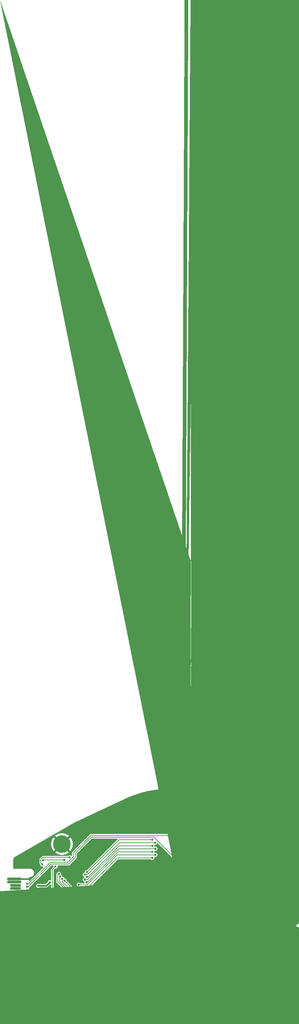
<source format=gbl>
G04 #@! TF.GenerationSoftware,KiCad,Pcbnew,8.0.1*
G04 #@! TF.CreationDate,2024-04-20T17:08:18+01:00*
G04 #@! TF.ProjectId,makerspace-badge,6d616b65-7273-4706-9163-652d62616467,rev?*
G04 #@! TF.SameCoordinates,Original*
G04 #@! TF.FileFunction,Copper,L2,Bot*
G04 #@! TF.FilePolarity,Positive*
%FSLAX46Y46*%
G04 Gerber Fmt 4.6, Leading zero omitted, Abs format (unit mm)*
G04 Created by KiCad (PCBNEW 8.0.1) date 2024-04-20 17:08:18*
%MOMM*%
%LPD*%
G01*
G04 APERTURE LIST*
G04 Aperture macros list*
%AMRoundRect*
0 Rectangle with rounded corners*
0 $1 Rounding radius*
0 $2 $3 $4 $5 $6 $7 $8 $9 X,Y pos of 4 corners*
0 Add a 4 corners polygon primitive as box body*
4,1,4,$2,$3,$4,$5,$6,$7,$8,$9,$2,$3,0*
0 Add four circle primitives for the rounded corners*
1,1,$1+$1,$2,$3*
1,1,$1+$1,$4,$5*
1,1,$1+$1,$6,$7*
1,1,$1+$1,$8,$9*
0 Add four rect primitives between the rounded corners*
20,1,$1+$1,$2,$3,$4,$5,0*
20,1,$1+$1,$4,$5,$6,$7,0*
20,1,$1+$1,$6,$7,$8,$9,0*
20,1,$1+$1,$8,$9,$2,$3,0*%
%AMFreePoly0*
4,1,364,-0.237207,4.939746,-0.152137,4.932321,-0.032512,4.907296,0.079795,4.866190,0.183766,4.809804,0.278382,4.738937,0.362624,4.654391,0.435473,4.556967,0.495909,4.447464,0.542915,4.326685,0.563206,4.262613,0.572847,1.965171,0.594684,1.916848,0.615274,1.880085,0.658127,1.830796,0.711235,1.792628,0.770972,1.767975,0.833711,1.759225,0.874535,1.762960,0.935742,1.782291,
0.991595,1.815977,1.038470,1.861626,1.072739,1.916848,1.094576,1.965171,1.099505,3.109315,1.100154,3.247473,1.100915,3.386439,1.101754,3.519479,1.102659,3.645468,1.103618,3.763279,1.104619,3.871788,1.105650,3.969869,1.106699,4.056397,1.107755,4.130246,1.108805,4.190290,1.109837,4.235405,1.110841,4.264464,1.111803,4.276342,1.117528,4.294278,1.127107,4.324504,
1.137902,4.358721,1.146116,4.383433,1.194181,4.493832,1.257290,4.594993,1.334230,4.685807,1.423785,4.765164,1.524743,4.831956,1.635888,4.885073,1.756008,4.923406,1.758252,4.923948,1.808587,4.932302,1.870652,4.937279,1.938503,4.938878,2.006195,4.937098,2.067784,4.931941,2.117325,4.923406,2.155205,4.913288,2.275214,4.869674,2.384472,4.811453,2.482372,4.739204,
2.568310,4.653506,2.641677,4.554935,2.701870,4.444072,2.748281,4.321492,2.769139,4.253459,2.778756,1.974324,2.802672,1.923982,2.826263,1.882225,2.870919,1.829453,2.924120,1.791038,2.983845,1.767965,3.048072,1.761222,3.114778,1.771792,3.156493,1.789154,3.205570,1.822708,3.246900,1.865288,3.275203,1.912271,3.277244,1.917305,3.279770,1.924604,3.282033,1.933346,
3.284054,1.944522,3.285853,1.959125,3.287450,1.978146,3.288866,2.002578,3.290120,2.033411,3.291234,2.071639,3.292227,2.118254,3.293121,2.174246,3.293934,2.240609,3.294688,2.318334,3.295403,2.408414,3.296098,2.511839,3.296796,2.629603,3.297515,2.762697,3.298276,2.912113,3.299513,3.162282,3.300348,3.323322,3.301159,3.467523,3.301961,3.595875,3.302772,3.709370,
3.303609,3.809000,3.304488,3.895755,3.305427,3.970628,3.306441,4.034609,3.307548,4.088690,3.308764,4.133862,3.310106,4.171117,3.311591,4.201446,3.313236,4.225840,3.315057,4.245291,3.317072,4.260791,3.319296,4.273330,3.348386,4.378653,3.395832,4.488121,3.458062,4.589188,3.533707,4.680436,3.621396,4.760447,3.719759,4.827804,3.827425,4.881087,3.943025,4.918879,
3.954308,4.921607,3.995893,4.930001,4.037945,4.935210,4.086389,4.937799,4.147153,4.938334,4.206577,4.936899,4.283189,4.929949,4.352542,4.916012,4.420847,4.893716,4.494317,4.861690,4.507916,4.855049,4.615898,4.791319,4.711680,4.714230,4.794592,4.624608,4.863961,4.523281,4.919117,4.411074,4.959387,4.288816,4.960413,4.284588,4.962055,4.276453,4.963573,4.266524,
4.964973,4.254113,4.966260,4.238532,4.967438,4.219094,4.968512,4.195109,4.969487,4.165890,4.970367,4.130749,4.971158,4.088998,4.971864,4.039949,4.972490,3.982914,4.973041,3.917204,4.973521,3.842133,4.973935,3.757012,4.974289,3.661152,4.974586,3.553866,4.974831,3.434466,4.975030,3.302264,4.975187,3.156572,4.975306,2.996701,4.975394,2.821964,4.975453,2.631673,
4.975490,2.425140,4.975508,2.201676,4.975513,1.960595,4.975511,1.789443,4.975498,1.560902,4.975468,1.349497,4.975417,1.154540,4.975341,0.975345,4.975234,0.811223,4.975091,0.661488,4.974909,0.525453,4.974681,0.402428,4.974403,0.291728,4.974070,0.192665,4.973678,0.104551,4.973222,0.026699,4.972697,-0.041579,4.972097,-0.100969,4.971419,-0.152160,4.970658,-0.195838,
4.969808,-0.232691,4.968865,-0.263406,4.967823,-0.288672,4.966680,-0.309175,4.965428,-0.325602,4.964064,-0.338641,4.962583,-0.348980,4.960980,-0.357306,4.959250,-0.364306,4.934398,-0.440044,4.884687,-0.544610,4.820651,-0.638685,4.743367,-0.721177,4.653912,-0.790993,4.553361,-0.847041,4.442792,-0.888229,4.441625,-0.888567,4.426388,-0.892862,4.411681,-0.896506,4.395935,-0.899552,
4.377579,-0.902054,4.355043,-0.904066,4.326759,-0.905640,4.291156,-0.906831,4.246665,-0.907692,4.191715,-0.908277,4.124739,-0.908638,4.044164,-0.908830,3.948423,-0.908906,3.835946,-0.908919,3.300486,-0.908919,3.233351,-0.884396,3.194351,-0.868685,3.150779,-0.848576,3.114820,-0.829477,3.106838,-0.824544,3.065800,-0.794472,3.020062,-0.754982,2.974380,-0.710636,2.933512,-0.665994,
2.902213,-0.625617,2.896745,-0.616614,2.882272,-0.590645,2.860789,-0.550769,2.833048,-0.498427,2.799799,-0.435057,2.761796,-0.362101,2.719789,-0.280998,2.674530,-0.193187,2.626771,-0.100109,2.577096,-0.002873,2.519819,0.109389,2.470121,0.206531,2.427336,0.289770,2.390795,0.360324,2.359832,0.419413,2.333780,0.468253,2.311969,0.508063,2.293735,0.540061,2.278408,0.565466,
2.265321,0.585496,2.253809,0.601369,2.243201,0.614303,2.232833,0.625516,2.203369,0.652940,2.134654,0.699799,2.059167,0.731751,1.979454,0.748848,1.898060,0.751138,1.817529,0.738672,1.740408,0.711499,1.669241,0.669670,1.606573,0.613234,1.603339,0.609229,1.589297,0.587612,1.568227,0.550947,1.540015,0.499019,1.504551,0.431614,1.461720,0.348515,1.411412,0.249507,
1.353513,0.134376,1.287912,0.002906,1.257640,-0.057861,1.210314,-0.152476,1.165134,-0.242344,1.122845,-0.326007,1.084192,-0.402006,1.049920,-0.468885,1.020775,-0.525183,0.997502,-0.569444,0.980846,-0.600208,0.971554,-0.616018,0.915013,-0.687255,0.836047,-0.760838,0.745915,-0.821782,0.646939,-0.868558,0.541441,-0.899633,0.520492,-0.902548,0.480762,-0.905578,0.426958,-0.908163,
0.361370,-0.910300,0.286286,-0.911988,0.203995,-0.913226,0.116785,-0.914010,0.026946,-0.914341,-0.063235,-0.914215,-0.151468,-0.913632,-0.235465,-0.912591,-0.312937,-0.911088,-0.381595,-0.909121,-0.439151,-0.906690,-0.483316,-0.903793,-0.511802,-0.900428,-0.594453,-0.880363,-0.698173,-0.839595,-0.793474,-0.784060,-0.878888,-0.715188,-0.952944,-0.634410,-1.014177,-0.543156,-1.061116,-0.442858,
-1.092293,-0.334944,-1.093820,-0.326233,-1.095269,-0.314823,-1.096607,-0.300209,-1.097838,-0.281706,-1.098966,-0.258625,-1.099997,-0.230281,-1.100933,-0.195988,-1.101780,-0.155059,-1.102541,-0.106806,-1.103222,-0.050545,-1.103826,0.014412,-1.104357,0.088750,-1.104820,0.173158,-1.105219,0.268320,-1.105558,0.374924,-1.105842,0.493656,-1.106075,0.625203,-1.106261,0.770250,-1.106405,0.929485,
-1.106511,1.103594,-1.106582,1.293263,-1.106624,1.499179,-1.106641,1.722028,-1.106637,1.962497,-1.106623,2.169727,-1.106597,2.393158,-1.106556,2.599591,-1.106496,2.789730,-1.106409,2.964277,-1.106292,3.123933,-1.106140,3.269403,-1.105946,3.401387,-1.105705,3.520588,-1.105414,3.627710,-1.105065,3.723454,-1.104655,3.808522,-1.104177,3.883618,-1.103627,3.949443,-1.103000,4.006700,
-1.102289,4.056091,-1.101491,4.098319,-1.100599,4.134087,-1.099608,4.164096,-1.098514,4.189049,-1.097312,4.209649,-1.095994,4.226597,-1.094558,4.240597,-1.092997,4.252350,-1.091306,4.262560,-1.089480,4.271928,-1.072957,4.338143,-1.030776,4.450852,-0.973522,4.555185,-0.902524,4.649886,-0.819111,4.733701,-0.724611,4.805373,-0.620353,4.863647,-0.507666,4.907267,-0.387878,4.934977,
-0.372171,4.936906,-0.332017,4.939522,-0.284618,4.940545,-0.237207,4.939746,-0.237207,4.939746,$1*%
%AMFreePoly1*
4,1,222,-0.928843,3.696233,-0.831437,3.676597,-0.738929,3.641564,-0.653423,3.592241,-0.577025,3.529732,-0.511838,3.455145,-0.459966,3.369586,-0.449834,3.348906,-0.438296,3.324529,-0.428551,3.301638,-0.420446,3.278585,-0.413831,3.253719,-0.408555,3.225391,-0.404466,3.191952,-0.401413,3.151752,-0.399244,3.103142,-0.397809,3.044472,-0.396957,2.974094,-0.396535,2.890358,-0.396392,2.791614,
-0.396379,2.676214,-0.396361,2.614646,-0.396212,2.509872,-0.395879,2.421013,-0.395323,2.346499,-0.394505,2.284759,-0.393386,2.234223,-0.391927,2.193319,-0.390089,2.160478,-0.387833,2.134129,-0.385119,2.112700,-0.381909,2.094623,-0.361768,2.015717,-0.320794,1.912079,-0.264454,1.817174,-0.191618,1.728837,-0.189708,1.726830,-0.114060,1.655825,-0.035403,1.599555,0.051028,1.555103,
0.149996,1.519549,0.176877,1.511846,0.213039,1.503450,0.249013,1.498353,0.290958,1.495780,0.345027,1.494954,0.367488,1.495034,0.445075,1.498645,0.513126,1.508408,0.578136,1.525537,0.646598,1.551244,0.663937,1.558809,0.762137,1.613043,0.850874,1.681921,0.928795,1.763834,0.994548,1.857174,1.046783,1.960333,1.084147,2.071704,1.086520,2.081605,1.089562,2.097412,
1.092120,2.116124,1.094235,2.139281,1.095947,2.168423,1.097298,2.205090,1.098329,2.250823,1.099082,2.307161,1.099598,2.375644,1.099917,2.457813,1.100081,2.555208,1.100131,2.669369,1.100162,3.204829,1.121651,3.268901,1.144333,3.329465,1.177691,3.396146,1.219558,3.456413,1.274032,3.516934,1.333323,3.570994,1.415406,3.627375,1.502770,3.666802,1.597004,3.689947,
1.699693,3.697484,1.768514,3.694248,1.865598,3.676650,1.954870,3.643109,2.038100,3.592894,2.117060,3.525274,2.146927,3.494299,2.201860,3.425757,2.244262,3.352585,2.277821,3.268901,2.299225,3.204829,2.302172,2.056108,2.302545,1.909407,2.302921,1.751078,2.303197,1.609175,2.303345,1.482677,2.303336,1.370562,2.303143,1.271811,2.302737,1.185402,2.302091,1.110313,
2.301175,1.045524,2.299961,0.990014,2.298422,0.942762,2.296529,0.902747,2.294254,0.868947,2.291568,0.840342,2.288444,0.815910,2.284853,0.794631,2.280768,0.775484,2.276159,0.757447,2.270998,0.739499,2.265258,0.720619,2.258568,0.703848,2.244306,0.671974,2.223086,0.626267,2.195520,0.567999,2.162223,0.498440,2.123807,0.418861,2.080886,0.330532,2.034074,0.234726,
1.983984,0.132711,1.931230,0.025760,1.876425,-0.084857,1.856022,-0.125954,1.794470,-0.250031,1.731055,-0.377989,1.666889,-0.507574,1.603088,-0.636535,1.540762,-0.762619,1.481025,-0.883574,1.424991,-0.997149,1.373771,-1.101090,1.328480,-1.193145,1.290230,-1.271063,1.275963,-1.300114,1.233735,-1.385430,1.192816,-1.467161,1.154156,-1.543462,1.118706,-1.612494,1.087418,-1.672412,
1.061241,-1.721374,1.041127,-1.757539,1.028027,-1.779063,0.999236,-1.818902,0.918760,-1.910736,0.828121,-1.989767,0.729232,-2.054663,0.624007,-2.104090,0.514360,-2.136716,0.506620,-2.138241,0.461393,-2.144033,0.406234,-2.147446,0.346756,-2.148470,0.288577,-2.147099,0.237311,-2.143326,0.198576,-2.137141,0.145186,-2.122587,0.029266,-2.078150,-0.077436,-2.018199,-0.175294,-1.942464,
-0.264679,-1.850672,-0.345967,-1.742554,-0.347645,-1.739903,-0.359392,-1.719083,-0.378457,-1.683253,-0.404264,-1.633573,-0.436241,-1.571204,-0.473812,-1.497307,-0.516404,-1.413041,-0.563442,-1.319568,-0.614353,-1.218047,-0.668563,-1.109639,-0.725497,-0.995506,-0.784582,-0.876806,-0.845243,-0.754701,-0.906907,-0.630351,-0.968998,-0.504917,-1.030944,-0.379559,-1.092170,-0.255437,-1.152102,-0.133712,
-1.210166,-0.015544,-1.265788,0.097905,-1.318394,0.205477,-1.367409,0.306009,-1.412260,0.398342,-1.452373,0.481316,-1.487174,0.553769,-1.516088,0.614542,-1.538541,0.662473,-1.553960,0.696403,-1.561770,0.715171,-1.590865,0.797550,-1.593393,2.014693,-1.593764,2.188079,-1.594083,2.344322,-1.594309,2.484402,-1.594402,2.609299,-1.594320,2.719992,-1.594023,2.817462,-1.593471,2.902690,
-1.592623,2.976654,-1.591438,3.040335,-1.589876,3.094714,-1.587895,3.140770,-1.585456,3.179483,-1.582518,3.211834,-1.579040,3.238802,-1.574982,3.261368,-1.570302,3.280512,-1.564960,3.297213,-1.558916,3.312452,-1.552130,3.327209,-1.544559,3.342464,-1.536164,3.359198,-1.496399,3.428111,-1.432339,3.509026,-1.356692,3.577452,-1.271265,3.632068,-1.177862,3.671550,-1.078289,3.694575,
-1.029042,3.699367,-0.928843,3.696233,-0.928843,3.696233,$1*%
%AMFreePoly2*
4,1,326,1.434373,2.938290,1.548292,2.919848,1.658672,2.886206,1.763708,2.837742,1.861597,2.774830,1.950537,2.697845,2.028724,2.607164,2.064560,2.553368,2.104939,2.480412,2.140940,2.402494,2.169027,2.326685,2.171575,2.318551,2.175083,2.306398,2.178108,2.293561,2.180690,2.278685,2.182875,2.260413,2.184704,2.237390,2.186220,2.208261,2.187466,2.171669,2.188485,2.126261,
2.189320,2.070679,2.190013,2.003569,2.190608,1.923574,2.191147,1.829340,2.191674,1.719511,2.192230,1.592732,2.192558,1.513654,2.192976,1.394450,2.193210,1.291444,2.193238,1.203313,2.193040,1.128736,2.192597,1.066390,2.191886,1.014954,2.190888,0.973105,2.189583,0.939522,2.187949,0.912881,2.185966,0.891862,2.183613,0.875142,2.180871,0.861399,2.160767,0.794605,
2.118094,0.704199,2.060319,0.620743,1.989187,0.546636,1.906444,0.484277,1.902430,0.481830,1.873651,0.466726,1.836023,0.449536,1.796607,0.433522,1.776263,0.425931,1.756505,0.419231,1.737183,0.414097,1.715621,0.410251,1.689140,0.407412,1.655065,0.405302,1.610719,0.403642,1.553424,0.402152,1.480504,0.400552,1.237946,0.395362,1.184785,0.368450,1.151349,0.349300,
1.087726,0.298033,1.036021,0.234557,0.997984,0.161274,0.975360,0.080586,0.973252,0.066607,0.971762,-0.012198,0.986919,-0.089149,1.017347,-0.161605,1.061675,-0.226926,1.118529,-0.282468,1.186536,-0.325591,1.246601,-0.355189,1.484832,-0.360079,1.513344,-0.360672,1.580182,-0.362203,1.632390,-0.363793,1.672662,-0.365698,1.703689,-0.368171,1.728166,-0.371468,1.748786,-0.375842,
1.768241,-0.381548,1.789224,-0.388840,1.848276,-0.413414,1.939541,-0.466418,2.019258,-0.533010,2.086276,-0.612156,2.139443,-0.702823,2.140852,-0.705777,2.150835,-0.726967,2.159486,-0.746710,2.166903,-0.766417,2.173180,-0.787498,2.178413,-0.811366,2.182697,-0.839430,2.186127,-0.873102,2.188800,-0.913793,2.190811,-0.962913,2.192255,-1.021874,2.193228,-1.092086,2.193825,-1.174961,
2.194141,-1.271909,2.194273,-1.384342,2.194315,-1.513670,2.194301,-1.574420,2.194058,-1.706236,2.193529,-1.824164,2.192722,-1.927572,2.191647,-2.015829,2.190311,-2.088304,2.188724,-2.144367,2.186895,-2.183387,2.184830,-2.204733,2.180965,-2.225129,2.148110,-2.343287,2.099467,-2.453489,2.036134,-2.554584,1.959211,-2.645420,1.869796,-2.724845,1.768989,-2.791706,1.657889,-2.844853,
1.537595,-2.883133,1.488127,-2.891791,1.422780,-2.897191,1.351165,-2.898496,1.279292,-2.895779,1.213169,-2.889113,1.158804,-2.878569,1.136747,-2.872381,1.016618,-2.828110,0.907122,-2.769226,0.809032,-2.696481,0.723119,-2.610626,0.650158,-2.512414,0.590919,-2.402597,0.546176,-2.281928,0.542357,-2.268597,0.538395,-2.252766,0.535064,-2.235622,0.532282,-2.215467,0.529964,-2.190601,
0.528029,-2.159325,0.526393,-2.119939,0.524973,-2.070744,0.523686,-2.010042,0.522448,-1.936131,0.521178,-1.847315,0.519792,-1.741892,0.518624,-1.652562,0.517349,-1.561394,0.516130,-1.485574,0.514889,-1.423492,0.513546,-1.373536,0.512024,-1.334099,0.510244,-1.303569,0.508127,-1.280337,0.505595,-1.262794,0.502569,-1.249329,0.498971,-1.238333,0.494721,-1.228195,0.480283,-1.200264,
0.439553,-1.147177,0.388948,-1.106965,0.331161,-1.080645,0.268885,-1.069230,0.204815,-1.073736,0.141644,-1.095178,0.137712,-1.097130,0.091473,-1.126200,0.054691,-1.163681,0.022427,-1.214520,0.022109,-1.215115,0.017624,-1.223990,0.013846,-1.233446,0.010692,-1.245094,0.008079,-1.260545,0.005924,-1.281411,0.004144,-1.309303,0.002656,-1.345832,0.001378,-1.392609,0.000227,-1.451247,
-0.000882,-1.523356,-0.002029,-1.610547,-0.004229,-1.790323,-0.005567,-1.888935,-0.007007,-1.972287,-0.008718,-2.042200,-0.010871,-2.100496,-0.013638,-2.148993,-0.017188,-2.189513,-0.021693,-2.223877,-0.027324,-2.253904,-0.034251,-2.281415,-0.042644,-2.308232,-0.052676,-2.336174,-0.064516,-2.367061,-0.097618,-2.439561,-0.152824,-2.530826,-0.219401,-2.616706,-0.293935,-2.692906,-0.373009,-2.755130,
-0.389108,-2.765679,-0.497696,-2.824832,-0.611388,-2.867218,-0.728494,-2.892698,-0.847324,-2.901133,-0.966187,-2.892384,-1.083394,-2.866314,-1.197253,-2.822782,-1.212538,-2.815522,-1.272784,-2.784100,-1.324704,-2.751033,-1.374648,-2.711925,-1.428968,-2.662378,-1.499704,-2.585819,-1.569999,-2.485275,-1.624949,-2.374779,-1.664476,-2.254468,-1.664621,-2.253895,-1.666485,-2.246078,-1.668209,-2.237485,
-1.669800,-2.227416,-1.671263,-2.215168,-1.672603,-2.200040,-1.673826,-2.181332,-1.674937,-2.158341,-1.675941,-2.130368,-1.676844,-2.096710,-1.677652,-2.056667,-1.678368,-2.009536,-1.679000,-1.954618,-1.679552,-1.891210,-1.680030,-1.818612,-1.680438,-1.736122,-1.680783,-1.643039,-1.681070,-1.538663,-1.681303,-1.422290,-1.681489,-1.293221,-1.681633,-1.150755,-1.681740,-0.994189,-1.681816,-0.822823,
-1.681865,-0.635956,-1.681894,-0.432886,-1.681907,-0.212912,-1.681910,0.024667,-1.681910,2.235153,-1.660946,2.312955,-1.625643,2.417053,-1.571297,2.526076,-1.502750,2.625213,-1.421295,2.713271,-1.328223,2.789056,-1.224826,2.851374,-1.112397,2.899031,-0.992228,2.930834,-0.935031,2.938230,-0.860181,2.941122,-0.781163,2.938469,-0.704934,2.930532,-0.638451,2.917571,-0.621965,2.912996,
-0.557756,2.890901,-0.489828,2.862065,-0.425436,2.829761,-0.371835,2.797264,-0.300235,2.741174,-0.219788,2.660068,-0.149323,2.568354,-0.091613,2.469725,-0.049430,2.367874,-0.048568,2.365239,-0.039963,2.338195,-0.032695,2.312891,-0.026628,2.287503,-0.021624,2.260211,-0.017547,2.229191,-0.014262,2.192621,-0.011630,2.148679,-0.009517,2.095544,-0.007786,2.031391,-0.006299,1.954400,
-0.004922,1.862748,-0.003517,1.754613,-0.003297,1.737119,-0.002009,1.636011,-0.000841,1.551340,0.000291,1.481493,0.001473,1.424857,0.002789,1.379818,0.004325,1.344763,0.006166,1.318077,0.008397,1.298148,0.011103,1.283361,0.014370,1.272103,0.018283,1.262761,0.022927,1.253721,0.057091,1.203310,0.106897,1.157810,0.165598,1.127173,0.230992,1.112498,0.300874,1.114885,
0.338459,1.124414,0.393224,1.151248,0.441214,1.189953,0.478620,1.237213,0.501630,1.289708,0.502608,1.294649,0.505181,1.319862,0.507729,1.361977,0.510217,1.419976,0.512611,1.492841,0.514875,1.579555,0.516974,1.679099,0.518873,1.790458,0.525951,2.253459,0.550639,2.335386,0.561165,2.368040,0.609872,2.482722,0.673502,2.587920,0.750991,2.682287,0.841277,2.764475,
0.943296,2.833135,0.979357,2.852568,1.089405,2.898673,1.203126,2.928079,1.318716,2.941159,1.434373,2.938290,1.434373,2.938290,$1*%
%AMFreePoly3*
4,1,243,-0.653960,2.941810,-0.492769,2.941679,-0.314180,2.941463,0.894036,2.939817,0.967261,2.919194,1.034279,2.896818,1.112132,2.863715,1.186637,2.825267,1.250353,2.785001,1.278420,2.763307,1.327133,2.720136,1.376539,2.670817,1.421318,2.620768,1.456151,2.575406,1.457971,2.572715,1.493341,2.512711,1.527164,2.442110,1.556270,2.368157,1.577488,2.298099,1.584511,2.265521,
1.595707,2.177329,1.598298,2.083387,1.592281,1.990996,1.577653,1.907458,1.558835,1.842403,1.512013,1.729449,1.450273,1.625551,1.374884,1.531991,1.287120,1.450051,1.188251,1.381015,1.079549,1.326164,0.962286,1.286781,0.951514,1.284071,0.932034,1.279678,0.911591,1.276027,0.888258,1.273017,0.860108,1.270545,0.825214,1.268508,0.781650,1.266804,0.727487,1.265331,
0.660800,1.263987,0.579661,1.262668,0.482144,1.261273,0.079405,1.255717,0.032378,1.230936,0.021512,1.224908,-0.031277,1.184811,-0.070411,1.135884,-0.095911,1.080780,-0.107800,1.022149,-0.106100,0.962644,-0.090832,0.904917,-0.062017,0.851619,-0.019678,0.805402,0.036163,0.768918,0.088558,0.743189,0.546216,0.738071,0.629914,0.737129,0.723841,0.735972,0.802686,0.734735,
0.868269,0.733249,0.922412,0.731342,0.966936,0.728845,1.003661,0.725589,1.034408,0.721403,1.060999,0.716117,1.085255,0.709562,1.108997,0.701567,1.134045,0.691962,1.162220,0.680577,1.170902,0.676970,1.263848,0.627886,1.349247,0.563720,1.425212,0.486653,1.489856,0.398870,1.541292,0.302555,1.577633,0.199890,1.589340,0.138935,1.595775,0.066897,1.596723,-0.008760,
1.592100,-0.081056,1.581820,-0.143010,1.573363,-0.174683,1.534466,-0.277082,1.480553,-0.372684,1.413426,-0.459391,1.334885,-0.535101,1.246734,-0.597718,1.150773,-0.645140,1.134006,-0.651729,1.109389,-0.661068,1.086374,-0.668881,1.063152,-0.675327,1.037914,-0.680563,1.008848,-0.684746,0.974146,-0.688035,0.931997,-0.690587,0.880592,-0.692560,0.818122,-0.694111,0.742775,-0.695398,
0.652743,-0.696579,0.546216,-0.697811,0.088558,-0.703009,0.036163,-0.728738,0.019635,-0.737518,-0.034700,-0.778499,-0.074838,-0.830263,-0.099707,-0.891099,-0.108235,-0.959297,-0.108091,-0.968507,-0.097426,-1.035932,-0.070334,-1.095824,-0.027509,-1.147034,0.030355,-1.188418,0.079405,-1.215586,0.490389,-1.220897,0.595435,-1.222341,0.684230,-1.223897,0.758762,-1.225823,0.821023,-1.228376,
0.873001,-1.231813,0.916686,-1.236392,0.954069,-1.242370,0.987139,-1.250004,1.017886,-1.259552,1.048299,-1.271272,1.080369,-1.285419,1.116086,-1.302253,1.181056,-1.335520,1.235930,-1.369446,1.287000,-1.408522,1.341273,-1.457583,1.414332,-1.536908,1.484418,-1.637852,1.539032,-1.748140,1.577488,-1.866585,1.584511,-1.899164,1.595707,-1.987356,1.598298,-2.081298,1.592281,-2.173688,
1.577653,-2.257227,1.557137,-2.327230,1.509688,-2.439420,1.447345,-2.542673,1.371420,-2.635676,1.283223,-2.717113,1.184064,-2.785669,1.075256,-2.840028,0.958108,-2.878876,0.875729,-2.899766,-0.468104,-2.899767,-0.631360,-2.899759,-0.778052,-2.899709,-0.909169,-2.899588,-1.025701,-2.899363,-1.128639,-2.899005,-1.218973,-2.898481,-1.297692,-2.897762,-1.365787,-2.896815,-1.424248,-2.895610,
-1.474064,-2.894116,-1.516227,-2.892302,-1.551725,-2.890137,-1.581550,-2.887590,-1.606690,-2.884629,-1.628137,-2.881224,-1.646880,-2.877343,-1.663908,-2.872957,-1.680214,-2.868032,-1.696785,-2.862540,-1.714613,-2.856448,-1.820836,-2.811994,-1.924224,-2.750138,-2.016845,-2.674075,-2.098013,-2.584573,-2.167039,-2.482395,-2.223236,-2.368308,-2.265915,-2.243077,-2.266748,-2.239843,-2.268402,-2.231932,
-2.269933,-2.221919,-2.271347,-2.209100,-2.272650,-2.192772,-2.273847,-2.172228,-2.274945,-2.146765,-2.275949,-2.115677,-2.276866,-2.078261,-2.277702,-2.033812,-2.278462,-1.981625,-2.279153,-1.920996,-2.279780,-1.851219,-2.280350,-1.771592,-2.280868,-1.681408,-2.281340,-1.579964,-2.281772,-1.466554,-2.282171,-1.340475,-2.282542,-1.201021,-2.282891,-1.047488,-2.283224,-0.879172,-2.283547,-0.695368,
-2.283866,-0.495371,-2.284188,-0.278478,-2.284530,-0.034167,-2.284863,0.240226,-2.285085,0.496679,-2.285199,0.735167,-2.285203,0.955663,-2.285098,1.158142,-2.284884,1.342577,-2.284561,1.508941,-2.284129,1.657210,-2.283588,1.787356,-2.282938,1.899353,-2.282180,1.993175,-2.281312,2.068796,-2.280337,2.126190,-2.279252,2.165330,-2.278060,2.186190,-2.276906,2.196446,-2.253857,2.316742,
-2.214725,2.430428,-2.160724,2.536184,-2.093071,2.632690,-2.012981,2.718627,-1.921669,2.792676,-1.820351,2.853517,-1.710243,2.899831,-1.592560,2.930298,-1.592428,2.930322,-1.579450,2.932208,-1.561788,2.933899,-1.538534,2.935401,-1.508781,2.936724,-1.471620,2.937875,-1.426143,2.938862,-1.371441,2.939694,-1.306607,2.940377,-1.230732,2.940920,-1.142908,2.941330,-1.042227,2.941617,
-0.927781,2.941787,-0.798661,2.941849,-0.653960,2.941810,-0.653960,2.941810,$1*%
%AMFreePoly4*
4,1,268,1.060518,3.428382,1.181135,3.397559,1.275475,3.359542,1.379735,3.300076,1.474143,3.226429,1.557404,3.139975,1.628222,3.042091,1.685302,2.934151,1.727348,2.817532,1.729174,2.811044,1.732906,2.797071,1.736122,2.782950,1.738866,2.767283,1.741186,2.748673,1.743125,2.725724,1.744731,2.697038,1.746048,2.661221,1.747122,2.616873,1.748000,2.562600,1.748727,2.497004,
1.749348,2.418689,1.749909,2.326257,1.750456,2.218313,1.751034,2.093460,1.751408,2.011288,1.751909,1.889385,1.752178,1.783535,1.752109,1.692337,1.751601,1.614388,1.750549,1.548283,1.748849,1.492622,1.746399,1.446000,1.743095,1.407015,1.738834,1.374263,1.733512,1.346343,1.727025,1.321850,1.719270,1.299383,1.710144,1.277538,1.699543,1.254912,1.687364,1.230103,
1.676186,1.208906,1.628918,1.138240,1.570060,1.071836,1.504117,1.014340,1.435597,0.970401,1.413191,0.959039,1.371208,0.940099,1.329995,0.925564,1.286379,0.914892,1.237186,0.907537,1.179242,0.902957,1.109375,0.900608,1.024410,0.899946,1.016940,0.899945,0.950519,0.899756,0.899292,0.899103,0.860423,0.897780,0.831080,0.895584,0.808430,0.892309,0.789639,0.887751,
0.771875,0.881705,0.761997,0.877818,0.692882,0.840276,0.634876,0.790321,0.588684,0.730352,0.555012,0.662765,0.534565,0.589961,0.528050,0.514337,0.536170,0.438290,0.559633,0.364221,0.599143,0.294526,0.620625,0.266483,0.654387,0.231347,0.694383,0.201261,0.746360,0.171418,0.796702,0.145085,1.054286,0.139470,1.128697,0.137686,1.188233,0.135654,1.235801,0.132877,
1.274313,0.128863,1.306677,0.123117,1.335803,0.115143,1.364600,0.104449,1.395978,0.090539,1.432847,0.072918,1.434574,0.072075,1.491001,0.037331,1.548686,-0.010450,1.603474,-0.066994,1.651212,-0.128029,1.687743,-0.189279,1.695039,-0.204096,1.706215,-0.227368,1.715882,-0.249332,1.724143,-0.271389,1.731100,-0.294939,1.736855,-0.321384,1.741510,-0.352126,1.745169,-0.388564,
1.747932,-0.432100,1.749902,-0.484135,1.751182,-0.546069,1.751874,-0.619305,1.752080,-0.705243,1.751902,-0.805284,1.751442,-0.920829,1.750804,-1.053279,1.750213,-1.170495,1.749603,-1.279890,1.748977,-1.373649,1.748292,-1.453152,1.747507,-1.519783,1.746579,-1.574923,1.745466,-1.619953,1.744125,-1.656257,1.742514,-1.685216,1.740592,-1.708211,1.738315,-1.726625,1.735641,-1.741840,
1.732529,-1.755237,1.728935,-1.768198,1.692852,-1.872203,1.640513,-1.979162,1.575210,-2.075179,1.495689,-2.162378,1.421663,-2.227068,1.330287,-2.289649,1.231892,-2.338340,1.122278,-2.375540,1.034684,-2.399766,-0.187262,-2.399766,-0.334979,-2.399780,-0.497531,-2.399812,-0.643589,-2.399822,-0.774145,-2.399767,-0.890190,-2.399607,-0.992717,-2.399299,-1.082717,-2.398803,-1.161181,-2.398078,
-1.229102,-2.397080,-1.287471,-2.395770,-1.337280,-2.394106,-1.379520,-2.392046,-1.415183,-2.389548,-1.445261,-2.386572,-1.470746,-2.383076,-1.492628,-2.379019,-1.511901,-2.374358,-1.529555,-2.369053,-1.546583,-2.363062,-1.563975,-2.356344,-1.582724,-2.348856,-1.603821,-2.340559,-1.645970,-2.322754,-1.746495,-2.266956,-1.838655,-2.196693,-1.920858,-2.113952,-1.991514,-2.020718,-2.049033,-1.918979,
-2.091825,-1.810722,-2.118297,-1.697932,-2.118483,-1.696621,-2.119679,-1.681828,-2.120776,-1.656393,-2.121773,-1.619863,-2.122673,-1.571789,-2.123478,-1.511720,-2.124188,-1.439205,-2.124806,-1.353792,-2.125332,-1.255033,-2.125769,-1.142474,-2.126117,-1.015667,-2.126379,-0.874160,-2.126556,-0.717501,-2.126649,-0.545242,-2.126660,-0.356930,-2.126590,-0.152115,-2.126442,0.069654,-2.126216,0.308827,
-2.125913,0.565856,-2.123109,2.762613,-2.102597,2.826685,-2.065445,2.925257,-2.006609,3.038496,-1.934900,3.139392,-1.851058,3.227294,-1.755826,3.301549,-1.649945,3.361507,-1.534159,3.406514,-1.409207,3.435920,-1.380701,3.439198,-1.326215,3.441085,-1.263612,3.439516,-1.198776,3.434827,-1.137590,3.427353,-1.085937,3.417433,-1.070386,3.413449,-0.957523,3.374143,-0.852508,3.319299,
-0.756681,3.250362,-0.671385,3.168779,-0.597960,3.075996,-0.537747,2.973460,-0.492087,2.862617,-0.462323,2.744914,-0.460790,2.732492,-0.458530,2.699444,-0.456511,2.651963,-0.454796,2.592416,-0.453450,2.523171,-0.452536,2.446595,-0.452117,2.365058,-0.451950,2.314438,-0.451373,2.231546,-0.450466,2.150482,-0.449284,2.074544,-0.447880,2.007025,-0.446309,1.951222,-0.444625,1.910430,
-0.442380,1.870975,-0.439264,1.829170,-0.435513,1.799014,-0.430416,1.776640,-0.423266,1.758182,-0.413354,1.739774,-0.388714,1.704396,-0.341063,1.659446,-0.285330,1.628898,-0.224127,1.613290,-0.160068,1.613160,-0.095767,1.629049,-0.033838,1.661495,-0.005473,1.686211,0.026740,1.727723,0.051356,1.774566,0.064080,1.819795,0.064987,1.833630,0.066082,1.864727,0.067223,1.910358,
0.068374,1.968526,0.069500,2.037235,0.070567,2.114489,0.071537,2.198293,0.072376,2.286649,0.072985,2.357804,0.073810,2.446217,0.074655,2.519475,0.075616,2.579438,0.076789,2.627966,0.078270,2.666921,0.080154,2.698163,0.082537,2.723553,0.085515,2.744951,0.089183,2.764218,0.093637,2.783215,0.098973,2.803802,0.120308,2.874374,0.167821,2.987319,0.229207,3.089157,
0.305160,3.181160,0.384122,3.254301,0.483432,3.324130,0.590188,3.378147,0.702833,3.415965,0.819809,3.437200,0.939557,3.441468,1.060518,3.428382,1.060518,3.428382,$1*%
%AMFreePoly5*
4,1,13,0.936072,1.941586,-2.304144,1.941586,-2.304144,0.724216,0.936072,0.724216,0.936072,-0.493153,-3.484901,-0.493153,-3.484901,2.747063,-0.272014,2.747063,-0.276721,3.959856,-3.484901,3.964484,-3.484901,5.163495,0.936072,5.163495,0.936072,1.941586,0.936072,1.941586,$1*%
%AMFreePoly6*
4,1,14,0.135693,2.747063,3.375910,2.747063,3.375910,-0.493190,-1.049640,-0.488577,-1.051620,1.941586,0.135693,1.941586,0.135693,0.724216,2.158540,0.724216,2.158540,1.941586,0.135693,1.941586,-1.051620,1.941586,-1.054246,5.163495,0.135693,5.163495,0.135693,2.747063,0.135693,2.747063,$1*%
%AMFreePoly7*
4,1,25,-0.098379,2.497063,1.942774,2.497063,1.942774,4.913495,3.150991,4.913495,3.150991,-0.743153,-1.279135,-0.743153,-1.279135,0.474216,-0.089226,0.474216,1.942905,0.474216,1.938198,1.687009,1.421045,1.687127,1.334406,1.687115,1.206594,1.687008,1.069605,1.686807,0.928021,1.686522,0.786421,1.686164,0.649386,1.685744,0.521497,1.685272,0.407333,1.684760,-0.089226,1.682275,
-0.089226,0.474216,-1.279135,0.474216,-1.279135,4.913495,-0.098379,4.913495,-0.098379,2.497063,-0.098379,2.497063,$1*%
%AMFreePoly8*
4,1,9,3.709820,3.455279,0.469603,3.455279,0.469603,0.224216,3.709950,0.224216,3.705243,-0.988577,-0.724883,-0.988577,-0.729489,4.663495,3.709820,4.663495,3.709820,3.455279,3.709820,3.455279,$1*%
%AMFreePoly9*
4,1,13,3.707441,3.705279,0.458072,3.705279,0.458072,2.497063,3.094180,2.497063,3.094180,1.691586,0.467225,1.691586,0.467225,0.474216,3.707441,0.474216,3.707441,-0.743153,-0.722685,-0.743153,-0.722685,4.913495,3.707441,4.913495,3.707441,3.705279,3.707441,3.705279,$1*%
G04 Aperture macros list end*
G04 #@! TA.AperFunction,SMDPad,CuDef*
%ADD10RoundRect,0.150000X-1.600000X-0.150000X1.600000X-0.150000X1.600000X0.150000X-1.600000X0.150000X0*%
G04 #@! TD*
G04 #@! TA.AperFunction,SMDPad,CuDef*
%ADD11RoundRect,0.150000X-1.200000X-0.150000X1.200000X-0.150000X1.200000X0.150000X-1.200000X0.150000X0*%
G04 #@! TD*
G04 #@! TA.AperFunction,ComponentPad*
%ADD12C,0.700000*%
G04 #@! TD*
G04 #@! TA.AperFunction,ComponentPad*
%ADD13C,4.400000*%
G04 #@! TD*
G04 #@! TA.AperFunction,SMDPad,CuDef*
%ADD14FreePoly0,270.000000*%
G04 #@! TD*
G04 #@! TA.AperFunction,SMDPad,CuDef*
%ADD15FreePoly1,270.000000*%
G04 #@! TD*
G04 #@! TA.AperFunction,SMDPad,CuDef*
%ADD16FreePoly2,270.000000*%
G04 #@! TD*
G04 #@! TA.AperFunction,SMDPad,CuDef*
%ADD17FreePoly3,270.000000*%
G04 #@! TD*
G04 #@! TA.AperFunction,SMDPad,CuDef*
%ADD18FreePoly4,270.000000*%
G04 #@! TD*
G04 #@! TA.AperFunction,SMDPad,CuDef*
%ADD19FreePoly5,270.000000*%
G04 #@! TD*
G04 #@! TA.AperFunction,SMDPad,CuDef*
%ADD20FreePoly6,270.000000*%
G04 #@! TD*
G04 #@! TA.AperFunction,SMDPad,CuDef*
%ADD21FreePoly7,270.000000*%
G04 #@! TD*
G04 #@! TA.AperFunction,SMDPad,CuDef*
%ADD22FreePoly8,270.000000*%
G04 #@! TD*
G04 #@! TA.AperFunction,SMDPad,CuDef*
%ADD23FreePoly9,270.000000*%
G04 #@! TD*
G04 #@! TA.AperFunction,ViaPad*
%ADD24C,0.560000*%
G04 #@! TD*
G04 #@! TA.AperFunction,Conductor*
%ADD25C,0.381000*%
G04 #@! TD*
G04 #@! TA.AperFunction,Conductor*
%ADD26C,0.127000*%
G04 #@! TD*
G04 #@! TA.AperFunction,Conductor*
%ADD27C,0.203200*%
G04 #@! TD*
G04 APERTURE END LIST*
D10*
X100500000Y-103400000D03*
D11*
X100900000Y-102600000D03*
X100900000Y-101800000D03*
X100900000Y-101000000D03*
X100900000Y-100200000D03*
X100900000Y-99400000D03*
X100900000Y-98600000D03*
X100900000Y-97800000D03*
D10*
X100500000Y-97000000D03*
X100500000Y-96200000D03*
D12*
X110850000Y-87500000D03*
X111333274Y-86333274D03*
X111333274Y-88666726D03*
X112500000Y-85850000D03*
D13*
X112500000Y-87500000D03*
D12*
X112500000Y-89150000D03*
X113666726Y-86333274D03*
X113666726Y-88666726D03*
X114150000Y-87500000D03*
X110850000Y-112500000D03*
X111333274Y-111333274D03*
X111333274Y-113666726D03*
X112500000Y-110850000D03*
D13*
X112500000Y-112500000D03*
D12*
X112500000Y-114150000D03*
X113666726Y-111333274D03*
X113666726Y-113666726D03*
X114150000Y-112500000D03*
D14*
X143221000Y-88826000D03*
D15*
X144471000Y-96326000D03*
D16*
X145221000Y-101076000D03*
D17*
X145221000Y-106326000D03*
D18*
X144721000Y-110826000D03*
D19*
X150471000Y-91076000D03*
D20*
X150471000Y-93826000D03*
D21*
X150721000Y-99076000D03*
D22*
X150971000Y-103826000D03*
D23*
X150721000Y-108826000D03*
D24*
X104521000Y-99060000D03*
X114935000Y-94869000D03*
X114935000Y-105156000D03*
X114935000Y-106934000D03*
X106680000Y-88392000D03*
X115951000Y-106045000D03*
X108204000Y-96012000D03*
X113919000Y-93980000D03*
X104521000Y-96266000D03*
X113919000Y-106045000D03*
X115951000Y-93980000D03*
X117602000Y-89281000D03*
X114935000Y-93091000D03*
X107696000Y-106299000D03*
X104521000Y-103505000D03*
X155194000Y-91567000D03*
X106553000Y-97917000D03*
X109474000Y-97028000D03*
X155321000Y-108458000D03*
X107696000Y-91567000D03*
X113073317Y-91468000D03*
X109116500Y-102108000D03*
X109116500Y-100076000D03*
X107569000Y-92583000D03*
X114427000Y-90805000D03*
X118628018Y-97044697D03*
X135128000Y-89408000D03*
X118745000Y-94488000D03*
X135128000Y-86360000D03*
X112007673Y-95657546D03*
X135128000Y-99187000D03*
X118237000Y-95123000D03*
X135890000Y-87122000D03*
X112548998Y-96190998D03*
X135890000Y-98425000D03*
X118237000Y-96393000D03*
X135890000Y-88646000D03*
X135128000Y-97663000D03*
X113157000Y-96647000D03*
X135128000Y-87884000D03*
X118693002Y-95731002D03*
X135128000Y-90932000D03*
X117221000Y-98298000D03*
X135890000Y-99949000D03*
X111741202Y-94945790D03*
X116713000Y-97663000D03*
X135890000Y-90170000D03*
X135128000Y-109220000D03*
X121158000Y-103759000D03*
X135128000Y-113792000D03*
X118491000Y-107027419D03*
X135128000Y-110744000D03*
X119913529Y-104754086D03*
X119325622Y-105235717D03*
X135890000Y-111506000D03*
X135128000Y-100711000D03*
X116205000Y-102737208D03*
X120523000Y-104267000D03*
X135890000Y-109982000D03*
X119281154Y-106013756D03*
X135128000Y-112268000D03*
X135890000Y-113030000D03*
X119380000Y-107027419D03*
X117348000Y-102737208D03*
X135890000Y-101473000D03*
X119380000Y-110363000D03*
X110871000Y-93091000D03*
X110617000Y-108712000D03*
X103759000Y-98171000D03*
X103759000Y-97409000D03*
D25*
X104181000Y-99400000D02*
X100900000Y-99400000D01*
X104455000Y-96200000D02*
X100500000Y-96200000D01*
X104521000Y-99060000D02*
X104181000Y-99400000D01*
X104416000Y-103400000D02*
X100500000Y-103400000D01*
X104521000Y-103505000D02*
X104416000Y-103400000D01*
X104521000Y-96266000D02*
X104455000Y-96200000D01*
X106553000Y-97917000D02*
X108585000Y-97917000D01*
X108585000Y-97917000D02*
X109474000Y-97028000D01*
D26*
X100900000Y-101000000D02*
X108008500Y-101000000D01*
X107795000Y-91468000D02*
X107696000Y-91567000D01*
X113073317Y-91468000D02*
X107795000Y-91468000D01*
X108008500Y-101000000D02*
X109116500Y-102108000D01*
X107152500Y-91341874D02*
X107152500Y-92166500D01*
X107152500Y-92166500D02*
X107569000Y-92583000D01*
X107689374Y-90805000D02*
X107152500Y-91341874D01*
X108992500Y-100200000D02*
X109116500Y-100076000D01*
X100900000Y-100200000D02*
X108992500Y-100200000D01*
X114427000Y-90805000D02*
X107689374Y-90805000D01*
D27*
X118855303Y-97044697D02*
X118628018Y-97044697D01*
X135128000Y-89408000D02*
X126492000Y-89408000D01*
X126492000Y-89408000D02*
X118855303Y-97044697D01*
X135128000Y-86360000D02*
X126873000Y-86360000D01*
X126873000Y-86360000D02*
X118745000Y-94488000D01*
X114803282Y-99686000D02*
X134629000Y-99686000D01*
X111967398Y-95697821D02*
X111967398Y-96850115D01*
X134629000Y-99686000D02*
X135128000Y-99187000D01*
X112007673Y-95657546D02*
X111967398Y-95697821D01*
X111967398Y-96850115D02*
X114803282Y-99686000D01*
X118932507Y-95123000D02*
X118237000Y-95123000D01*
X126933507Y-87122000D02*
X118932507Y-95123000D01*
X135890000Y-87122000D02*
X126933507Y-87122000D01*
X114970293Y-99282800D02*
X134209693Y-99282800D01*
X112548998Y-96190998D02*
X112548998Y-96861505D01*
X112548998Y-96861505D02*
X114970293Y-99282800D01*
X135067493Y-98425000D02*
X135890000Y-98425000D01*
X134209693Y-99282800D02*
X135067493Y-98425000D01*
X118934210Y-96393000D02*
X118237000Y-96393000D01*
X126681210Y-88646000D02*
X118934210Y-96393000D01*
X135890000Y-88646000D02*
X126681210Y-88646000D01*
X133911400Y-98879600D02*
X135128000Y-97663000D01*
X115389600Y-98879600D02*
X133911400Y-98879600D01*
X113157000Y-96647000D02*
X115389600Y-98879600D01*
X126873000Y-87884000D02*
X119025998Y-95731002D01*
X119025998Y-95731002D02*
X118693002Y-95731002D01*
X135128000Y-87884000D02*
X126873000Y-87884000D01*
X118999000Y-98298000D02*
X117221000Y-98298000D01*
X135128000Y-90932000D02*
X126365000Y-90932000D01*
X126365000Y-90932000D02*
X118999000Y-98298000D01*
X111426073Y-96879002D02*
X114676471Y-100129400D01*
X111426073Y-95260919D02*
X111426073Y-96879002D01*
X114676471Y-100129400D02*
X135709600Y-100129400D01*
X111741202Y-94945790D02*
X111426073Y-95260919D01*
X135709600Y-100129400D02*
X135890000Y-99949000D01*
X116713000Y-97663000D02*
X118832222Y-97663000D01*
X126325222Y-90170000D02*
X135890000Y-90170000D01*
X118832222Y-97663000D02*
X126325222Y-90170000D01*
X135128000Y-109220000D02*
X126619000Y-109220000D01*
X126619000Y-109220000D02*
X121158000Y-103759000D01*
X118491000Y-107027419D02*
X125255581Y-113792000D01*
X125255581Y-113792000D02*
X135128000Y-113792000D01*
X135128000Y-110744000D02*
X125903443Y-110744000D01*
X125903443Y-110744000D02*
X119913529Y-104754086D01*
X125595905Y-111506000D02*
X119325622Y-105235717D01*
X135890000Y-111506000D02*
X125595905Y-111506000D01*
X135128000Y-100711000D02*
X118231208Y-100711000D01*
X118231208Y-100711000D02*
X116205000Y-102737208D01*
X126238000Y-109982000D02*
X120523000Y-104267000D01*
X135890000Y-109982000D02*
X126238000Y-109982000D01*
X135128000Y-112268000D02*
X125535398Y-112268000D01*
X125535398Y-112268000D02*
X119281154Y-106013756D01*
X119473419Y-107027419D02*
X125476000Y-113030000D01*
X125476000Y-113030000D02*
X135890000Y-113030000D01*
X119380000Y-107027419D02*
X119473419Y-107027419D01*
X135890000Y-101473000D02*
X118618000Y-101473000D01*
X117353792Y-102737208D02*
X117348000Y-102737208D01*
X118618000Y-101473000D02*
X117353792Y-102737208D01*
D26*
X110105687Y-101095313D02*
X117341374Y-108331000D01*
X110871000Y-93091000D02*
X110105687Y-93856313D01*
X117341374Y-108331000D02*
X117348000Y-108331000D01*
X117348000Y-108331000D02*
X119380000Y-110363000D01*
X110105687Y-93856313D02*
X110105687Y-101095313D01*
D27*
X120897578Y-115180000D02*
X140367000Y-115180000D01*
X114618790Y-108901210D02*
X120897578Y-115180000D01*
X114429580Y-108712000D02*
X114618790Y-108901210D01*
X110617000Y-108712000D02*
X114429580Y-108712000D01*
X140367000Y-115180000D02*
X144721000Y-110826000D01*
X107388000Y-101800000D02*
X108277600Y-102689600D01*
X108277600Y-102689600D02*
X109547600Y-102689600D01*
X136471600Y-109825400D02*
X145221000Y-101076000D01*
X136471600Y-113270907D02*
X136471600Y-109825400D01*
X135368907Y-114373600D02*
X136471600Y-113270907D01*
X109547600Y-102689600D02*
X121231600Y-114373600D01*
X121231600Y-114373600D02*
X135368907Y-114373600D01*
X100900000Y-101800000D02*
X107388000Y-101800000D01*
X115824000Y-90800717D02*
X115824000Y-89789000D01*
X115824000Y-89789000D02*
X119834600Y-85778400D01*
X119834600Y-85778400D02*
X135562400Y-85778400D01*
X142000059Y-92216059D02*
X142000059Y-93855059D01*
X104013000Y-98171000D02*
X109728000Y-92456000D01*
X109728000Y-92456000D02*
X114168717Y-92456000D01*
X135562400Y-85778400D02*
X142000059Y-92216059D01*
X103759000Y-98171000D02*
X104013000Y-98171000D01*
X142000059Y-93855059D02*
X144471000Y-96326000D01*
X114168717Y-92456000D02*
X115824000Y-90800717D01*
X100900000Y-97800000D02*
X102092814Y-97800000D01*
X109559907Y-92049600D02*
X114004907Y-92049600D01*
X115316000Y-89726790D02*
X119698790Y-85344000D01*
X115316000Y-90738507D02*
X115316000Y-89726790D01*
X119698790Y-85344000D02*
X139739000Y-85344000D01*
X114004907Y-92049600D02*
X115316000Y-90738507D01*
X103759000Y-97409000D02*
X104200507Y-97409000D01*
X139739000Y-85344000D02*
X143221000Y-88826000D01*
X104200507Y-97409000D02*
X109559907Y-92049600D01*
X121064589Y-114776800D02*
X135535917Y-114776800D01*
X100900000Y-102600000D02*
X100989600Y-102689600D01*
X100900000Y-102600000D02*
X107426000Y-102600000D01*
X145221000Y-106232000D02*
X145221000Y-106326000D01*
X107426000Y-102600000D02*
X107950000Y-103124000D01*
X141097000Y-105918000D02*
X144907000Y-105918000D01*
X137033000Y-109982000D02*
X141097000Y-105918000D01*
X137033000Y-113279717D02*
X137033000Y-109982000D01*
X144907000Y-105918000D02*
X145221000Y-106232000D01*
X135535917Y-114776800D02*
X137033000Y-113279717D01*
X107950000Y-103124000D02*
X109411790Y-103124000D01*
X109411790Y-103124000D02*
X121064589Y-114776800D01*
G04 #@! TA.AperFunction,Conductor*
G36*
X140123187Y-73678838D02*
G01*
X140127928Y-73678956D01*
X141139703Y-73723759D01*
X141144423Y-73724061D01*
X142153671Y-73807920D01*
X142158388Y-73808404D01*
X143163640Y-73931195D01*
X143168371Y-73931866D01*
X144168079Y-74093397D01*
X144172782Y-74094250D01*
X145165546Y-74294294D01*
X145170198Y-74295326D01*
X146154534Y-74533588D01*
X146159087Y-74534785D01*
X147133424Y-74810886D01*
X147138008Y-74812281D01*
X148100930Y-75125814D01*
X148105457Y-75127385D01*
X149055554Y-75477892D01*
X149060017Y-75479637D01*
X149995878Y-75866598D01*
X150000228Y-75868496D01*
X150763731Y-76219319D01*
X150920453Y-76291332D01*
X150924768Y-76293417D01*
X151827933Y-76751475D01*
X151832156Y-76753721D01*
X152716966Y-77246341D01*
X152721062Y-77248726D01*
X153430366Y-77680352D01*
X153586209Y-77775186D01*
X153590253Y-77777756D01*
X154434363Y-78337214D01*
X154438275Y-78339916D01*
X154791940Y-78594518D01*
X155260164Y-78931590D01*
X155263998Y-78934464D01*
X156062395Y-79557438D01*
X156066115Y-79560458D01*
X156839847Y-80213813D01*
X156843448Y-80216975D01*
X157591361Y-80899740D01*
X157594837Y-80903039D01*
X158315795Y-81614176D01*
X158319141Y-81617606D01*
X159012100Y-82356083D01*
X159015309Y-82359638D01*
X159679230Y-83124351D01*
X159682269Y-83127991D01*
X159992347Y-83514339D01*
X160316167Y-83917810D01*
X160319093Y-83921605D01*
X160921948Y-84735253D01*
X160924726Y-84739157D01*
X161495719Y-85575529D01*
X161498344Y-85579538D01*
X162036597Y-86437346D01*
X162039065Y-86441454D01*
X162543770Y-87319414D01*
X162546077Y-87323614D01*
X163016465Y-88220384D01*
X163018609Y-88224669D01*
X163454026Y-89139005D01*
X163456002Y-89143371D01*
X163855748Y-90073803D01*
X163857554Y-90078241D01*
X164221052Y-91023422D01*
X164222686Y-91027927D01*
X164549404Y-91986480D01*
X164550862Y-91991045D01*
X164840299Y-92961494D01*
X164841578Y-92966107D01*
X165081438Y-93900783D01*
X165093301Y-93947008D01*
X165094401Y-93951669D01*
X165116248Y-94052897D01*
X165308031Y-94941540D01*
X165308952Y-94946243D01*
X165484188Y-95943688D01*
X165484925Y-95948422D01*
X165621482Y-96951823D01*
X165622037Y-96956583D01*
X165719728Y-97964561D01*
X165720098Y-97969339D01*
X165778771Y-98980325D01*
X165778956Y-98985113D01*
X165798523Y-99997605D01*
X165798523Y-100002397D01*
X165778956Y-101014888D01*
X165778771Y-101019676D01*
X165720098Y-102030662D01*
X165719728Y-102035440D01*
X165622037Y-103043418D01*
X165621482Y-103048178D01*
X165484925Y-104051579D01*
X165484188Y-104056313D01*
X165308952Y-105053759D01*
X165308031Y-105058462D01*
X165094401Y-106048329D01*
X165093300Y-106052993D01*
X164841578Y-107033891D01*
X164840298Y-107038508D01*
X164550862Y-108008957D01*
X164549404Y-108013522D01*
X164222685Y-108972074D01*
X164221051Y-108976579D01*
X163857553Y-109921760D01*
X163855747Y-109926198D01*
X163456001Y-110856630D01*
X163454025Y-110860996D01*
X163018608Y-111775332D01*
X163016464Y-111779617D01*
X162546076Y-112676387D01*
X162543769Y-112680587D01*
X162039064Y-113558547D01*
X162036596Y-113562655D01*
X161498343Y-114420463D01*
X161495718Y-114424472D01*
X160924725Y-115260844D01*
X160921947Y-115264748D01*
X160319091Y-116078396D01*
X160316165Y-116082191D01*
X159682283Y-116871990D01*
X159679212Y-116875668D01*
X159015309Y-117640361D01*
X159012098Y-117643918D01*
X158319139Y-118382394D01*
X158315793Y-118385824D01*
X157594835Y-119096961D01*
X157591359Y-119100260D01*
X156843446Y-119783026D01*
X156839845Y-119786188D01*
X156066113Y-120439543D01*
X156062393Y-120442563D01*
X155263996Y-121065536D01*
X155260162Y-121068410D01*
X154438300Y-121660064D01*
X154434358Y-121662788D01*
X153590241Y-122222253D01*
X153586196Y-122224823D01*
X152721082Y-122751260D01*
X152716941Y-122753671D01*
X151832162Y-123246275D01*
X151827931Y-123248525D01*
X150924765Y-123706583D01*
X150920450Y-123708667D01*
X150000247Y-124131494D01*
X149995855Y-124133411D01*
X149060015Y-124520362D01*
X149055552Y-124522107D01*
X148105455Y-124872614D01*
X148100928Y-124874185D01*
X147138030Y-125187712D01*
X147133446Y-125189108D01*
X146159102Y-125465209D01*
X146154467Y-125466426D01*
X145170209Y-125704671D01*
X145165531Y-125705708D01*
X144172786Y-125905749D01*
X144168071Y-125906604D01*
X143168374Y-126068133D01*
X143163630Y-126068806D01*
X142158411Y-126191593D01*
X142153644Y-126192082D01*
X141144452Y-126275936D01*
X141139670Y-126276241D01*
X140127951Y-126321042D01*
X140123160Y-126321161D01*
X139110496Y-126326839D01*
X139105705Y-126326773D01*
X138093603Y-126293321D01*
X138088818Y-126293071D01*
X137078697Y-126220535D01*
X137073925Y-126220099D01*
X136067403Y-126108594D01*
X136062651Y-126107974D01*
X135061212Y-125957666D01*
X135056488Y-125956864D01*
X134061551Y-125767966D01*
X134056861Y-125766981D01*
X133070001Y-125539790D01*
X133065353Y-125538625D01*
X132087994Y-125273471D01*
X132083394Y-125272127D01*
X131117025Y-124969415D01*
X131112481Y-124967895D01*
X130158506Y-124628061D01*
X130154024Y-124626366D01*
X129689737Y-124440461D01*
X129218231Y-124251665D01*
X129211938Y-124248940D01*
X120298580Y-120092574D01*
X115643795Y-117922012D01*
X115634200Y-117917017D01*
X106251653Y-112500000D01*
X109787050Y-112500000D01*
X109806829Y-112827004D01*
X109865885Y-113149259D01*
X109963341Y-113462006D01*
X109963345Y-113462017D01*
X110097800Y-113760766D01*
X110097801Y-113760768D01*
X110267291Y-114041139D01*
X110413293Y-114227495D01*
X110934280Y-113706508D01*
X111133274Y-113706508D01*
X111163722Y-113780017D01*
X111219983Y-113836278D01*
X111293492Y-113866726D01*
X111373056Y-113866726D01*
X111446565Y-113836278D01*
X111502826Y-113780017D01*
X111533274Y-113706508D01*
X111533274Y-113626944D01*
X111502826Y-113553435D01*
X111446565Y-113497174D01*
X111373056Y-113466726D01*
X111293492Y-113466726D01*
X111219983Y-113497174D01*
X111163722Y-113553435D01*
X111133274Y-113626944D01*
X111133274Y-113706508D01*
X110934280Y-113706508D01*
X111561328Y-113079460D01*
X111660967Y-113216602D01*
X111783398Y-113339033D01*
X111920538Y-113438670D01*
X110772503Y-114586705D01*
X110772503Y-114586706D01*
X110958860Y-114732708D01*
X111239231Y-114902198D01*
X111239233Y-114902199D01*
X111537982Y-115036654D01*
X111537993Y-115036658D01*
X111850740Y-115134114D01*
X112172995Y-115193170D01*
X112500000Y-115212949D01*
X112827004Y-115193170D01*
X113149259Y-115134114D01*
X113462006Y-115036658D01*
X113462017Y-115036654D01*
X113760766Y-114902199D01*
X113760768Y-114902198D01*
X114041130Y-114732714D01*
X114227495Y-114586706D01*
X114227495Y-114586705D01*
X113347298Y-113706508D01*
X113466726Y-113706508D01*
X113497174Y-113780017D01*
X113553435Y-113836278D01*
X113626944Y-113866726D01*
X113706508Y-113866726D01*
X113780017Y-113836278D01*
X113836278Y-113780017D01*
X113866726Y-113706508D01*
X113866726Y-113626944D01*
X113836278Y-113553435D01*
X113780017Y-113497174D01*
X113706508Y-113466726D01*
X113626944Y-113466726D01*
X113553435Y-113497174D01*
X113497174Y-113553435D01*
X113466726Y-113626944D01*
X113466726Y-113706508D01*
X113347298Y-113706508D01*
X113079460Y-113438670D01*
X113216602Y-113339033D01*
X113339033Y-113216602D01*
X113438670Y-113079460D01*
X114586705Y-114227495D01*
X114586706Y-114227495D01*
X114732714Y-114041130D01*
X114902198Y-113760768D01*
X114902199Y-113760766D01*
X115036654Y-113462017D01*
X115036658Y-113462006D01*
X115134114Y-113149259D01*
X115193170Y-112827004D01*
X115212949Y-112500000D01*
X115193170Y-112172995D01*
X115134114Y-111850740D01*
X115036658Y-111537993D01*
X115036654Y-111537982D01*
X114902199Y-111239233D01*
X114902198Y-111239231D01*
X114732708Y-110958860D01*
X114586705Y-110772503D01*
X113438670Y-111920538D01*
X113339033Y-111783398D01*
X113216602Y-111660967D01*
X113079460Y-111561329D01*
X113267733Y-111373056D01*
X113466726Y-111373056D01*
X113497174Y-111446565D01*
X113553435Y-111502826D01*
X113626944Y-111533274D01*
X113706508Y-111533274D01*
X113780017Y-111502826D01*
X113836278Y-111446565D01*
X113866726Y-111373056D01*
X113866726Y-111293492D01*
X113836278Y-111219983D01*
X113780017Y-111163722D01*
X113706508Y-111133274D01*
X113626944Y-111133274D01*
X113553435Y-111163722D01*
X113497174Y-111219983D01*
X113466726Y-111293492D01*
X113466726Y-111373056D01*
X113267733Y-111373056D01*
X114227495Y-110413293D01*
X114227495Y-110413292D01*
X114041139Y-110267291D01*
X113760768Y-110097801D01*
X113760766Y-110097800D01*
X113462017Y-109963345D01*
X113462006Y-109963341D01*
X113149259Y-109865885D01*
X112827004Y-109806829D01*
X112500000Y-109787050D01*
X112172995Y-109806829D01*
X111850740Y-109865885D01*
X111537993Y-109963341D01*
X111537982Y-109963345D01*
X111239233Y-110097800D01*
X111239231Y-110097801D01*
X110958864Y-110267289D01*
X110772503Y-110413293D01*
X111920539Y-111561329D01*
X111783398Y-111660967D01*
X111660967Y-111783398D01*
X111561329Y-111920539D01*
X111013846Y-111373056D01*
X111133274Y-111373056D01*
X111163722Y-111446565D01*
X111219983Y-111502826D01*
X111293492Y-111533274D01*
X111373056Y-111533274D01*
X111446565Y-111502826D01*
X111502826Y-111446565D01*
X111533274Y-111373056D01*
X111533274Y-111293492D01*
X111502826Y-111219983D01*
X111446565Y-111163722D01*
X111373056Y-111133274D01*
X111293492Y-111133274D01*
X111219983Y-111163722D01*
X111163722Y-111219983D01*
X111133274Y-111293492D01*
X111133274Y-111373056D01*
X111013846Y-111373056D01*
X110413293Y-110772503D01*
X110267289Y-110958864D01*
X110097801Y-111239231D01*
X110097800Y-111239233D01*
X109963345Y-111537982D01*
X109963341Y-111537993D01*
X109865885Y-111850740D01*
X109806829Y-112172995D01*
X109787050Y-112500000D01*
X106251653Y-112500000D01*
X104490455Y-111483172D01*
X100703848Y-109296973D01*
X100703837Y-109296964D01*
X100655888Y-109269283D01*
X100645003Y-109262214D01*
X100542474Y-109187727D01*
X100523209Y-109170382D01*
X100522915Y-109170056D01*
X100442796Y-109081080D01*
X100427560Y-109060112D01*
X100367464Y-108956030D01*
X100356924Y-108932358D01*
X100354408Y-108924617D01*
X100319780Y-108818055D01*
X100314392Y-108792708D01*
X100301180Y-108667048D01*
X100300500Y-108654082D01*
X100300500Y-106424500D01*
X100320185Y-106357461D01*
X100372989Y-106311706D01*
X100424500Y-106300500D01*
X104587528Y-106300500D01*
X104587532Y-106300500D01*
X104759938Y-106270101D01*
X104924445Y-106210225D01*
X105076055Y-106122692D01*
X105210163Y-106010163D01*
X105322692Y-105876055D01*
X105410225Y-105724445D01*
X105470101Y-105559938D01*
X105500500Y-105387532D01*
X105500500Y-105300000D01*
X105500500Y-105252405D01*
X105500500Y-105212468D01*
X105470101Y-105040062D01*
X105410225Y-104875555D01*
X105392166Y-104844277D01*
X105341283Y-104756146D01*
X105322692Y-104723945D01*
X105322691Y-104723943D01*
X105322690Y-104723942D01*
X105210163Y-104589836D01*
X105076057Y-104477309D01*
X104924446Y-104389775D01*
X104759937Y-104329898D01*
X104587534Y-104299500D01*
X104587532Y-104299500D01*
X104539562Y-104299500D01*
X104387715Y-104299500D01*
X104320676Y-104279815D01*
X104274921Y-104227011D01*
X104263718Y-104176362D01*
X104256076Y-103076962D01*
X104275294Y-103009787D01*
X104327779Y-102963666D01*
X104380073Y-102952100D01*
X107228794Y-102952100D01*
X107295833Y-102971785D01*
X107316475Y-102988419D01*
X107733806Y-103405750D01*
X107746154Y-103412879D01*
X107814088Y-103452102D01*
X107814089Y-103452102D01*
X107814094Y-103452105D01*
X107903645Y-103476100D01*
X109214584Y-103476100D01*
X109281623Y-103495785D01*
X109302265Y-103512419D01*
X113938065Y-108148219D01*
X113971550Y-108209542D01*
X113966566Y-108279234D01*
X113924694Y-108335167D01*
X113859230Y-108359584D01*
X113850384Y-108359900D01*
X111071668Y-108359900D01*
X111004629Y-108340215D01*
X110996181Y-108334276D01*
X110995358Y-108333644D01*
X110995357Y-108333643D01*
X110884539Y-108248609D01*
X110884538Y-108248608D01*
X110884536Y-108248607D01*
X110755488Y-108195154D01*
X110755486Y-108195153D01*
X110617001Y-108176922D01*
X110616999Y-108176922D01*
X110478513Y-108195153D01*
X110478511Y-108195154D01*
X110349464Y-108248607D01*
X110349461Y-108248608D01*
X110349461Y-108248609D01*
X110238643Y-108333643D01*
X110153919Y-108444058D01*
X110153607Y-108444464D01*
X110100154Y-108573511D01*
X110100153Y-108573513D01*
X110081922Y-108711998D01*
X110081922Y-108712001D01*
X110100153Y-108850486D01*
X110100154Y-108850488D01*
X110151450Y-108974328D01*
X110153609Y-108979539D01*
X110238643Y-109090357D01*
X110349461Y-109175391D01*
X110478512Y-109228846D01*
X110512428Y-109233311D01*
X110616999Y-109247078D01*
X110617000Y-109247078D01*
X110617001Y-109247078D01*
X110666434Y-109240570D01*
X110755488Y-109228846D01*
X110884539Y-109175391D01*
X110995357Y-109090357D01*
X110995358Y-109090355D01*
X110996181Y-109089724D01*
X111061351Y-109064530D01*
X111071668Y-109064100D01*
X114232373Y-109064100D01*
X114299412Y-109083785D01*
X114320054Y-109100419D01*
X114409660Y-109190025D01*
X114409665Y-109190029D01*
X120681384Y-115461751D01*
X120681386Y-115461752D01*
X120681390Y-115461755D01*
X120761665Y-115508101D01*
X120761672Y-115508105D01*
X120851223Y-115532100D01*
X120851225Y-115532100D01*
X140413353Y-115532100D01*
X140413355Y-115532100D01*
X140502906Y-115508105D01*
X140583194Y-115461750D01*
X143178831Y-112866111D01*
X143240152Y-112832628D01*
X143267574Y-112829799D01*
X143320616Y-112830256D01*
X143344999Y-112830467D01*
X143345000Y-112830467D01*
X143345117Y-112830467D01*
X143345150Y-112830468D01*
X143345645Y-112830471D01*
X143345652Y-112830471D01*
X143345652Y-112830485D01*
X143345718Y-112830471D01*
X143439351Y-112831096D01*
X143439507Y-112831143D01*
X143439508Y-112831098D01*
X143439601Y-112831098D01*
X143439685Y-112831099D01*
X143548867Y-112831707D01*
X143549069Y-112831768D01*
X143549070Y-112831709D01*
X143549347Y-112831711D01*
X143549346Y-112831711D01*
X143602328Y-112831977D01*
X143666433Y-112832301D01*
X143666490Y-112832301D01*
X143798940Y-112832939D01*
X143798962Y-112832939D01*
X143799085Y-112832940D01*
X143799110Y-112832940D01*
X143871782Y-112833229D01*
X143914699Y-112833400D01*
X143915261Y-112833402D01*
X144015302Y-112833580D01*
X144016369Y-112833579D01*
X144102307Y-112833373D01*
X144102475Y-112833372D01*
X144102502Y-112833372D01*
X144104180Y-112833363D01*
X144147082Y-112832956D01*
X144177345Y-112832671D01*
X144180210Y-112832627D01*
X144242144Y-112831347D01*
X144242165Y-112831346D01*
X144242232Y-112831345D01*
X144246515Y-112831220D01*
X144278914Y-112829993D01*
X144298566Y-112829249D01*
X144305083Y-112828919D01*
X144335873Y-112826964D01*
X144348639Y-112826155D01*
X144356903Y-112825476D01*
X144357964Y-112825390D01*
X144374973Y-112823682D01*
X144394404Y-112821731D01*
X144407124Y-112820131D01*
X144437849Y-112815478D01*
X144437852Y-112815477D01*
X144437868Y-112815475D01*
X144453947Y-112812512D01*
X144480392Y-112806757D01*
X144498447Y-112802132D01*
X144521997Y-112795175D01*
X144539224Y-112789412D01*
X144561281Y-112781151D01*
X144574593Y-112775734D01*
X144596557Y-112766067D01*
X144604239Y-112762533D01*
X144627511Y-112751357D01*
X144629773Y-112750257D01*
X144644590Y-112742961D01*
X144662597Y-112733178D01*
X144723847Y-112696647D01*
X144750379Y-112678465D01*
X144751102Y-112677900D01*
X144811390Y-112630746D01*
X144811392Y-112630743D01*
X144811414Y-112630727D01*
X144831800Y-112612967D01*
X144888344Y-112558179D01*
X144907316Y-112537669D01*
X144955097Y-112479984D01*
X144975896Y-112450963D01*
X145010640Y-112394536D01*
X145022681Y-112372651D01*
X145023524Y-112370924D01*
X145024442Y-112369023D01*
X145042063Y-112332154D01*
X145045117Y-112325524D01*
X145059027Y-112294146D01*
X145064967Y-112279547D01*
X145075661Y-112250750D01*
X145082574Y-112229270D01*
X145090548Y-112200144D01*
X145095683Y-112177341D01*
X145101429Y-112144977D01*
X145103986Y-112126800D01*
X145108000Y-112088288D01*
X145108943Y-112076692D01*
X145111720Y-112029124D01*
X145112005Y-112022948D01*
X145114037Y-111963412D01*
X145114113Y-111960821D01*
X145115897Y-111886410D01*
X145115909Y-111885879D01*
X145116238Y-111870854D01*
X145116266Y-111869580D01*
X145116267Y-111869497D01*
X145117407Y-111817172D01*
X145138548Y-111750577D01*
X145192336Y-111705983D01*
X145261694Y-111697549D01*
X145324603Y-111727951D01*
X145361088Y-111787538D01*
X145365377Y-111819519D01*
X145365444Y-111842994D01*
X145365445Y-111843332D01*
X145365445Y-111850430D01*
X145365454Y-111852477D01*
X145366115Y-111937319D01*
X145366252Y-111943988D01*
X145368600Y-112013821D01*
X145369252Y-112025395D01*
X145373829Y-112083298D01*
X145373831Y-112083318D01*
X145375832Y-112100845D01*
X145375847Y-112100974D01*
X145383200Y-112150153D01*
X145383202Y-112150165D01*
X145387708Y-112173085D01*
X145387709Y-112173087D01*
X145393553Y-112196974D01*
X145398385Y-112216720D01*
X145405610Y-112240975D01*
X145405613Y-112240983D01*
X145420143Y-112282184D01*
X145428202Y-112302277D01*
X145447147Y-112344273D01*
X145452154Y-112354728D01*
X145463523Y-112377149D01*
X145476319Y-112399510D01*
X145476329Y-112399525D01*
X145520264Y-112468039D01*
X145520266Y-112468041D01*
X145542770Y-112498038D01*
X145600262Y-112563975D01*
X145623353Y-112587255D01*
X145623370Y-112587272D01*
X145689752Y-112646111D01*
X145689765Y-112646121D01*
X145717187Y-112667288D01*
X145787853Y-112714556D01*
X145795924Y-112719365D01*
X145810716Y-112728181D01*
X145810724Y-112728185D01*
X145810727Y-112728187D01*
X145831924Y-112739365D01*
X145838511Y-112742718D01*
X145863320Y-112754897D01*
X145866014Y-112756189D01*
X145867525Y-112756914D01*
X145890115Y-112767498D01*
X145890126Y-112767503D01*
X145890137Y-112767508D01*
X145900049Y-112771898D01*
X145920390Y-112780396D01*
X145921913Y-112781032D01*
X145936998Y-112786780D01*
X145937015Y-112786785D01*
X145937018Y-112786787D01*
X145959485Y-112794542D01*
X145977436Y-112800009D01*
X146001929Y-112806496D01*
X146019502Y-112810493D01*
X146047422Y-112815815D01*
X146051916Y-112816535D01*
X146062294Y-112818198D01*
X146062298Y-112818198D01*
X146062301Y-112818199D01*
X146095053Y-112822460D01*
X146106439Y-112823682D01*
X146145424Y-112826986D01*
X146153592Y-112827547D01*
X146200214Y-112829997D01*
X146205822Y-112830230D01*
X146261483Y-112831930D01*
X146261496Y-112831930D01*
X146261519Y-112831931D01*
X146262371Y-112831950D01*
X146265217Y-112832017D01*
X146331322Y-112833069D01*
X146333723Y-112833096D01*
X146403080Y-112833548D01*
X146411656Y-112833604D01*
X146412990Y-112833609D01*
X146422516Y-112833616D01*
X146504342Y-112833678D01*
X146505184Y-112833677D01*
X146611034Y-112833408D01*
X146611034Y-112833409D01*
X146611068Y-112833407D01*
X146611435Y-112833407D01*
X146733338Y-112832906D01*
X146733451Y-112832905D01*
X146815623Y-112832531D01*
X146815643Y-112832531D01*
X146939771Y-112831956D01*
X146940281Y-112831954D01*
X146940602Y-112831953D01*
X146940608Y-112831953D01*
X147048552Y-112831406D01*
X147048808Y-112831404D01*
X147132107Y-112830898D01*
X147141257Y-112830843D01*
X147141327Y-112830842D01*
X147141715Y-112830840D01*
X147220030Y-112830219D01*
X147220836Y-112830211D01*
X147286432Y-112829484D01*
X147287733Y-112829467D01*
X147342006Y-112828589D01*
X147344059Y-112828547D01*
X147388407Y-112827473D01*
X147391609Y-112827375D01*
X147420297Y-112826320D01*
X147427377Y-112826060D01*
X147427397Y-112826059D01*
X147427426Y-112826058D01*
X147432320Y-112825832D01*
X147461006Y-112824226D01*
X147467185Y-112823791D01*
X147468193Y-112823721D01*
X147468196Y-112823720D01*
X147468235Y-112823718D01*
X147491184Y-112821779D01*
X147501280Y-112820723D01*
X147519890Y-112818403D01*
X147532362Y-112816535D01*
X147548029Y-112813791D01*
X147560686Y-112811243D01*
X147574807Y-112808027D01*
X147584001Y-112805753D01*
X147597974Y-112802021D01*
X147601263Y-112801119D01*
X147607751Y-112799293D01*
X147622576Y-112794541D01*
X147625172Y-112793709D01*
X147625177Y-112793706D01*
X147625190Y-112793703D01*
X147741809Y-112751657D01*
X147774591Y-112737166D01*
X147882531Y-112680086D01*
X147912856Y-112661226D01*
X148010740Y-112590408D01*
X148010744Y-112590404D01*
X148010749Y-112590401D01*
X148038190Y-112567453D01*
X148038193Y-112567449D01*
X148038210Y-112567436D01*
X148124664Y-112484175D01*
X148148882Y-112457295D01*
X148222529Y-112362887D01*
X148243014Y-112332320D01*
X148302480Y-112228060D01*
X148317524Y-112196974D01*
X148355541Y-112102634D01*
X148366104Y-112070394D01*
X148396927Y-111949777D01*
X148403400Y-111913999D01*
X148416486Y-111793038D01*
X148417011Y-111778483D01*
X148417806Y-111756476D01*
X148417806Y-111756460D01*
X148413539Y-111636723D01*
X148413538Y-111636716D01*
X148413538Y-111636708D01*
X148409591Y-111600173D01*
X148388356Y-111483197D01*
X148379179Y-111447515D01*
X148341361Y-111334870D01*
X148327125Y-111300835D01*
X148273108Y-111194079D01*
X148254135Y-111162472D01*
X148184306Y-111063162D01*
X148162744Y-111036497D01*
X148089603Y-110957535D01*
X148064820Y-110934127D01*
X148064816Y-110934123D01*
X148064810Y-110934118D01*
X147972817Y-110858173D01*
X147942065Y-110836390D01*
X147942059Y-110836386D01*
X147840209Y-110774993D01*
X147807401Y-110758315D01*
X147807398Y-110758314D01*
X147807397Y-110758313D01*
X147807392Y-110758311D01*
X147793373Y-110752413D01*
X147739214Y-110708274D01*
X147717515Y-110641859D01*
X147735168Y-110574256D01*
X147786567Y-110526929D01*
X147790259Y-110525181D01*
X147791728Y-110524513D01*
X147791776Y-110524494D01*
X147823840Y-110508573D01*
X147926376Y-110448360D01*
X147926386Y-110448352D01*
X147926393Y-110448349D01*
X147943908Y-110436359D01*
X147955548Y-110428393D01*
X148048331Y-110354968D01*
X148074419Y-110331217D01*
X148156002Y-110245921D01*
X148178769Y-110218526D01*
X148247706Y-110122699D01*
X148266774Y-110091768D01*
X148321618Y-109986753D01*
X148336429Y-109952508D01*
X148375735Y-109839645D01*
X148381956Y-109819023D01*
X148385940Y-109803472D01*
X148389348Y-109788251D01*
X148399268Y-109736598D01*
X148401968Y-109719390D01*
X148409442Y-109658204D01*
X148410661Y-109645654D01*
X148415350Y-109580818D01*
X148415936Y-109568790D01*
X148417505Y-109506187D01*
X148417432Y-109490942D01*
X148415545Y-109436456D01*
X148414960Y-109428631D01*
X148414025Y-109416113D01*
X148410751Y-109387637D01*
X148410749Y-109387628D01*
X148410747Y-109387605D01*
X148405626Y-109358263D01*
X148376220Y-109233311D01*
X148365656Y-109199273D01*
X148359315Y-109182961D01*
X148320648Y-109083484D01*
X148304832Y-109050150D01*
X148251539Y-108956040D01*
X148244877Y-108944275D01*
X148224038Y-108913068D01*
X148149783Y-108817836D01*
X148138770Y-108805668D01*
X148124646Y-108790063D01*
X148036736Y-108706213D01*
X148008411Y-108682845D01*
X148008409Y-108682844D01*
X148008406Y-108682841D01*
X147933775Y-108629799D01*
X147907506Y-108611129D01*
X147907502Y-108611127D01*
X147877297Y-108592668D01*
X147877291Y-108592665D01*
X147764065Y-108533836D01*
X147764062Y-108533835D01*
X147764057Y-108533832D01*
X147736368Y-108521473D01*
X147637796Y-108484321D01*
X147625586Y-108480069D01*
X147606540Y-108473971D01*
X147561518Y-108459558D01*
X147561519Y-108459558D01*
X147561515Y-108459557D01*
X147561514Y-108459557D01*
X147530799Y-108454740D01*
X147483936Y-108447390D01*
X145389140Y-108444717D01*
X145287182Y-108444587D01*
X145287157Y-108444587D01*
X145287143Y-108444586D01*
X145050740Y-108444308D01*
X145030128Y-108444284D01*
X145030068Y-108444284D01*
X145030055Y-108444283D01*
X144803412Y-108444069D01*
X144790895Y-108444058D01*
X144790837Y-108444058D01*
X144790825Y-108444058D01*
X144569056Y-108443910D01*
X144569014Y-108443910D01*
X144568972Y-108443910D01*
X144364157Y-108443840D01*
X144364055Y-108443840D01*
X144175743Y-108443851D01*
X144175620Y-108443851D01*
X144003361Y-108443944D01*
X144003210Y-108443944D01*
X143846551Y-108444121D01*
X143846367Y-108444121D01*
X143704860Y-108444383D01*
X143704632Y-108444384D01*
X143701612Y-108444392D01*
X143577784Y-108444732D01*
X143577534Y-108444733D01*
X143577422Y-108444733D01*
X143464908Y-108445169D01*
X143464736Y-108445171D01*
X143464594Y-108445172D01*
X143365823Y-108445697D01*
X143365424Y-108445700D01*
X143365359Y-108445701D01*
X143304743Y-108446139D01*
X143279919Y-108446319D01*
X143279918Y-108446318D01*
X143279423Y-108446322D01*
X143279293Y-108446324D01*
X143252980Y-108446581D01*
X143206932Y-108447032D01*
X143206577Y-108447036D01*
X143205856Y-108447045D01*
X143205801Y-108447045D01*
X143145795Y-108447849D01*
X143144650Y-108447868D01*
X143144429Y-108447872D01*
X143144333Y-108447873D01*
X143144321Y-108447874D01*
X143144320Y-108447873D01*
X143099804Y-108448707D01*
X143096355Y-108448772D01*
X143094166Y-108448822D01*
X143091476Y-108448895D01*
X143057639Y-108449818D01*
X143053605Y-108449960D01*
X143028171Y-108451057D01*
X143022657Y-108451399D01*
X143018582Y-108451652D01*
X143010513Y-108452304D01*
X143003784Y-108452848D01*
X142988474Y-108454551D01*
X142987193Y-108454733D01*
X142987150Y-108454740D01*
X142964701Y-108458959D01*
X142851897Y-108485434D01*
X142816352Y-108496566D01*
X142708098Y-108539356D01*
X142676282Y-108554548D01*
X142676278Y-108554551D01*
X142574536Y-108612071D01*
X142545971Y-108630848D01*
X142545956Y-108630858D01*
X142452728Y-108701510D01*
X142426982Y-108723878D01*
X142426952Y-108723906D01*
X142344246Y-108806074D01*
X142344239Y-108806082D01*
X142321122Y-108832437D01*
X142321118Y-108832442D01*
X142250858Y-108924599D01*
X142250845Y-108924617D01*
X142230651Y-108955503D01*
X142230647Y-108955511D01*
X142174865Y-109056007D01*
X142174839Y-109056056D01*
X142162890Y-109080592D01*
X142162876Y-109080623D01*
X142145083Y-109122743D01*
X142142656Y-109128696D01*
X142134680Y-109148973D01*
X142134446Y-109149564D01*
X142127405Y-109167196D01*
X142126281Y-109170056D01*
X142119609Y-109187330D01*
X142116918Y-109194624D01*
X142110927Y-109211651D01*
X142107263Y-109222890D01*
X142101948Y-109240578D01*
X142098304Y-109254029D01*
X142093637Y-109273321D01*
X142090758Y-109286811D01*
X142086705Y-109308675D01*
X142084798Y-109320505D01*
X142081300Y-109346005D01*
X142080165Y-109355627D01*
X142077193Y-109385666D01*
X142076579Y-109392924D01*
X142074077Y-109428631D01*
X142073760Y-109433980D01*
X142073757Y-109434034D01*
X142073004Y-109449467D01*
X142071693Y-109476345D01*
X142071538Y-109480127D01*
X142071536Y-109480189D01*
X142070253Y-109518609D01*
X142069873Y-109529975D01*
X142069794Y-109532796D01*
X142068995Y-109568410D01*
X142068484Y-109591165D01*
X142068448Y-109593144D01*
X142067450Y-109661065D01*
X142067433Y-109662458D01*
X142066708Y-109740922D01*
X142066701Y-109741875D01*
X142066213Y-109830529D01*
X142066205Y-109831926D01*
X142066201Y-109832662D01*
X142065893Y-109934946D01*
X142065894Y-109934947D01*
X142065894Y-109935042D01*
X142065893Y-109935458D01*
X142065870Y-109952519D01*
X142065733Y-110051589D01*
X142065733Y-110051747D01*
X142065678Y-110182329D01*
X142065678Y-110182424D01*
X142065688Y-110328486D01*
X142065688Y-110328507D01*
X142065720Y-110491071D01*
X142065720Y-110491083D01*
X142065734Y-110638762D01*
X142065734Y-111860684D01*
X142065733Y-111860684D01*
X142069226Y-111886410D01*
X142074257Y-111923475D01*
X142074980Y-111928796D01*
X142074980Y-111928797D01*
X142099207Y-112016395D01*
X142103514Y-112030392D01*
X142140705Y-112139983D01*
X142140707Y-112139988D01*
X142153663Y-112171210D01*
X142153667Y-112171219D01*
X142202348Y-112269593D01*
X142202355Y-112269606D01*
X142220550Y-112300659D01*
X142283131Y-112392035D01*
X142283134Y-112392039D01*
X142288924Y-112399510D01*
X142301542Y-112415789D01*
X142366232Y-112489815D01*
X142366239Y-112489822D01*
X142375877Y-112499666D01*
X142408713Y-112561339D01*
X142402993Y-112630974D01*
X142374956Y-112674098D01*
X140257475Y-114791581D01*
X140196152Y-114825066D01*
X140169794Y-114827900D01*
X136282123Y-114827900D01*
X136215084Y-114808215D01*
X136169329Y-114755411D01*
X136159385Y-114686253D01*
X136188410Y-114622697D01*
X136194442Y-114616219D01*
X136700443Y-114110218D01*
X137314750Y-113495911D01*
X137361105Y-113415623D01*
X137385100Y-113326072D01*
X137385100Y-113233362D01*
X137385100Y-110179206D01*
X137404785Y-110112167D01*
X137421419Y-110091525D01*
X141206525Y-106306419D01*
X141267848Y-106272934D01*
X141294206Y-106270100D01*
X141941734Y-106270100D01*
X142008773Y-106289785D01*
X142054528Y-106342589D01*
X142065734Y-106394100D01*
X142065734Y-107201730D01*
X142073572Y-107264525D01*
X142073574Y-107264536D01*
X142094465Y-107346920D01*
X142099611Y-107364530D01*
X142138457Y-107481674D01*
X142152401Y-107515427D01*
X142152420Y-107515470D01*
X142206752Y-107624225D01*
X142206755Y-107624229D01*
X142206761Y-107624239D01*
X142206767Y-107624251D01*
X142220280Y-107647100D01*
X142225171Y-107655369D01*
X142267913Y-107717190D01*
X142293725Y-107754524D01*
X142316171Y-107782552D01*
X142397608Y-107870749D01*
X142410678Y-107883046D01*
X142423746Y-107895342D01*
X142499211Y-107956950D01*
X142516749Y-107971267D01*
X142546265Y-107992068D01*
X142552643Y-107995919D01*
X142649510Y-108054407D01*
X142649525Y-108054415D01*
X142682049Y-108071004D01*
X142682057Y-108071008D01*
X142702701Y-108079739D01*
X142794245Y-108118456D01*
X142821912Y-108128324D01*
X142891915Y-108148840D01*
X142919704Y-108155324D01*
X143003243Y-108169952D01*
X143004930Y-108170154D01*
X143030681Y-108173238D01*
X143030683Y-108173238D01*
X143030707Y-108173241D01*
X143123097Y-108179258D01*
X143146746Y-108179701D01*
X143240688Y-108177110D01*
X143262414Y-108175435D01*
X143265784Y-108175176D01*
X143265787Y-108175175D01*
X143265822Y-108175173D01*
X143354014Y-108163977D01*
X143375677Y-108160274D01*
X143408256Y-108153251D01*
X143433315Y-108146500D01*
X143551760Y-108108044D01*
X143586242Y-108093997D01*
X143696530Y-108039383D01*
X143728864Y-108020292D01*
X143829808Y-107950206D01*
X143857183Y-107928268D01*
X143936508Y-107855209D01*
X143952954Y-107838608D01*
X144002015Y-107784335D01*
X144015393Y-107768260D01*
X144054469Y-107717190D01*
X144068874Y-107696289D01*
X144102800Y-107641415D01*
X144112901Y-107623504D01*
X144126571Y-107596806D01*
X144128022Y-107593973D01*
X144176096Y-107543272D01*
X144243950Y-107526610D01*
X144310040Y-107549279D01*
X144349560Y-107595548D01*
X144366268Y-107629356D01*
X144394223Y-107685925D01*
X144394227Y-107685932D01*
X144414973Y-107720677D01*
X144414986Y-107720697D01*
X144477602Y-107808846D01*
X144501951Y-107838209D01*
X144574599Y-107913572D01*
X144577658Y-107916746D01*
X144605200Y-107941457D01*
X144691907Y-108008584D01*
X144722812Y-108029104D01*
X144818414Y-108083017D01*
X144853190Y-108099315D01*
X144909909Y-108120860D01*
X144955583Y-108138210D01*
X144955591Y-108138213D01*
X144980382Y-108146208D01*
X144980391Y-108146211D01*
X144980400Y-108146213D01*
X144980405Y-108146215D01*
X145012078Y-108154672D01*
X145036167Y-108159874D01*
X145036184Y-108159876D01*
X145036185Y-108159877D01*
X145036194Y-108159879D01*
X145098119Y-108170154D01*
X145123637Y-108173079D01*
X145136060Y-108173873D01*
X145195935Y-108177702D01*
X145215441Y-108178203D01*
X145215445Y-108178202D01*
X145215448Y-108178203D01*
X145239513Y-108177901D01*
X145291098Y-108177255D01*
X145310630Y-108176262D01*
X145382668Y-108169827D01*
X145408126Y-108166254D01*
X145408153Y-108166248D01*
X145408158Y-108166248D01*
X145469068Y-108154550D01*
X145469068Y-108154549D01*
X145469081Y-108154547D01*
X145506147Y-108144489D01*
X145608812Y-108108148D01*
X145643914Y-108092667D01*
X145740229Y-108041231D01*
X145771374Y-108021591D01*
X145859157Y-107956947D01*
X145887013Y-107933174D01*
X145964080Y-107857209D01*
X145988986Y-107828726D01*
X146053152Y-107743327D01*
X146074817Y-107709160D01*
X146123901Y-107616214D01*
X146133034Y-107596802D01*
X146179385Y-107544526D01*
X146246644Y-107525606D01*
X146313455Y-107546052D01*
X146355937Y-107593735D01*
X146373910Y-107629353D01*
X146374180Y-107629805D01*
X146392529Y-107660525D01*
X146429068Y-107712853D01*
X146450346Y-107743327D01*
X146461562Y-107759389D01*
X146461574Y-107759405D01*
X146484288Y-107787475D01*
X146484299Y-107787487D01*
X146566230Y-107875243D01*
X146592683Y-107899836D01*
X146681331Y-107971267D01*
X146686241Y-107975223D01*
X146716029Y-107995919D01*
X146819927Y-108057659D01*
X146852611Y-108074038D01*
X146965565Y-108120860D01*
X146992407Y-108130273D01*
X147057462Y-108149091D01*
X147084389Y-108155324D01*
X147167927Y-108169952D01*
X147167948Y-108169954D01*
X147167951Y-108169955D01*
X147195366Y-108173238D01*
X147195368Y-108173238D01*
X147195392Y-108173241D01*
X147287783Y-108179258D01*
X147311431Y-108179701D01*
X147405373Y-108177110D01*
X147427099Y-108175435D01*
X147430469Y-108175176D01*
X147430471Y-108175175D01*
X147430507Y-108175173D01*
X147518699Y-108163977D01*
X147540364Y-108160273D01*
X147572942Y-108153250D01*
X147593158Y-108148019D01*
X147663216Y-108126801D01*
X147682729Y-108120019D01*
X147756682Y-108090913D01*
X147773499Y-108083586D01*
X147844100Y-108049763D01*
X147863455Y-108039447D01*
X147923459Y-108004077D01*
X147936853Y-107995611D01*
X147939544Y-107993791D01*
X147952016Y-107984798D01*
X147997378Y-107949965D01*
X148007637Y-107941457D01*
X148012111Y-107937747D01*
X148012117Y-107937741D01*
X148012131Y-107937730D01*
X148062180Y-107892951D01*
X148072642Y-107883046D01*
X148121961Y-107833640D01*
X148132351Y-107822594D01*
X148163464Y-107787487D01*
X148175518Y-107773886D01*
X148180176Y-107768260D01*
X148186460Y-107760671D01*
X148208154Y-107732604D01*
X148221986Y-107712847D01*
X148262252Y-107649131D01*
X148273317Y-107629805D01*
X148311765Y-107555300D01*
X148319843Y-107538108D01*
X148352946Y-107460255D01*
X148360167Y-107441195D01*
X148382543Y-107374177D01*
X148383941Y-107369631D01*
X148386119Y-107362548D01*
X148386119Y-107362545D01*
X148386126Y-107362525D01*
X148406749Y-107289300D01*
X148416317Y-107220384D01*
X148417963Y-106012168D01*
X148417963Y-106012129D01*
X148418179Y-105833540D01*
X148418179Y-105833439D01*
X148418310Y-105672248D01*
X148418310Y-105672109D01*
X148418349Y-105527408D01*
X148418349Y-105527216D01*
X148418287Y-105398096D01*
X148418287Y-105397839D01*
X148418142Y-105300000D01*
X148418118Y-105283694D01*
X148418117Y-105283393D01*
X148418116Y-105283045D01*
X148417829Y-105182364D01*
X148417827Y-105181899D01*
X148417417Y-105094075D01*
X148417413Y-105093440D01*
X148416870Y-105017565D01*
X148416863Y-105016702D01*
X148416230Y-104956660D01*
X148416182Y-104952055D01*
X148416181Y-104952044D01*
X148416180Y-104951868D01*
X148416164Y-104950673D01*
X148415332Y-104895971D01*
X148415302Y-104894313D01*
X148414315Y-104848836D01*
X148414253Y-104846470D01*
X148414251Y-104846428D01*
X148414245Y-104846171D01*
X148413103Y-104809355D01*
X148413102Y-104809309D01*
X148412972Y-104805869D01*
X148411649Y-104776116D01*
X148411370Y-104770997D01*
X148409868Y-104747743D01*
X148409236Y-104739861D01*
X148407545Y-104722199D01*
X148406052Y-104709806D01*
X148404166Y-104696828D01*
X148402701Y-104687867D01*
X148402677Y-104687735D01*
X148398643Y-104669405D01*
X148386657Y-104623107D01*
X148368182Y-104551743D01*
X148368179Y-104551735D01*
X148368176Y-104551722D01*
X148356345Y-104516694D01*
X148310031Y-104406586D01*
X148293559Y-104374116D01*
X148232718Y-104272798D01*
X148212124Y-104243401D01*
X148212116Y-104243392D01*
X148212109Y-104243381D01*
X148138085Y-104152100D01*
X148138065Y-104152078D01*
X148113836Y-104126121D01*
X148113813Y-104126098D01*
X148060057Y-104076000D01*
X149469423Y-104076000D01*
X149469423Y-107531245D01*
X149474364Y-107602277D01*
X149514959Y-107742540D01*
X149593421Y-107865678D01*
X149593423Y-107865680D01*
X149689486Y-107949574D01*
X149727032Y-108008498D01*
X149729538Y-108067161D01*
X149722347Y-108103315D01*
X149722347Y-112533445D01*
X149741794Y-112631212D01*
X149741797Y-112631219D01*
X149787755Y-112700000D01*
X149797181Y-112714107D01*
X149880071Y-112769492D01*
X149880074Y-112769492D01*
X149880075Y-112769493D01*
X149977842Y-112788940D01*
X149977845Y-112788941D01*
X149977847Y-112788941D01*
X151195218Y-112788941D01*
X151195219Y-112788940D01*
X151292992Y-112769492D01*
X151375882Y-112714107D01*
X151431267Y-112631217D01*
X151450716Y-112533441D01*
X151450716Y-109672725D01*
X151470401Y-109605686D01*
X151523205Y-109559931D01*
X151574716Y-109548725D01*
X152033086Y-109548725D01*
X152100125Y-109568410D01*
X152145880Y-109621214D01*
X152157086Y-109672725D01*
X152157086Y-111920184D01*
X152176533Y-112017951D01*
X152176536Y-112017958D01*
X152220195Y-112083298D01*
X152231920Y-112100846D01*
X152314810Y-112156231D01*
X152314813Y-112156231D01*
X152314814Y-112156232D01*
X152412581Y-112175679D01*
X152412584Y-112175680D01*
X152412586Y-112175680D01*
X153218065Y-112175680D01*
X153218066Y-112175679D01*
X153315839Y-112156231D01*
X153398729Y-112100846D01*
X153454114Y-112017956D01*
X153473563Y-111920180D01*
X153473563Y-109663572D01*
X153493248Y-109596533D01*
X153546052Y-109550778D01*
X153597563Y-109539572D01*
X154046779Y-109539572D01*
X154113818Y-109559257D01*
X154159573Y-109612061D01*
X154170779Y-109663572D01*
X154170779Y-112533445D01*
X154190226Y-112631212D01*
X154190229Y-112631219D01*
X154236187Y-112700000D01*
X154245613Y-112714107D01*
X154328503Y-112769492D01*
X154328506Y-112769492D01*
X154328507Y-112769493D01*
X154426274Y-112788940D01*
X154426277Y-112788941D01*
X154426279Y-112788941D01*
X155634497Y-112788941D01*
X155634498Y-112788940D01*
X155732271Y-112769492D01*
X155815161Y-112714107D01*
X155870546Y-112631217D01*
X155889995Y-112533441D01*
X155889995Y-108103315D01*
X155889199Y-108099315D01*
X155883881Y-108072579D01*
X155890108Y-108002987D01*
X155932970Y-107947809D01*
X155938461Y-107944069D01*
X155970438Y-107923519D01*
X156066057Y-107813169D01*
X156066058Y-107813167D01*
X156126714Y-107680352D01*
X156126715Y-107680348D01*
X156147494Y-107535818D01*
X156147495Y-107535817D01*
X156147495Y-104076000D01*
X149469423Y-104076000D01*
X148060057Y-104076000D01*
X148054327Y-104070660D01*
X148027885Y-104046017D01*
X148000353Y-104023716D01*
X148000352Y-104023715D01*
X148000348Y-104023712D01*
X147903853Y-103956066D01*
X147873373Y-103937723D01*
X147767616Y-103883722D01*
X147734597Y-103869690D01*
X147734588Y-103869687D01*
X147734586Y-103869686D01*
X147620900Y-103830554D01*
X147620899Y-103830553D01*
X147620894Y-103830552D01*
X147585822Y-103821208D01*
X147585820Y-103821207D01*
X147514614Y-103807564D01*
X147465526Y-103798159D01*
X147446014Y-103795196D01*
X147446001Y-103795194D01*
X147435763Y-103794042D01*
X147421756Y-103792855D01*
X147400936Y-103791665D01*
X147393364Y-103791344D01*
X147354309Y-103790261D01*
X147351525Y-103790199D01*
X147294059Y-103789223D01*
X147292898Y-103789206D01*
X147292898Y-103789207D01*
X147292750Y-103789205D01*
X147292729Y-103789205D01*
X147288774Y-103789159D01*
X147217199Y-103788337D01*
X147217199Y-103788338D01*
X147217164Y-103788337D01*
X147217108Y-103788337D01*
X147216239Y-103788328D01*
X147216133Y-103788327D01*
X147216119Y-103788327D01*
X147216119Y-103788326D01*
X147122351Y-103787569D01*
X147121904Y-103787565D01*
X147121904Y-103787566D01*
X147064574Y-103787233D01*
X147009839Y-103786916D01*
X147009774Y-103786915D01*
X147009376Y-103786913D01*
X146879411Y-103786373D01*
X146879272Y-103786373D01*
X146878970Y-103786372D01*
X146878968Y-103786372D01*
X146730822Y-103785940D01*
X146730725Y-103785911D01*
X146730567Y-103785933D01*
X146730567Y-103785939D01*
X146730529Y-103785938D01*
X146730529Y-103785939D01*
X146730507Y-103785938D01*
X146592300Y-103785670D01*
X146564073Y-103785616D01*
X146563953Y-103785616D01*
X146563873Y-103785616D01*
X146379438Y-103785402D01*
X146379366Y-103785402D01*
X146379274Y-103785402D01*
X146176795Y-103785297D01*
X146176658Y-103785297D01*
X145956162Y-103785301D01*
X145956045Y-103785301D01*
X145717557Y-103785415D01*
X145717458Y-103785415D01*
X145461005Y-103785637D01*
X145460916Y-103785637D01*
X145437758Y-103785665D01*
X145186536Y-103785969D01*
X145186523Y-103785970D01*
X145186495Y-103785970D01*
X145186012Y-103785970D01*
X145176689Y-103785982D01*
X145176680Y-103785983D01*
X145176660Y-103785983D01*
X145167101Y-103785996D01*
X144942173Y-103786311D01*
X144942164Y-103786312D01*
X144942143Y-103786312D01*
X144932450Y-103786326D01*
X144725263Y-103786633D01*
X144725250Y-103786634D01*
X144725221Y-103786634D01*
X144712051Y-103786655D01*
X144525243Y-103786952D01*
X144525224Y-103786953D01*
X144525183Y-103786953D01*
X144341379Y-103787276D01*
X144341363Y-103787276D01*
X144340381Y-103787278D01*
X144340358Y-103787278D01*
X144173043Y-103787609D01*
X144173007Y-103787610D01*
X144172931Y-103787610D01*
X144138737Y-103787687D01*
X144019445Y-103787958D01*
X144019398Y-103787959D01*
X144019299Y-103787959D01*
X143879845Y-103788330D01*
X143879844Y-103788329D01*
X143753779Y-103788727D01*
X143753780Y-103788728D01*
X143753434Y-103788730D01*
X143753189Y-103788731D01*
X143640012Y-103789162D01*
X143639847Y-103789162D01*
X143639847Y-103789163D01*
X143538403Y-103789635D01*
X143538242Y-103789635D01*
X143467954Y-103790039D01*
X143447940Y-103790154D01*
X143447904Y-103790154D01*
X143447782Y-103790155D01*
X143447781Y-103790154D01*
X143447503Y-103790157D01*
X143447437Y-103790158D01*
X143367992Y-103790726D01*
X143367952Y-103790727D01*
X143367485Y-103790730D01*
X143367458Y-103790730D01*
X143304113Y-103791299D01*
X143236899Y-103772217D01*
X143190672Y-103719825D01*
X143180109Y-103650759D01*
X143208562Y-103586945D01*
X143215307Y-103579635D01*
X143234171Y-103560771D01*
X143295492Y-103527288D01*
X143322810Y-103524458D01*
X143394842Y-103525021D01*
X143395690Y-103525026D01*
X143513618Y-103525555D01*
X143514293Y-103525558D01*
X143646109Y-103525801D01*
X143646224Y-103525801D01*
X143646521Y-103525801D01*
X143707271Y-103525815D01*
X143707286Y-103525815D01*
X143707393Y-103525815D01*
X143707413Y-103525815D01*
X143836741Y-103525773D01*
X143836958Y-103525773D01*
X143946352Y-103525644D01*
X143949393Y-103525641D01*
X143950055Y-103525640D01*
X144046885Y-103525324D01*
X144047017Y-103525323D01*
X144047879Y-103525318D01*
X144130754Y-103524721D01*
X144132454Y-103524703D01*
X144202666Y-103523730D01*
X144205382Y-103523678D01*
X144264343Y-103522234D01*
X144268539Y-103522097D01*
X144317659Y-103520086D01*
X144323955Y-103519751D01*
X144323966Y-103519750D01*
X144323971Y-103519750D01*
X144327202Y-103519537D01*
X144364646Y-103517078D01*
X144373791Y-103516312D01*
X144407463Y-103512882D01*
X144420126Y-103511271D01*
X144445275Y-103507432D01*
X144448191Y-103506987D01*
X144454333Y-103505846D01*
X144464352Y-103503985D01*
X144488220Y-103498752D01*
X144506415Y-103494055D01*
X144527496Y-103487778D01*
X144544581Y-103482028D01*
X144564288Y-103474611D01*
X144576833Y-103469506D01*
X144596576Y-103460855D01*
X144602924Y-103457969D01*
X144624114Y-103447986D01*
X144625219Y-103447462D01*
X144628173Y-103446053D01*
X144647420Y-103435844D01*
X144738087Y-103382677D01*
X144773952Y-103357262D01*
X144853098Y-103290244D01*
X144884075Y-103259059D01*
X144950667Y-103179342D01*
X144975524Y-103143857D01*
X145028528Y-103052592D01*
X145043476Y-103022440D01*
X145068050Y-102963388D01*
X145073502Y-102949095D01*
X145080794Y-102928112D01*
X145084625Y-102916148D01*
X145090331Y-102896693D01*
X145095097Y-102877804D01*
X145099471Y-102857184D01*
X145102745Y-102838273D01*
X145106042Y-102813796D01*
X145107521Y-102799989D01*
X145109994Y-102768962D01*
X145110517Y-102760735D01*
X145112422Y-102720463D01*
X145112589Y-102716168D01*
X145114179Y-102663960D01*
X145114230Y-102662033D01*
X145115761Y-102595195D01*
X145115773Y-102594657D01*
X145116366Y-102566145D01*
X145116371Y-102565917D01*
X145116375Y-102565667D01*
X145116451Y-102561970D01*
X145117288Y-102521153D01*
X145138343Y-102454534D01*
X145192074Y-102409872D01*
X145261422Y-102401349D01*
X145324369Y-102431671D01*
X145360931Y-102491211D01*
X145365234Y-102521043D01*
X145365354Y-102526685D01*
X145366110Y-102561970D01*
X145366112Y-102562107D01*
X145366116Y-102562307D01*
X145367710Y-102634902D01*
X145367735Y-102635950D01*
X145369228Y-102693408D01*
X145369318Y-102696218D01*
X145370979Y-102740596D01*
X145371290Y-102746869D01*
X145373398Y-102780920D01*
X145374369Y-102792396D01*
X145377206Y-102818854D01*
X145379718Y-102836473D01*
X145383566Y-102858043D01*
X145388168Y-102878809D01*
X145393295Y-102898104D01*
X145398265Y-102914559D01*
X145404965Y-102934316D01*
X145407557Y-102941597D01*
X145415143Y-102961930D01*
X145417822Y-102968805D01*
X145433818Y-103008177D01*
X145434513Y-103009787D01*
X145438139Y-103018192D01*
X145455329Y-103055820D01*
X145457805Y-103060870D01*
X145461495Y-103068395D01*
X145476587Y-103097150D01*
X145484679Y-103111436D01*
X145487107Y-103115419D01*
X145487118Y-103115436D01*
X145501222Y-103136201D01*
X145501239Y-103136226D01*
X145552988Y-103204890D01*
X145563594Y-103218963D01*
X145590708Y-103249515D01*
X145664815Y-103320647D01*
X145696314Y-103346392D01*
X145696319Y-103346395D01*
X145696321Y-103346397D01*
X145696328Y-103346402D01*
X145779759Y-103404160D01*
X145779765Y-103404163D01*
X145779770Y-103404167D01*
X145816138Y-103425148D01*
X145906544Y-103467821D01*
X145906551Y-103467823D01*
X145906554Y-103467825D01*
X145915617Y-103471305D01*
X145941967Y-103481425D01*
X146008761Y-103501529D01*
X146008774Y-103501533D01*
X146022886Y-103505055D01*
X146032407Y-103507432D01*
X146046150Y-103510174D01*
X146046162Y-103510176D01*
X146060535Y-103512620D01*
X146063613Y-103513053D01*
X146077256Y-103514973D01*
X146088864Y-103516336D01*
X146109883Y-103518319D01*
X146109912Y-103518321D01*
X146109920Y-103518322D01*
X146118187Y-103518966D01*
X146118194Y-103518966D01*
X146118240Y-103518970D01*
X146144881Y-103520604D01*
X146150601Y-103520890D01*
X146150641Y-103520891D01*
X146150670Y-103520893D01*
X146184156Y-103522194D01*
X146184167Y-103522194D01*
X146184184Y-103522195D01*
X146185383Y-103522232D01*
X146187942Y-103522313D01*
X146187976Y-103522313D01*
X146188014Y-103522315D01*
X146229863Y-103523313D01*
X146229934Y-103523314D01*
X146229961Y-103523315D01*
X146232415Y-103523362D01*
X146238852Y-103523450D01*
X146283859Y-103524073D01*
X146285575Y-103524091D01*
X146347921Y-103524534D01*
X146349058Y-103524539D01*
X146423635Y-103524737D01*
X146424394Y-103524738D01*
X146512525Y-103524710D01*
X146513024Y-103524709D01*
X146535914Y-103524657D01*
X146616086Y-103524475D01*
X146616129Y-103524475D01*
X146616290Y-103524474D01*
X146616346Y-103524474D01*
X146735265Y-103524057D01*
X146735695Y-103524056D01*
X146735714Y-103524056D01*
X146814792Y-103523728D01*
X146814853Y-103523728D01*
X146941632Y-103523172D01*
X146941737Y-103523171D01*
X147051566Y-103522644D01*
X147051566Y-103522647D01*
X147051664Y-103522643D01*
X147051801Y-103522643D01*
X147128865Y-103522202D01*
X147145905Y-103522105D01*
X147146067Y-103522103D01*
X147146474Y-103522101D01*
X147226469Y-103521506D01*
X147226496Y-103521505D01*
X147226596Y-103521505D01*
X147227218Y-103521499D01*
X147294152Y-103520808D01*
X147294266Y-103520806D01*
X147294317Y-103520806D01*
X147295517Y-103520791D01*
X147343037Y-103520077D01*
X147351172Y-103519955D01*
X147351683Y-103519945D01*
X147352993Y-103519921D01*
X147398401Y-103518902D01*
X147401364Y-103518818D01*
X147437956Y-103517572D01*
X147440180Y-103517476D01*
X147442546Y-103517375D01*
X147468279Y-103516035D01*
X147471669Y-103515859D01*
X147476743Y-103515525D01*
X147478641Y-103515401D01*
X147501623Y-103513575D01*
X147501627Y-103513574D01*
X147501647Y-103513573D01*
X147511750Y-103512568D01*
X147530022Y-103510383D01*
X147543378Y-103508426D01*
X147558254Y-103505844D01*
X147573164Y-103502797D01*
X147586001Y-103499772D01*
X147586018Y-103499767D01*
X147586033Y-103499764D01*
X147598223Y-103496570D01*
X147598236Y-103496566D01*
X147598256Y-103496561D01*
X147610409Y-103493053D01*
X147615928Y-103491392D01*
X147624062Y-103488844D01*
X147636450Y-103484612D01*
X147712259Y-103456525D01*
X147730659Y-103448880D01*
X147808577Y-103412879D01*
X147825137Y-103404484D01*
X147825707Y-103404169D01*
X147868212Y-103380643D01*
X147898093Y-103364105D01*
X147916017Y-103353200D01*
X147969813Y-103317364D01*
X147995007Y-103298228D01*
X148085688Y-103220041D01*
X148112027Y-103193752D01*
X148189012Y-103104812D01*
X148210768Y-103075735D01*
X148273680Y-102977846D01*
X148290738Y-102946752D01*
X148339202Y-102841716D01*
X148351606Y-102809161D01*
X148354402Y-102799989D01*
X148371818Y-102742846D01*
X148385248Y-102698781D01*
X148393064Y-102665123D01*
X148407064Y-102578642D01*
X148411503Y-102551225D01*
X148411508Y-102551185D01*
X148412617Y-102539240D01*
X148414711Y-102516709D01*
X148417580Y-102401052D01*
X148416039Y-102365987D01*
X148402959Y-102250397D01*
X148396443Y-102215163D01*
X148396442Y-102215160D01*
X148396441Y-102215153D01*
X148367044Y-102101467D01*
X148367040Y-102101454D01*
X148367037Y-102101442D01*
X148355327Y-102066677D01*
X148309222Y-101956629D01*
X148298488Y-101934149D01*
X148279055Y-101898088D01*
X148272335Y-101886963D01*
X148266109Y-101876652D01*
X148249085Y-101851357D01*
X148197441Y-101774621D01*
X148197434Y-101774612D01*
X148197430Y-101774606D01*
X148174414Y-101745281D01*
X148092227Y-101654997D01*
X148065427Y-101629530D01*
X148065419Y-101629523D01*
X147971071Y-101552050D01*
X147971058Y-101552040D01*
X147941152Y-101530881D01*
X147835967Y-101467259D01*
X147835964Y-101467258D01*
X147835965Y-101467258D01*
X147835956Y-101467253D01*
X147803601Y-101450703D01*
X147793552Y-101446435D01*
X147739543Y-101402109D01*
X147718072Y-101335620D01*
X147735957Y-101268078D01*
X147786867Y-101221248D01*
X147788483Y-101220445D01*
X147788491Y-101220442D01*
X147819758Y-101204911D01*
X147918387Y-101147201D01*
X147945018Y-101129282D01*
X148036732Y-101058817D01*
X148060995Y-101037613D01*
X148142101Y-100957166D01*
X148163306Y-100933328D01*
X148219396Y-100861728D01*
X148219904Y-100860994D01*
X148232320Y-100843029D01*
X148236746Y-100836626D01*
X148269243Y-100783025D01*
X148279134Y-100765133D01*
X148311438Y-100700741D01*
X148318251Y-100686010D01*
X148347087Y-100618082D01*
X148353497Y-100601380D01*
X148375592Y-100537171D01*
X148380192Y-100522356D01*
X148384767Y-100505870D01*
X148389350Y-100486439D01*
X148402311Y-100419956D01*
X148403625Y-100411150D01*
X148405657Y-100397533D01*
X148413595Y-100321302D01*
X148414825Y-100303408D01*
X148417478Y-100224392D01*
X148417432Y-100205955D01*
X148414540Y-100131105D01*
X148412620Y-100108204D01*
X148405224Y-100051007D01*
X148398830Y-100018404D01*
X148367027Y-99898235D01*
X148355270Y-99863889D01*
X148307613Y-99751460D01*
X148291202Y-99719285D01*
X148228884Y-99615888D01*
X148208182Y-99586450D01*
X148185956Y-99559154D01*
X148132416Y-99493400D01*
X148132400Y-99493382D01*
X148132397Y-99493378D01*
X148107768Y-99467144D01*
X148019710Y-99385689D01*
X147991522Y-99363094D01*
X147991516Y-99363089D01*
X147991515Y-99363088D01*
X147937876Y-99326000D01*
X149464847Y-99326000D01*
X149464847Y-102226992D01*
X149470068Y-102300000D01*
X149511204Y-102440095D01*
X149590146Y-102562933D01*
X149603083Y-102574143D01*
X149640858Y-102632921D01*
X149640858Y-102702791D01*
X149615595Y-102749059D01*
X149550860Y-102823768D01*
X149550859Y-102823769D01*
X149490203Y-102956584D01*
X149490202Y-102956588D01*
X149469423Y-103101118D01*
X149469423Y-103576000D01*
X156147495Y-103576000D01*
X156147495Y-103096519D01*
X156142213Y-103023086D01*
X156100963Y-102883026D01*
X156100961Y-102883022D01*
X156021921Y-102760253D01*
X156021914Y-102760244D01*
X156014259Y-102753622D01*
X155976438Y-102694874D01*
X155976382Y-102625005D01*
X156001674Y-102578642D01*
X156066058Y-102504339D01*
X156066058Y-102504338D01*
X156126714Y-102371523D01*
X156126715Y-102371519D01*
X156147494Y-102226989D01*
X156147495Y-102226988D01*
X156147495Y-101018772D01*
X156142273Y-100945764D01*
X156101137Y-100805669D01*
X156022195Y-100682831D01*
X155911844Y-100587211D01*
X155911842Y-100587210D01*
X155779027Y-100526554D01*
X155779023Y-100526553D01*
X155634493Y-100505774D01*
X153855063Y-100505774D01*
X153788024Y-100486089D01*
X153742269Y-100433285D01*
X153731063Y-100381774D01*
X153731063Y-99614621D01*
X153750748Y-99547582D01*
X153803552Y-99501827D01*
X153855063Y-99490621D01*
X155634495Y-99490621D01*
X155707504Y-99485399D01*
X155847599Y-99444263D01*
X155970437Y-99365321D01*
X156004510Y-99326000D01*
X149464847Y-99326000D01*
X147937876Y-99326000D01*
X147892399Y-99294556D01*
X147892365Y-99294534D01*
X147861074Y-99276044D01*
X147861072Y-99276043D01*
X147825099Y-99258112D01*
X147752038Y-99221692D01*
X147752026Y-99221687D01*
X147720132Y-99208401D01*
X147720118Y-99208396D01*
X147720119Y-99208396D01*
X147720111Y-99208393D01*
X147616013Y-99173090D01*
X147615990Y-99173083D01*
X147600446Y-99168358D01*
X147600441Y-99168356D01*
X147600429Y-99168353D01*
X147522627Y-99147389D01*
X147456153Y-99138590D01*
X145245664Y-99138590D01*
X145008085Y-99138593D01*
X145008073Y-99138593D01*
X144788099Y-99138606D01*
X144788078Y-99138606D01*
X144585008Y-99138635D01*
X144584977Y-99138635D01*
X144398110Y-99138684D01*
X144398064Y-99138684D01*
X144226698Y-99138760D01*
X144226636Y-99138760D01*
X144070070Y-99138867D01*
X144069987Y-99138867D01*
X143927521Y-99139011D01*
X143927411Y-99139011D01*
X143900014Y-99139050D01*
X143798008Y-99139197D01*
X143798009Y-99139198D01*
X143682437Y-99139429D01*
X143681825Y-99139431D01*
X143681634Y-99139431D01*
X143577258Y-99139718D01*
X143577173Y-99139718D01*
X143576965Y-99139718D01*
X143576966Y-99139719D01*
X143483931Y-99140064D01*
X143483614Y-99140065D01*
X143483456Y-99140065D01*
X143401263Y-99140471D01*
X143401264Y-99140472D01*
X143401127Y-99140472D01*
X143401124Y-99140473D01*
X143400706Y-99140476D01*
X143400633Y-99140476D01*
X143328162Y-99140953D01*
X143328108Y-99140954D01*
X143327566Y-99140958D01*
X143327489Y-99140958D01*
X143264265Y-99141508D01*
X143264266Y-99141509D01*
X143264223Y-99141509D01*
X143264158Y-99141510D01*
X143263442Y-99141517D01*
X143263375Y-99141517D01*
X143209331Y-99142139D01*
X143208524Y-99142149D01*
X143208494Y-99142149D01*
X143207633Y-99142160D01*
X143160303Y-99142879D01*
X143159306Y-99142897D01*
X143159178Y-99142900D01*
X143142670Y-99143233D01*
X143119043Y-99143709D01*
X143117385Y-99143748D01*
X143083963Y-99144645D01*
X143081335Y-99144727D01*
X143053589Y-99145723D01*
X143053495Y-99145727D01*
X143050327Y-99145861D01*
X143027336Y-99146972D01*
X143027295Y-99146974D01*
X143023018Y-99147216D01*
X143008781Y-99148147D01*
X143004293Y-99148441D01*
X143003204Y-99148524D01*
X142998356Y-99148897D01*
X142983316Y-99150230D01*
X142975496Y-99151043D01*
X142963292Y-99152501D01*
X142953699Y-99153832D01*
X142943639Y-99155421D01*
X142933270Y-99157280D01*
X142924653Y-99159008D01*
X142915654Y-99160983D01*
X142907889Y-99162835D01*
X142904444Y-99163682D01*
X142904180Y-99163748D01*
X142903852Y-99163832D01*
X142903849Y-99163833D01*
X142886781Y-99168789D01*
X142766480Y-99208313D01*
X142766469Y-99208317D01*
X142732447Y-99222281D01*
X142621962Y-99277225D01*
X142589333Y-99296597D01*
X142589306Y-99296615D01*
X142488791Y-99366890D01*
X142488773Y-99366903D01*
X142461797Y-99388631D01*
X142461781Y-99388644D01*
X142385233Y-99459371D01*
X142369850Y-99474851D01*
X142320310Y-99529163D01*
X142307919Y-99543818D01*
X142268796Y-99593782D01*
X142254459Y-99614048D01*
X142221393Y-99665967D01*
X142210358Y-99685067D01*
X142178957Y-99745272D01*
X142174669Y-99753880D01*
X142167427Y-99769126D01*
X142159567Y-99787497D01*
X142116035Y-99901358D01*
X142116032Y-99901368D01*
X142105287Y-99937109D01*
X142105279Y-99937139D01*
X142079210Y-100054344D01*
X142073804Y-100091053D01*
X142073804Y-100091059D01*
X142065057Y-100209894D01*
X142065056Y-100209923D01*
X142065007Y-100246754D01*
X142065008Y-100246765D01*
X142065008Y-100246767D01*
X142071877Y-100343539D01*
X142073444Y-100365606D01*
X142078644Y-100401834D01*
X142090757Y-100457502D01*
X142104123Y-100518933D01*
X142108454Y-100533685D01*
X142114380Y-100553871D01*
X142141350Y-100626214D01*
X142156764Y-100667557D01*
X142165174Y-100686000D01*
X142171799Y-100700528D01*
X142171811Y-100700551D01*
X142230949Y-100809111D01*
X142241603Y-100826909D01*
X142241612Y-100826923D01*
X142241614Y-100826926D01*
X142252163Y-100843025D01*
X142265082Y-100860993D01*
X142322005Y-100933331D01*
X142327311Y-100940073D01*
X142327311Y-100940074D01*
X142349417Y-100964696D01*
X142349427Y-100964706D01*
X142349436Y-100964716D01*
X142425636Y-101039250D01*
X142447753Y-101058527D01*
X142533633Y-101125104D01*
X142533640Y-101125108D01*
X142533648Y-101125115D01*
X142557937Y-101141794D01*
X142557938Y-101141795D01*
X142639700Y-101191252D01*
X142649199Y-101196998D01*
X142675321Y-101210802D01*
X142692517Y-101218653D01*
X142745325Y-101264403D01*
X142765015Y-101331441D01*
X142745336Y-101398482D01*
X142698608Y-101440286D01*
X142699006Y-101441022D01*
X142587281Y-101501290D01*
X142556231Y-101521052D01*
X142556225Y-101521056D01*
X142457996Y-101594029D01*
X142429662Y-101618499D01*
X142343790Y-101704429D01*
X142319290Y-101732842D01*
X142319290Y-101732843D01*
X142246556Y-101830918D01*
X142246552Y-101830923D01*
X142226752Y-101862103D01*
X142167867Y-101971602D01*
X142167861Y-101971614D01*
X142153157Y-102004255D01*
X142153151Y-102004269D01*
X142108884Y-102124384D01*
X142102616Y-102143734D01*
X142096428Y-102165790D01*
X142091606Y-102186148D01*
X142081063Y-102240510D01*
X142077676Y-102263542D01*
X142071008Y-102329681D01*
X142069904Y-102345617D01*
X142067185Y-102417533D01*
X142067045Y-102431833D01*
X142068350Y-102503420D01*
X142069176Y-102519819D01*
X142072965Y-102565667D01*
X142074577Y-102585169D01*
X142077535Y-102608176D01*
X142077536Y-102608179D01*
X142077540Y-102608210D01*
X142086192Y-102657641D01*
X142094395Y-102691068D01*
X142094399Y-102691081D01*
X142132670Y-102811348D01*
X142132681Y-102811379D01*
X142145661Y-102844146D01*
X142170798Y-102896693D01*
X142195871Y-102949106D01*
X142198814Y-102955257D01*
X142216358Y-102986191D01*
X142216365Y-102986202D01*
X142216371Y-102986212D01*
X142283232Y-103087019D01*
X142283237Y-103087025D01*
X142283238Y-103087027D01*
X142305130Y-103115471D01*
X142305138Y-103115480D01*
X142384559Y-103204890D01*
X142400836Y-103220788D01*
X142435042Y-103281712D01*
X142430880Y-103351458D01*
X142401876Y-103397178D01*
X136302739Y-109496315D01*
X136241416Y-109529800D01*
X136171724Y-109524816D01*
X136165064Y-109521678D01*
X136165048Y-109521719D01*
X136028488Y-109465154D01*
X136028486Y-109465153D01*
X135890001Y-109446922D01*
X135889999Y-109446922D01*
X135788890Y-109460233D01*
X135719855Y-109449467D01*
X135667599Y-109403087D01*
X135648714Y-109335818D01*
X135649764Y-109321126D01*
X135663078Y-109220000D01*
X135661978Y-109211647D01*
X135645106Y-109083487D01*
X135644846Y-109081512D01*
X135591391Y-108952461D01*
X135506357Y-108841643D01*
X135395539Y-108756609D01*
X135395535Y-108756607D01*
X135266488Y-108703154D01*
X135266486Y-108703153D01*
X135128001Y-108684922D01*
X135127999Y-108684922D01*
X134989513Y-108703153D01*
X134989511Y-108703154D01*
X134860463Y-108756607D01*
X134859018Y-108757716D01*
X134749643Y-108841643D01*
X134749641Y-108841644D01*
X134748819Y-108842276D01*
X134683649Y-108867470D01*
X134673332Y-108867900D01*
X126816207Y-108867900D01*
X126749168Y-108848215D01*
X126728526Y-108831581D01*
X121728471Y-103831526D01*
X121694986Y-103770203D01*
X121693213Y-103760030D01*
X121693077Y-103759002D01*
X121693078Y-103759000D01*
X121674846Y-103620512D01*
X121621391Y-103491461D01*
X121536357Y-103380643D01*
X121425539Y-103295609D01*
X121425535Y-103295607D01*
X121296488Y-103242154D01*
X121296486Y-103242153D01*
X121158001Y-103223922D01*
X121157999Y-103223922D01*
X121019513Y-103242153D01*
X121019511Y-103242154D01*
X120890464Y-103295607D01*
X120890461Y-103295608D01*
X120890461Y-103295609D01*
X120779643Y-103380643D01*
X120699865Y-103484612D01*
X120694607Y-103491464D01*
X120658091Y-103579623D01*
X120641154Y-103620512D01*
X120640680Y-103624106D01*
X120639437Y-103626917D01*
X120639050Y-103628363D01*
X120638824Y-103628302D01*
X120612416Y-103688002D01*
X120554093Y-103726474D01*
X120530936Y-103729944D01*
X120531057Y-103730861D01*
X120384513Y-103750153D01*
X120384511Y-103750154D01*
X120255464Y-103803607D01*
X120255461Y-103803608D01*
X120255461Y-103803609D01*
X120144643Y-103888643D01*
X120106983Y-103937723D01*
X120059607Y-103999464D01*
X120006151Y-104128518D01*
X120005847Y-104129655D01*
X120005328Y-104130505D01*
X120003044Y-104136021D01*
X120002183Y-104135664D01*
X119969478Y-104189312D01*
X119906628Y-104219837D01*
X119902261Y-104220491D01*
X119775041Y-104237240D01*
X119775040Y-104237240D01*
X119645993Y-104290693D01*
X119645990Y-104290694D01*
X119645990Y-104290695D01*
X119535172Y-104375729D01*
X119457228Y-104477308D01*
X119450136Y-104486550D01*
X119393573Y-104623107D01*
X119391972Y-104622444D01*
X119360735Y-104673685D01*
X119297886Y-104704210D01*
X119293517Y-104704865D01*
X119213803Y-104715360D01*
X119187134Y-104718871D01*
X119187133Y-104718871D01*
X119058086Y-104772324D01*
X119058083Y-104772325D01*
X119058083Y-104772326D01*
X118947265Y-104857360D01*
X118884709Y-104938885D01*
X118862229Y-104968181D01*
X118808776Y-105097228D01*
X118808775Y-105097230D01*
X118790544Y-105235715D01*
X118790544Y-105235718D01*
X118808775Y-105374203D01*
X118808776Y-105374205D01*
X118862229Y-105503253D01*
X118862231Y-105503256D01*
X118875289Y-105520274D01*
X118900483Y-105585444D01*
X118886444Y-105653889D01*
X118875290Y-105671245D01*
X118817762Y-105746217D01*
X118817761Y-105746219D01*
X118764308Y-105875267D01*
X118764307Y-105875269D01*
X118746076Y-106013754D01*
X118746076Y-106013757D01*
X118764307Y-106152242D01*
X118764308Y-106152244D01*
X118817761Y-106281292D01*
X118817763Y-106281296D01*
X118837041Y-106306419D01*
X118876207Y-106357461D01*
X118881668Y-106364577D01*
X118906863Y-106429746D01*
X118892825Y-106498191D01*
X118844011Y-106548181D01*
X118775920Y-106563845D01*
X118735841Y-106554625D01*
X118629491Y-106510574D01*
X118629486Y-106510572D01*
X118491001Y-106492341D01*
X118490999Y-106492341D01*
X118352513Y-106510572D01*
X118352511Y-106510573D01*
X118223464Y-106564026D01*
X118112643Y-106649062D01*
X118027607Y-106759883D01*
X117974154Y-106888930D01*
X117974153Y-106888932D01*
X117955922Y-107027417D01*
X117955922Y-107027420D01*
X117974153Y-107165905D01*
X117974154Y-107165907D01*
X118025269Y-107289310D01*
X118027609Y-107294958D01*
X118112643Y-107405776D01*
X118223461Y-107490810D01*
X118352512Y-107544265D01*
X118390598Y-107549279D01*
X118492032Y-107562633D01*
X118555929Y-107590899D01*
X118563528Y-107597891D01*
X124775456Y-113809819D01*
X124808941Y-113871142D01*
X124803957Y-113940834D01*
X124762085Y-113996767D01*
X124696621Y-114021184D01*
X124687775Y-114021500D01*
X121428807Y-114021500D01*
X121361768Y-114001815D01*
X121341126Y-113985181D01*
X109763796Y-102407852D01*
X109763794Y-102407850D01*
X109752011Y-102401047D01*
X109694570Y-102367882D01*
X109646355Y-102317315D01*
X109633133Y-102248708D01*
X109633627Y-102244350D01*
X109651578Y-102108000D01*
X109642025Y-102035440D01*
X109633346Y-101969513D01*
X109633346Y-101969512D01*
X109579891Y-101840461D01*
X109494857Y-101729643D01*
X109384039Y-101644609D01*
X109384035Y-101644607D01*
X109254988Y-101591154D01*
X109254986Y-101591153D01*
X109116501Y-101572922D01*
X109116500Y-101572922D01*
X109107034Y-101574168D01*
X109096696Y-101575529D01*
X109027661Y-101564761D01*
X108992833Y-101540270D01*
X108201299Y-100748736D01*
X108195499Y-100745388D01*
X108147283Y-100694821D01*
X108134059Y-100626214D01*
X108160027Y-100561349D01*
X108216940Y-100520820D01*
X108257498Y-100514000D01*
X108773778Y-100514000D01*
X108840817Y-100533685D01*
X108848803Y-100539299D01*
X108848960Y-100539390D01*
X108848961Y-100539391D01*
X108978012Y-100592846D01*
X109042835Y-100601380D01*
X109116499Y-100611078D01*
X109116500Y-100611078D01*
X109116501Y-100611078D01*
X109190134Y-100601384D01*
X109254988Y-100592846D01*
X109384039Y-100539391D01*
X109494857Y-100454357D01*
X109569312Y-100357324D01*
X109625739Y-100316124D01*
X109695485Y-100311969D01*
X109756406Y-100346182D01*
X109789158Y-100407899D01*
X109791687Y-100432813D01*
X109791687Y-101136652D01*
X109806317Y-101191252D01*
X109813084Y-101216510D01*
X109813086Y-101216515D01*
X109854419Y-101288106D01*
X109854425Y-101288114D01*
X117148571Y-108582261D01*
X117148573Y-108582262D01*
X117148574Y-108582263D01*
X117149548Y-108582825D01*
X117150110Y-108583150D01*
X117175796Y-108602859D01*
X118812270Y-110239333D01*
X118845755Y-110300656D01*
X118847529Y-110343196D01*
X118844922Y-110363001D01*
X118863153Y-110501486D01*
X118863154Y-110501488D01*
X118916129Y-110629382D01*
X118916609Y-110630539D01*
X119001643Y-110741357D01*
X119112461Y-110826391D01*
X119241512Y-110879846D01*
X119310756Y-110888962D01*
X119379999Y-110898078D01*
X119380000Y-110898078D01*
X119380001Y-110898078D01*
X119443015Y-110889782D01*
X119518488Y-110879846D01*
X119647539Y-110826391D01*
X119758357Y-110741357D01*
X119843391Y-110630539D01*
X119896846Y-110501488D01*
X119915078Y-110363000D01*
X119914022Y-110354982D01*
X119899665Y-110245922D01*
X119896846Y-110224512D01*
X119843391Y-110095461D01*
X119758357Y-109984643D01*
X119647539Y-109899609D01*
X119647535Y-109899607D01*
X119518488Y-109846154D01*
X119518486Y-109846153D01*
X119380001Y-109827922D01*
X119380000Y-109827922D01*
X119370534Y-109829168D01*
X119360196Y-109830529D01*
X119291161Y-109819761D01*
X119256333Y-109795270D01*
X117540803Y-108079739D01*
X117540797Y-108079735D01*
X117539256Y-108078845D01*
X117513577Y-108059140D01*
X110456006Y-101001569D01*
X110422521Y-100940246D01*
X110419687Y-100913888D01*
X110419687Y-94037737D01*
X110439372Y-93970698D01*
X110456002Y-93950060D01*
X110747334Y-93658727D01*
X110808655Y-93625244D01*
X110851199Y-93623471D01*
X110871000Y-93626078D01*
X111009488Y-93607846D01*
X111138539Y-93554391D01*
X111249357Y-93469357D01*
X111334391Y-93358539D01*
X111387846Y-93229488D01*
X111404709Y-93101400D01*
X111406078Y-93091001D01*
X111406078Y-93091000D01*
X111399199Y-93038751D01*
X111387846Y-92952512D01*
X111387845Y-92952509D01*
X111387289Y-92948286D01*
X111398054Y-92879250D01*
X111444434Y-92826994D01*
X111510228Y-92808100D01*
X114215070Y-92808100D01*
X114215072Y-92808100D01*
X114304623Y-92784105D01*
X114384911Y-92737750D01*
X116105750Y-91016911D01*
X116152105Y-90936623D01*
X116176100Y-90847072D01*
X116176100Y-90754362D01*
X116176100Y-89986206D01*
X116195785Y-89919167D01*
X116212419Y-89898525D01*
X119944125Y-86166819D01*
X120005448Y-86133334D01*
X120031806Y-86130500D01*
X126305194Y-86130500D01*
X126372233Y-86150185D01*
X126417988Y-86202989D01*
X126427932Y-86272147D01*
X126398907Y-86335703D01*
X126392875Y-86342181D01*
X118817527Y-93917527D01*
X118756204Y-93951012D01*
X118746032Y-93952785D01*
X118620993Y-93969247D01*
X118606512Y-93971154D01*
X118606511Y-93971154D01*
X118477464Y-94024607D01*
X118477461Y-94024608D01*
X118477461Y-94024609D01*
X118416683Y-94071246D01*
X118366643Y-94109643D01*
X118281607Y-94220464D01*
X118228154Y-94349511D01*
X118228153Y-94349513D01*
X118208861Y-94496057D01*
X118206117Y-94495695D01*
X118190237Y-94549780D01*
X118137433Y-94595535D01*
X118102115Y-94605679D01*
X118098514Y-94606153D01*
X117969464Y-94659607D01*
X117969461Y-94659608D01*
X117969461Y-94659609D01*
X117858643Y-94744643D01*
X117791856Y-94831682D01*
X117773607Y-94855464D01*
X117720154Y-94984511D01*
X117720153Y-94984513D01*
X117701922Y-95122998D01*
X117701922Y-95123001D01*
X117720153Y-95261486D01*
X117720154Y-95261488D01*
X117773388Y-95390007D01*
X117773609Y-95390539D01*
X117858643Y-95501357D01*
X117969461Y-95586391D01*
X117969464Y-95586392D01*
X117969465Y-95586393D01*
X118003841Y-95600632D01*
X118082517Y-95633220D01*
X118136919Y-95677059D01*
X118158003Y-95731599D01*
X118160554Y-95750981D01*
X118149786Y-95820016D01*
X118103404Y-95872270D01*
X118085067Y-95881723D01*
X117969464Y-95929607D01*
X117969461Y-95929608D01*
X117969461Y-95929609D01*
X117858643Y-96014643D01*
X117775172Y-96123425D01*
X117773607Y-96125464D01*
X117720154Y-96254511D01*
X117720153Y-96254513D01*
X117701922Y-96392998D01*
X117701922Y-96393001D01*
X117720153Y-96531486D01*
X117720154Y-96531488D01*
X117769095Y-96649643D01*
X117773609Y-96660539D01*
X117858643Y-96771357D01*
X117969461Y-96856391D01*
X118022158Y-96878219D01*
X118076559Y-96922058D01*
X118098625Y-96988352D01*
X118097644Y-97008961D01*
X118092940Y-97044698D01*
X118109530Y-97170715D01*
X118098764Y-97239750D01*
X118052384Y-97292006D01*
X117986591Y-97310900D01*
X117167668Y-97310900D01*
X117100629Y-97291215D01*
X117092181Y-97285276D01*
X117091358Y-97284644D01*
X117091357Y-97284643D01*
X116980539Y-97199609D01*
X116980538Y-97199608D01*
X116980536Y-97199607D01*
X116851488Y-97146154D01*
X116851486Y-97146153D01*
X116713001Y-97127922D01*
X116712999Y-97127922D01*
X116574513Y-97146153D01*
X116574511Y-97146154D01*
X116445464Y-97199607D01*
X116445461Y-97199608D01*
X116445461Y-97199609D01*
X116361311Y-97264180D01*
X116334643Y-97284643D01*
X116249607Y-97395464D01*
X116196154Y-97524511D01*
X116196153Y-97524513D01*
X116177922Y-97662998D01*
X116177922Y-97663001D01*
X116196153Y-97801486D01*
X116196154Y-97801488D01*
X116240336Y-97908154D01*
X116249609Y-97930539D01*
X116334643Y-98041357D01*
X116445461Y-98126391D01*
X116574512Y-98179846D01*
X116578106Y-98180319D01*
X116580913Y-98181560D01*
X116582362Y-98181949D01*
X116582301Y-98182174D01*
X116642003Y-98208584D01*
X116680475Y-98266908D01*
X116683944Y-98290063D01*
X116684861Y-98289943D01*
X116697680Y-98387315D01*
X116686914Y-98456350D01*
X116640534Y-98508606D01*
X116574741Y-98527500D01*
X115586807Y-98527500D01*
X115519768Y-98507815D01*
X115499126Y-98491181D01*
X113727471Y-96719526D01*
X113693986Y-96658203D01*
X113692213Y-96648030D01*
X113692077Y-96647002D01*
X113692078Y-96647000D01*
X113673846Y-96508512D01*
X113620391Y-96379461D01*
X113535357Y-96268643D01*
X113424539Y-96183609D01*
X113424535Y-96183607D01*
X113295488Y-96130154D01*
X113295486Y-96130153D01*
X113157593Y-96112000D01*
X113093696Y-96083734D01*
X113059218Y-96036515D01*
X113019794Y-95941336D01*
X113012391Y-95923463D01*
X113012391Y-95923462D01*
X113012389Y-95923459D01*
X112927355Y-95812641D01*
X112816537Y-95727607D01*
X112816533Y-95727605D01*
X112751093Y-95700499D01*
X112687486Y-95674152D01*
X112674314Y-95672417D01*
X112636756Y-95667473D01*
X112572859Y-95639206D01*
X112534389Y-95580881D01*
X112530004Y-95560724D01*
X112524519Y-95519058D01*
X112471064Y-95390007D01*
X112386030Y-95279189D01*
X112339981Y-95243854D01*
X112302286Y-95214929D01*
X112261084Y-95158501D01*
X112257143Y-95092356D01*
X112256987Y-95092336D01*
X112257093Y-95091523D01*
X112256929Y-95088755D01*
X112258000Y-95084453D01*
X112258042Y-95084290D01*
X112258048Y-95084278D01*
X112276280Y-94945790D01*
X112276123Y-94944601D01*
X112258048Y-94807303D01*
X112258048Y-94807302D01*
X112204593Y-94678251D01*
X112119559Y-94567433D01*
X112008741Y-94482399D01*
X112008737Y-94482397D01*
X111879690Y-94428944D01*
X111879688Y-94428943D01*
X111741203Y-94410712D01*
X111741201Y-94410712D01*
X111602715Y-94428943D01*
X111602713Y-94428944D01*
X111473666Y-94482397D01*
X111473663Y-94482398D01*
X111473663Y-94482399D01*
X111362845Y-94567433D01*
X111297644Y-94652405D01*
X111277809Y-94678254D01*
X111224356Y-94807301D01*
X111224356Y-94807303D01*
X111205987Y-94946822D01*
X111177720Y-95010719D01*
X111170732Y-95018315D01*
X111144323Y-95044724D01*
X111144319Y-95044731D01*
X111097967Y-95125011D01*
X111097967Y-95125013D01*
X111093765Y-95140697D01*
X111093765Y-95140699D01*
X111093765Y-95140700D01*
X111073973Y-95214564D01*
X111073973Y-96832647D01*
X111073973Y-96925357D01*
X111097041Y-97011449D01*
X111097969Y-97014910D01*
X111097970Y-97014913D01*
X111123214Y-97058635D01*
X111144323Y-97095196D01*
X114460277Y-100411150D01*
X114497798Y-100432813D01*
X114540559Y-100457502D01*
X114540560Y-100457502D01*
X114540565Y-100457505D01*
X114630116Y-100481500D01*
X117663402Y-100481500D01*
X117730441Y-100501185D01*
X117776196Y-100553989D01*
X117786140Y-100623147D01*
X117757115Y-100686703D01*
X117751083Y-100693181D01*
X116277527Y-102166735D01*
X116216204Y-102200220D01*
X116206032Y-102201993D01*
X116080993Y-102218455D01*
X116066512Y-102220362D01*
X116066511Y-102220362D01*
X115937464Y-102273815D01*
X115937461Y-102273816D01*
X115937461Y-102273817D01*
X115826643Y-102358851D01*
X115806320Y-102385337D01*
X115741607Y-102469672D01*
X115688154Y-102598719D01*
X115688153Y-102598721D01*
X115669922Y-102737206D01*
X115669922Y-102737209D01*
X115688153Y-102875694D01*
X115688154Y-102875696D01*
X115740741Y-103002653D01*
X115741609Y-103004747D01*
X115826643Y-103115565D01*
X115937461Y-103200599D01*
X116066512Y-103254054D01*
X116135756Y-103263170D01*
X116204999Y-103272286D01*
X116205000Y-103272286D01*
X116205001Y-103272286D01*
X116251162Y-103266208D01*
X116343488Y-103254054D01*
X116472539Y-103200599D01*
X116583357Y-103115565D01*
X116668391Y-103004747D01*
X116668392Y-103004743D01*
X116668395Y-103004740D01*
X116669115Y-103003494D01*
X116669996Y-103002653D01*
X116673338Y-102998299D01*
X116674017Y-102998820D01*
X116719683Y-102955280D01*
X116788291Y-102942059D01*
X116853155Y-102968029D01*
X116879494Y-102998427D01*
X116879662Y-102998299D01*
X116881816Y-103001106D01*
X116883885Y-103003494D01*
X116884604Y-103004740D01*
X116884608Y-103004745D01*
X116884609Y-103004747D01*
X116969643Y-103115565D01*
X117080461Y-103200599D01*
X117209512Y-103254054D01*
X117278756Y-103263170D01*
X117347999Y-103272286D01*
X117348000Y-103272286D01*
X117348001Y-103272286D01*
X117394162Y-103266208D01*
X117486488Y-103254054D01*
X117615539Y-103200599D01*
X117726357Y-103115565D01*
X117811391Y-103004747D01*
X117864846Y-102875696D01*
X117882336Y-102742843D01*
X117910601Y-102678949D01*
X117917581Y-102671362D01*
X118727525Y-101861419D01*
X118788848Y-101827934D01*
X118815206Y-101825100D01*
X135435332Y-101825100D01*
X135502371Y-101844785D01*
X135510819Y-101850724D01*
X135511641Y-101851355D01*
X135511643Y-101851357D01*
X135622461Y-101936391D01*
X135751512Y-101989846D01*
X135820756Y-101998962D01*
X135889999Y-102008078D01*
X135890000Y-102008078D01*
X135890001Y-102008078D01*
X135936162Y-102002000D01*
X136028488Y-101989846D01*
X136157539Y-101936391D01*
X136268357Y-101851357D01*
X136353391Y-101740539D01*
X136406846Y-101611488D01*
X136425078Y-101473000D01*
X136424321Y-101467253D01*
X136408927Y-101350319D01*
X136406846Y-101334512D01*
X136353391Y-101205461D01*
X136268357Y-101094643D01*
X136157539Y-101009609D01*
X136157535Y-101009607D01*
X136028488Y-100956154D01*
X136028486Y-100956153D01*
X135890001Y-100937922D01*
X135889999Y-100937922D01*
X135788890Y-100951233D01*
X135719855Y-100940467D01*
X135667599Y-100894087D01*
X135648714Y-100826818D01*
X135649764Y-100812126D01*
X135663078Y-100711000D01*
X135651146Y-100620367D01*
X135661911Y-100551333D01*
X135708291Y-100499077D01*
X135748383Y-100484665D01*
X135748099Y-100483605D01*
X135755953Y-100481500D01*
X135755955Y-100481500D01*
X135769838Y-100477779D01*
X135818117Y-100474614D01*
X135890000Y-100484078D01*
X136028488Y-100465846D01*
X136157539Y-100412391D01*
X136268357Y-100327357D01*
X136353391Y-100216539D01*
X136406846Y-100087488D01*
X136425078Y-99949000D01*
X136423516Y-99937139D01*
X136407503Y-99815503D01*
X136406846Y-99810512D01*
X136353391Y-99681461D01*
X136268357Y-99570643D01*
X136157539Y-99485609D01*
X136157535Y-99485607D01*
X136028488Y-99432154D01*
X136028486Y-99432153D01*
X135890001Y-99413922D01*
X135889999Y-99413922D01*
X135788890Y-99427233D01*
X135719855Y-99416467D01*
X135667599Y-99370087D01*
X135648714Y-99302818D01*
X135649764Y-99288126D01*
X135663078Y-99187000D01*
X135649766Y-99085887D01*
X135660531Y-99016856D01*
X135706911Y-98964600D01*
X135774180Y-98945714D01*
X135788875Y-98946764D01*
X135890000Y-98960078D01*
X135890001Y-98960078D01*
X135936162Y-98954000D01*
X136028488Y-98941846D01*
X136157539Y-98888391D01*
X136268357Y-98803357D01*
X136353391Y-98692539D01*
X136406846Y-98563488D01*
X136423566Y-98436488D01*
X136425078Y-98425001D01*
X136425078Y-98424998D01*
X136406846Y-98286513D01*
X136406846Y-98286512D01*
X136353391Y-98157461D01*
X136268357Y-98046643D01*
X136157539Y-97961609D01*
X136157535Y-97961607D01*
X136028488Y-97908154D01*
X136028486Y-97908153D01*
X135890001Y-97889922D01*
X135889999Y-97889922D01*
X135788890Y-97903233D01*
X135719855Y-97892467D01*
X135667599Y-97846087D01*
X135648714Y-97778818D01*
X135649764Y-97764126D01*
X135663078Y-97663000D01*
X135660036Y-97639897D01*
X135644846Y-97524513D01*
X135644846Y-97524512D01*
X135591391Y-97395461D01*
X135506357Y-97284643D01*
X135395539Y-97199609D01*
X135395535Y-97199607D01*
X135266488Y-97146154D01*
X135266486Y-97146153D01*
X135128001Y-97127922D01*
X135127999Y-97127922D01*
X134989513Y-97146153D01*
X134989511Y-97146154D01*
X134860464Y-97199607D01*
X134860461Y-97199608D01*
X134860461Y-97199609D01*
X134776311Y-97264180D01*
X134749643Y-97284643D01*
X134664607Y-97395464D01*
X134611154Y-97524511D01*
X134611154Y-97524512D01*
X134592786Y-97664030D01*
X134564519Y-97727926D01*
X134557528Y-97735525D01*
X133801875Y-98491181D01*
X133740552Y-98524666D01*
X133714194Y-98527500D01*
X119566806Y-98527500D01*
X119499767Y-98507815D01*
X119454012Y-98455011D01*
X119444068Y-98385853D01*
X119473093Y-98322297D01*
X119479125Y-98315819D01*
X126474525Y-91320419D01*
X126535848Y-91286934D01*
X126562206Y-91284100D01*
X134673332Y-91284100D01*
X134740371Y-91303785D01*
X134748819Y-91309724D01*
X134749641Y-91310355D01*
X134749643Y-91310357D01*
X134860461Y-91395391D01*
X134860462Y-91395391D01*
X134860463Y-91395392D01*
X134889697Y-91407501D01*
X134989512Y-91448846D01*
X135058756Y-91457962D01*
X135127999Y-91467078D01*
X135128000Y-91467078D01*
X135128001Y-91467078D01*
X135181148Y-91460081D01*
X135266488Y-91448846D01*
X135395539Y-91395391D01*
X135506357Y-91310357D01*
X135591391Y-91199539D01*
X135644846Y-91070488D01*
X135663078Y-90932000D01*
X135649766Y-90830887D01*
X135660531Y-90761856D01*
X135706911Y-90709600D01*
X135774180Y-90690714D01*
X135788875Y-90691764D01*
X135890000Y-90705078D01*
X135890001Y-90705078D01*
X135936162Y-90699000D01*
X136028488Y-90686846D01*
X136157539Y-90633391D01*
X136268357Y-90548357D01*
X136353391Y-90437539D01*
X136406846Y-90308488D01*
X136424210Y-90176593D01*
X136425078Y-90170001D01*
X136425078Y-90169998D01*
X136406846Y-90031513D01*
X136406846Y-90031512D01*
X136353391Y-89902461D01*
X136268357Y-89791643D01*
X136157539Y-89706609D01*
X136157535Y-89706607D01*
X136028488Y-89653154D01*
X136028486Y-89653153D01*
X135890001Y-89634922D01*
X135889999Y-89634922D01*
X135788890Y-89648233D01*
X135719855Y-89637467D01*
X135667599Y-89591087D01*
X135648714Y-89523818D01*
X135649764Y-89509126D01*
X135663078Y-89408000D01*
X135649766Y-89306887D01*
X135660531Y-89237856D01*
X135706911Y-89185600D01*
X135774180Y-89166714D01*
X135788875Y-89167764D01*
X135890000Y-89181078D01*
X135890001Y-89181078D01*
X135936162Y-89175000D01*
X136028488Y-89162846D01*
X136157539Y-89109391D01*
X136268357Y-89024357D01*
X136353391Y-88913539D01*
X136406846Y-88784488D01*
X136425078Y-88646000D01*
X136420471Y-88611009D01*
X136406846Y-88507513D01*
X136406846Y-88507512D01*
X136353391Y-88378461D01*
X136268357Y-88267643D01*
X136157539Y-88182609D01*
X136157535Y-88182607D01*
X136028488Y-88129154D01*
X136028486Y-88129153D01*
X135890001Y-88110922D01*
X135889999Y-88110922D01*
X135788890Y-88124233D01*
X135719855Y-88113467D01*
X135667599Y-88067087D01*
X135648714Y-87999818D01*
X135649764Y-87985126D01*
X135663078Y-87884000D01*
X135649766Y-87782887D01*
X135660531Y-87713856D01*
X135706911Y-87661600D01*
X135774180Y-87642714D01*
X135788875Y-87643764D01*
X135890000Y-87657078D01*
X135890001Y-87657078D01*
X135958545Y-87648054D01*
X136028488Y-87638846D01*
X136157539Y-87585391D01*
X136268357Y-87500357D01*
X136353391Y-87389539D01*
X136376745Y-87333157D01*
X136420583Y-87278756D01*
X136486877Y-87256690D01*
X136554577Y-87273968D01*
X136578986Y-87292930D01*
X141611640Y-92325584D01*
X141645125Y-92386907D01*
X141647959Y-92413265D01*
X141647959Y-93808704D01*
X141647959Y-93901414D01*
X141671651Y-93989836D01*
X141671955Y-93990967D01*
X141671956Y-93990970D01*
X141710086Y-94057011D01*
X141718309Y-94071253D01*
X141718311Y-94071255D01*
X143011587Y-95364531D01*
X143045072Y-95425854D01*
X143040088Y-95495546D01*
X142998216Y-95551479D01*
X142979647Y-95562977D01*
X142943097Y-95581369D01*
X142942703Y-95581569D01*
X142942596Y-95581623D01*
X142942595Y-95581622D01*
X142870036Y-95618298D01*
X142858437Y-95624161D01*
X142858392Y-95624184D01*
X142857982Y-95624391D01*
X142784107Y-95661949D01*
X142784108Y-95661950D01*
X142783147Y-95662441D01*
X142721010Y-95694298D01*
X142721011Y-95694299D01*
X142720859Y-95694377D01*
X142719647Y-95695002D01*
X142719505Y-95695076D01*
X142669905Y-95720841D01*
X142667851Y-95721920D01*
X142631898Y-95741051D01*
X142626335Y-95744100D01*
X142605560Y-95755822D01*
X142594450Y-95762466D01*
X142591781Y-95764155D01*
X142574905Y-95775813D01*
X142466788Y-95857101D01*
X142466774Y-95857111D01*
X142442089Y-95878260D01*
X142442080Y-95878268D01*
X142350292Y-95967649D01*
X142350269Y-95967673D01*
X142326487Y-95994319D01*
X142326473Y-95994336D01*
X142250752Y-96092176D01*
X142230045Y-96123421D01*
X142230043Y-96123425D01*
X142170110Y-96230095D01*
X142170097Y-96230120D01*
X142154282Y-96263804D01*
X142154280Y-96263807D01*
X142109842Y-96379731D01*
X142109836Y-96379748D01*
X142101907Y-96403990D01*
X142087364Y-96457337D01*
X142087350Y-96457397D01*
X142084226Y-96471896D01*
X142081555Y-96484289D01*
X142081173Y-96486684D01*
X142075367Y-96523039D01*
X142072865Y-96544535D01*
X142072863Y-96544550D01*
X142072863Y-96544558D01*
X142069090Y-96595824D01*
X142069088Y-96595853D01*
X142069086Y-96595901D01*
X142068472Y-96608558D01*
X142067976Y-96629598D01*
X142067100Y-96666775D01*
X142067073Y-96675446D01*
X142067068Y-96677154D01*
X142067114Y-96679813D01*
X142068092Y-96736660D01*
X142068541Y-96748015D01*
X142071953Y-96803158D01*
X142073538Y-96819862D01*
X142079328Y-96865071D01*
X142082078Y-96882017D01*
X142083601Y-96889745D01*
X142083606Y-96889766D01*
X142089390Y-96913212D01*
X142089396Y-96913234D01*
X142102045Y-96955741D01*
X142119650Y-97014908D01*
X142122022Y-97022877D01*
X142122028Y-97022895D01*
X142135649Y-97058629D01*
X142135652Y-97058635D01*
X142184894Y-97163467D01*
X142185082Y-97163866D01*
X142202720Y-97195403D01*
X142202725Y-97195411D01*
X142202727Y-97195414D01*
X142267330Y-97293857D01*
X142267628Y-97294310D01*
X142275467Y-97304645D01*
X142288657Y-97322034D01*
X142367688Y-97412673D01*
X142367697Y-97412682D01*
X142367699Y-97412685D01*
X142388375Y-97433412D01*
X142391872Y-97436918D01*
X142483706Y-97517394D01*
X142483729Y-97517412D01*
X142483738Y-97517420D01*
X142492643Y-97524513D01*
X142502442Y-97532319D01*
X142542281Y-97561110D01*
X142559102Y-97572282D01*
X142580626Y-97585382D01*
X142589274Y-97590416D01*
X142625439Y-97610530D01*
X142629162Y-97612560D01*
X142629198Y-97612579D01*
X142678184Y-97638769D01*
X142680319Y-97639897D01*
X142724565Y-97663001D01*
X142740242Y-97671187D01*
X142741789Y-97671989D01*
X142810821Y-97707439D01*
X142812059Y-97708070D01*
X142842850Y-97723671D01*
X142888486Y-97746794D01*
X142889481Y-97747295D01*
X142971301Y-97788258D01*
X142972092Y-97788652D01*
X143057498Y-97830925D01*
X143057499Y-97830925D01*
X143057547Y-97830949D01*
X143058258Y-97831300D01*
X143087309Y-97845567D01*
X143087347Y-97845585D01*
X143165169Y-97883788D01*
X143165251Y-97883863D01*
X143165265Y-97883835D01*
X143257117Y-97929026D01*
X143359124Y-97979292D01*
X143474382Y-98036157D01*
X143474378Y-98036163D01*
X143474424Y-98036177D01*
X143593619Y-98095044D01*
X143595160Y-98095805D01*
X143595160Y-98095806D01*
X143657033Y-98126391D01*
X143717569Y-98156315D01*
X143717605Y-98156333D01*
X143852012Y-98222828D01*
X143852051Y-98222847D01*
X143880969Y-98237166D01*
X143979634Y-98286022D01*
X143979634Y-98286021D01*
X143980408Y-98286404D01*
X144107424Y-98349353D01*
X144107424Y-98349354D01*
X144231501Y-98410906D01*
X144231501Y-98410905D01*
X144272529Y-98431274D01*
X144272631Y-98431325D01*
X144283052Y-98436488D01*
X144383331Y-98486171D01*
X144383376Y-98486193D01*
X144383399Y-98486205D01*
X144383655Y-98486332D01*
X144490498Y-98539033D01*
X144491014Y-98539286D01*
X144491076Y-98539317D01*
X144593079Y-98589401D01*
X144593116Y-98589419D01*
X144593559Y-98589636D01*
X144593631Y-98589671D01*
X144593630Y-98589671D01*
X144633705Y-98609252D01*
X144689331Y-98636431D01*
X144689361Y-98636458D01*
X144689366Y-98636449D01*
X144689726Y-98636625D01*
X144778281Y-98679656D01*
X144778730Y-98679873D01*
X144778786Y-98679900D01*
X144804968Y-98692539D01*
X144858480Y-98718372D01*
X144859051Y-98718646D01*
X144859052Y-98718646D01*
X144859123Y-98718680D01*
X144928682Y-98751977D01*
X144929735Y-98752478D01*
X144988003Y-98780044D01*
X144988634Y-98780340D01*
X144989660Y-98780821D01*
X145012284Y-98791324D01*
X145035385Y-98802049D01*
X145038621Y-98803524D01*
X145070495Y-98817786D01*
X145078155Y-98821025D01*
X145083568Y-98825454D01*
X145117297Y-98835708D01*
X145117297Y-98835709D01*
X145136176Y-98841449D01*
X145139890Y-98842548D01*
X145157838Y-98847709D01*
X145165192Y-98849705D01*
X145165201Y-98849707D01*
X145165222Y-98849713D01*
X145183229Y-98854314D01*
X145193173Y-98856644D01*
X145212320Y-98860729D01*
X145223115Y-98862791D01*
X145244394Y-98866382D01*
X145254504Y-98867881D01*
X145278936Y-98871005D01*
X145287456Y-98871949D01*
X145316061Y-98874635D01*
X145316080Y-98874636D01*
X145316085Y-98874637D01*
X145316559Y-98874675D01*
X145322789Y-98875177D01*
X145356589Y-98877452D01*
X145361673Y-98877744D01*
X145401688Y-98879637D01*
X145405445Y-98879787D01*
X145452697Y-98881326D01*
X145455428Y-98881400D01*
X145493909Y-98882241D01*
X145510837Y-98882612D01*
X145510883Y-98882612D01*
X145510938Y-98882614D01*
X145512912Y-98882649D01*
X145577701Y-98883565D01*
X145578835Y-98883578D01*
X145579182Y-98883583D01*
X145654047Y-98884227D01*
X145654163Y-98884227D01*
X145654204Y-98884228D01*
X145655202Y-98884234D01*
X145741611Y-98884640D01*
X145742312Y-98884643D01*
X145841063Y-98884836D01*
X145841185Y-98884836D01*
X145841541Y-98884836D01*
X145953656Y-98884845D01*
X145953661Y-98884845D01*
X145953904Y-98884845D01*
X145953976Y-98884845D01*
X146080474Y-98884697D01*
X146080672Y-98884697D01*
X146222575Y-98884421D01*
X146222639Y-98884420D01*
X146222853Y-98884420D01*
X146223021Y-98884419D01*
X146381014Y-98884044D01*
X146381057Y-98884044D01*
X146527758Y-98883671D01*
X146527763Y-98883671D01*
X147676484Y-98880724D01*
X147756784Y-98867561D01*
X147820856Y-98846157D01*
X147835000Y-98840963D01*
X147918684Y-98807404D01*
X147951689Y-98791327D01*
X148024861Y-98748925D01*
X148056543Y-98727231D01*
X148125085Y-98672298D01*
X148127831Y-98669881D01*
X148142623Y-98656872D01*
X148142626Y-98656869D01*
X148142629Y-98656865D01*
X148142645Y-98656852D01*
X148173620Y-98626985D01*
X148190337Y-98609252D01*
X148257957Y-98530292D01*
X148282662Y-98496089D01*
X148332877Y-98412859D01*
X148353285Y-98370732D01*
X148386826Y-98281460D01*
X148399053Y-98237169D01*
X148416651Y-98140085D01*
X148420466Y-98106514D01*
X148423702Y-98037693D01*
X148423299Y-98006991D01*
X148421264Y-97979265D01*
X148415762Y-97904300D01*
X148415761Y-97904297D01*
X148415592Y-97903233D01*
X148409072Y-97862061D01*
X148385927Y-97767827D01*
X148370685Y-97723671D01*
X148370682Y-97723665D01*
X148370681Y-97723661D01*
X148331265Y-97636321D01*
X148331258Y-97636307D01*
X148308974Y-97596739D01*
X148252610Y-97514680D01*
X148252602Y-97514670D01*
X148252598Y-97514664D01*
X148230796Y-97487178D01*
X148217281Y-97472355D01*
X148176739Y-97427890D01*
X148176736Y-97427887D01*
X148158863Y-97410128D01*
X148158847Y-97410113D01*
X148158845Y-97410111D01*
X148098362Y-97355671D01*
X148098350Y-97355662D01*
X148098342Y-97355654D01*
X148073184Y-97335722D01*
X148012917Y-97293855D01*
X147981457Y-97275189D01*
X147981454Y-97275187D01*
X147914765Y-97241825D01*
X147890070Y-97231060D01*
X147890054Y-97231054D01*
X147829538Y-97208390D01*
X147821133Y-97205407D01*
X147809123Y-97201379D01*
X149464810Y-97201379D01*
X149470032Y-97274917D01*
X149470032Y-97274921D01*
X149511167Y-97415014D01*
X149511169Y-97415018D01*
X149522989Y-97433412D01*
X149542672Y-97500452D01*
X149531467Y-97551959D01*
X149485627Y-97652335D01*
X149485626Y-97652336D01*
X149464847Y-97796866D01*
X149464847Y-98826000D01*
X156147495Y-98826000D01*
X156147495Y-97796863D01*
X156142273Y-97723855D01*
X156101137Y-97583760D01*
X156022195Y-97460922D01*
X155911844Y-97365302D01*
X155911842Y-97365301D01*
X155779027Y-97304645D01*
X155779023Y-97304644D01*
X155634493Y-97283865D01*
X153855063Y-97283865D01*
X153788024Y-97264180D01*
X153742269Y-97211376D01*
X153731063Y-97159865D01*
X153731063Y-94598693D01*
X153750748Y-94531654D01*
X153803552Y-94485899D01*
X153855063Y-94474693D01*
X155634495Y-94474693D01*
X155707504Y-94469471D01*
X155847599Y-94428335D01*
X155970437Y-94349393D01*
X156066057Y-94239042D01*
X156066058Y-94239040D01*
X156126714Y-94106225D01*
X156126715Y-94106220D01*
X156131060Y-94076000D01*
X149468068Y-94076000D01*
X149467652Y-94474694D01*
X149467116Y-94988600D01*
X149464810Y-97201379D01*
X147809123Y-97201379D01*
X147757081Y-97183925D01*
X147757077Y-97183924D01*
X147757075Y-97183923D01*
X147757073Y-97183923D01*
X147703962Y-97175252D01*
X147675839Y-97170661D01*
X147141129Y-97170631D01*
X147141082Y-97170631D01*
X147026901Y-97170581D01*
X147026746Y-97170581D01*
X146929350Y-97170417D01*
X146929077Y-97170416D01*
X146848303Y-97170102D01*
X146847851Y-97170099D01*
X146781218Y-97169597D01*
X146780494Y-97169590D01*
X146727029Y-97168875D01*
X146725892Y-97168854D01*
X146684556Y-97167922D01*
X146682786Y-97167870D01*
X146652956Y-97166771D01*
X146650252Y-97166642D01*
X146631400Y-97165535D01*
X146627396Y-97165234D01*
X146626130Y-97165118D01*
X146597972Y-97159193D01*
X146538741Y-97139322D01*
X146522166Y-97132388D01*
X146468182Y-97105053D01*
X146452793Y-97095804D01*
X146404767Y-97061972D01*
X146390725Y-97050451D01*
X146349717Y-97011443D01*
X146337234Y-96997639D01*
X146304002Y-96954826D01*
X146293410Y-96938741D01*
X146263528Y-96884634D01*
X146255994Y-96868289D01*
X146242507Y-96832372D01*
X146238691Y-96820391D01*
X146238552Y-96819862D01*
X146232043Y-96795157D01*
X146229211Y-96781187D01*
X146225144Y-96752838D01*
X146224021Y-96740994D01*
X146222919Y-96717318D01*
X146221634Y-96689706D01*
X146221502Y-96684407D01*
X146221476Y-96677154D01*
X146221464Y-96673704D01*
X146221477Y-96671401D01*
X146221548Y-96666775D01*
X146222116Y-96629579D01*
X146222335Y-96623901D01*
X146223451Y-96605707D01*
X146224445Y-96595901D01*
X146225096Y-96591307D01*
X146227080Y-96580668D01*
X146229546Y-96570046D01*
X146231127Y-96563949D01*
X146232725Y-96558372D01*
X146235213Y-96550657D01*
X146258198Y-96486676D01*
X146264622Y-96471896D01*
X146285076Y-96432125D01*
X146294492Y-96416697D01*
X146319956Y-96381102D01*
X146330373Y-96368412D01*
X146368603Y-96327682D01*
X146380118Y-96316885D01*
X146428158Y-96277274D01*
X146443728Y-96266330D01*
X146487480Y-96240357D01*
X146505174Y-96231678D01*
X146558292Y-96210677D01*
X146573208Y-96205845D01*
X146613165Y-96195646D01*
X146628264Y-96192776D01*
X146629607Y-96192606D01*
X146634571Y-96192081D01*
X146647725Y-96190955D01*
X146651333Y-96190699D01*
X146674794Y-96189386D01*
X146677204Y-96189276D01*
X146711821Y-96188040D01*
X146713421Y-96187994D01*
X146759900Y-96186965D01*
X146760547Y-96186954D01*
X146819768Y-96186169D01*
X146820434Y-96186162D01*
X146893530Y-96185616D01*
X146981332Y-96185287D01*
X147086009Y-96185139D01*
X147086008Y-96185138D01*
X147086299Y-96185137D01*
X147147289Y-96185121D01*
X147147288Y-96185120D01*
X147150629Y-96185119D01*
X147262615Y-96185108D01*
X147262644Y-96185108D01*
X147262895Y-96185108D01*
X147262984Y-96185108D01*
X147306490Y-96185044D01*
X147361841Y-96184965D01*
X147362726Y-96184962D01*
X147400707Y-96184770D01*
X147446382Y-96184540D01*
X147448187Y-96184524D01*
X147518565Y-96183672D01*
X147520667Y-96183634D01*
X147521685Y-96183616D01*
X147538008Y-96183216D01*
X147580389Y-96182180D01*
X147585531Y-96182002D01*
X147634141Y-96179833D01*
X147642100Y-96179353D01*
X147682300Y-96176300D01*
X147693964Y-96175145D01*
X147727403Y-96171056D01*
X147743173Y-96168626D01*
X147771501Y-96163350D01*
X147790404Y-96159081D01*
X147815270Y-96152466D01*
X147834329Y-96146591D01*
X147857382Y-96138486D01*
X147872716Y-96132533D01*
X147895607Y-96122788D01*
X147904835Y-96118642D01*
X147929212Y-96107104D01*
X147932319Y-96105608D01*
X147952999Y-96095476D01*
X147973046Y-96084517D01*
X147973091Y-96084489D01*
X147973101Y-96084484D01*
X148025839Y-96052510D01*
X148058605Y-96032645D01*
X148094281Y-96006543D01*
X148168868Y-95941356D01*
X148198476Y-95910770D01*
X148260985Y-95834372D01*
X148270901Y-95820016D01*
X148284549Y-95800259D01*
X148284555Y-95800249D01*
X148284560Y-95800242D01*
X148333883Y-95714736D01*
X148351504Y-95677558D01*
X148386537Y-95585050D01*
X148398059Y-95545053D01*
X148417695Y-95447647D01*
X148422608Y-95405145D01*
X148425742Y-95304946D01*
X148424666Y-95272213D01*
X148419874Y-95222966D01*
X148414506Y-95190149D01*
X148391481Y-95090576D01*
X148377888Y-95048659D01*
X148376225Y-95044724D01*
X148338411Y-94955267D01*
X148338409Y-94955263D01*
X148338406Y-94955256D01*
X148318334Y-94917109D01*
X148318332Y-94917105D01*
X148292781Y-94877141D01*
X148263718Y-94831682D01*
X148263716Y-94831680D01*
X148263717Y-94831680D01*
X148237936Y-94797913D01*
X148169505Y-94722260D01*
X148138620Y-94693341D01*
X148138618Y-94693339D01*
X148057710Y-94629285D01*
X148057704Y-94629280D01*
X148057694Y-94629273D01*
X148057687Y-94629268D01*
X148026815Y-94608304D01*
X147976242Y-94579123D01*
X147957895Y-94568536D01*
X147944767Y-94561463D01*
X147928033Y-94553068D01*
X147927891Y-94552997D01*
X147927891Y-94552996D01*
X147927145Y-94552624D01*
X147927145Y-94552625D01*
X147911783Y-94545001D01*
X147908644Y-94543501D01*
X147904955Y-94541737D01*
X147904199Y-94541389D01*
X147890233Y-94534966D01*
X147877630Y-94529574D01*
X147862406Y-94523536D01*
X147846052Y-94517685D01*
X147829368Y-94512349D01*
X147829364Y-94512348D01*
X147829352Y-94512344D01*
X147812186Y-94507507D01*
X147812187Y-94507507D01*
X147812172Y-94507503D01*
X147793055Y-94502830D01*
X147793049Y-94502828D01*
X147793042Y-94502827D01*
X147777589Y-94499552D01*
X147777588Y-94499551D01*
X147777570Y-94499548D01*
X147755015Y-94495492D01*
X147742498Y-94493561D01*
X147742485Y-94493559D01*
X147742483Y-94493559D01*
X147740733Y-94493333D01*
X147715499Y-94490078D01*
X147705975Y-94489032D01*
X147673560Y-94486088D01*
X147666589Y-94485553D01*
X147666578Y-94485552D01*
X147666548Y-94485550D01*
X147627835Y-94483111D01*
X147627807Y-94483109D01*
X147627783Y-94483108D01*
X147622801Y-94482843D01*
X147607127Y-94482169D01*
X147576694Y-94480860D01*
X147575280Y-94480809D01*
X147573029Y-94480728D01*
X147518592Y-94479164D01*
X147516223Y-94479108D01*
X147475672Y-94478353D01*
X147452408Y-94477921D01*
X147452243Y-94477918D01*
X147450607Y-94477894D01*
X147422717Y-94477574D01*
X147376619Y-94477046D01*
X147376492Y-94477044D01*
X147375352Y-94477033D01*
X147290233Y-94476482D01*
X147290117Y-94476482D01*
X147289241Y-94476478D01*
X147289144Y-94476477D01*
X147191896Y-94476180D01*
X147191896Y-94476181D01*
X147191255Y-94476180D01*
X147191181Y-94476180D01*
X147191163Y-94476179D01*
X147084138Y-94476100D01*
X147080488Y-94476098D01*
X147080109Y-94476098D01*
X146955212Y-94476191D01*
X146954990Y-94476191D01*
X146814910Y-94476417D01*
X146814876Y-94476417D01*
X146814446Y-94476418D01*
X146814408Y-94476418D01*
X146658568Y-94476736D01*
X146658557Y-94476737D01*
X146658532Y-94476737D01*
X146485146Y-94477108D01*
X146485141Y-94477108D01*
X146450841Y-94477180D01*
X146450838Y-94477180D01*
X146007282Y-94478101D01*
X145268019Y-94479636D01*
X145268014Y-94479636D01*
X145183467Y-94494217D01*
X145168362Y-94499552D01*
X145101083Y-94523314D01*
X145101062Y-94523321D01*
X145101048Y-94523327D01*
X145088028Y-94528331D01*
X145069207Y-94536163D01*
X145061742Y-94539412D01*
X145027717Y-94554873D01*
X145025108Y-94556077D01*
X144977063Y-94578583D01*
X144975920Y-94579123D01*
X144975921Y-94579124D01*
X144975773Y-94579194D01*
X144915000Y-94608108D01*
X144914145Y-94608516D01*
X144914055Y-94608558D01*
X144913980Y-94608595D01*
X144841691Y-94643317D01*
X144841208Y-94643550D01*
X144841110Y-94643598D01*
X144758136Y-94683711D01*
X144757821Y-94683863D01*
X144757614Y-94683963D01*
X144704707Y-94709663D01*
X144665373Y-94728770D01*
X144665038Y-94728933D01*
X144664799Y-94729049D01*
X144564515Y-94777942D01*
X144564516Y-94777943D01*
X144564095Y-94778149D01*
X144564070Y-94778161D01*
X144456838Y-94830601D01*
X144456753Y-94830642D01*
X144456661Y-94830688D01*
X144456429Y-94830801D01*
X144456374Y-94830828D01*
X144456373Y-94830827D01*
X144342879Y-94886472D01*
X144342845Y-94886489D01*
X144342778Y-94886521D01*
X144342779Y-94886522D01*
X144224611Y-94944586D01*
X144224610Y-94944585D01*
X144224578Y-94944600D01*
X144224579Y-94944601D01*
X144102494Y-95004710D01*
X144102475Y-95004719D01*
X144102385Y-95004762D01*
X144102386Y-95004763D01*
X143978389Y-95065929D01*
X143978121Y-95066061D01*
X143877737Y-95115665D01*
X143808914Y-95127717D01*
X143744502Y-95100647D01*
X143735123Y-95092178D01*
X143321196Y-94678251D01*
X142906160Y-94263216D01*
X142872676Y-94201894D01*
X142877660Y-94132203D01*
X142919532Y-94076269D01*
X142984996Y-94051852D01*
X142996692Y-94051569D01*
X143019271Y-94052090D01*
X143020711Y-94052119D01*
X143045209Y-94052545D01*
X143064482Y-94052882D01*
X143064481Y-94052882D01*
X143065327Y-94052895D01*
X143065347Y-94052895D01*
X143065456Y-94052897D01*
X143089408Y-94053214D01*
X143116773Y-94053577D01*
X143116772Y-94053577D01*
X143117213Y-94053581D01*
X143117450Y-94053584D01*
X143176840Y-94054184D01*
X143176963Y-94054185D01*
X143176962Y-94054185D01*
X143177447Y-94054189D01*
X143177446Y-94054189D01*
X143182656Y-94054228D01*
X143245734Y-94054714D01*
X143246202Y-94054718D01*
X143324054Y-94055174D01*
X143324092Y-94055174D01*
X143324245Y-94055175D01*
X143324244Y-94055175D01*
X143324520Y-94055176D01*
X143324519Y-94055197D01*
X143324618Y-94055175D01*
X143412403Y-94055566D01*
X143412791Y-94055569D01*
X143412947Y-94055570D01*
X143511779Y-94055902D01*
X143511869Y-94055902D01*
X143512085Y-94055902D01*
X143512370Y-94055902D01*
X143622786Y-94056180D01*
X143622954Y-94056181D01*
X143745979Y-94056409D01*
X143746094Y-94056409D01*
X143746111Y-94056409D01*
X143882146Y-94056591D01*
X143882229Y-94056591D01*
X143882244Y-94056591D01*
X144031979Y-94056734D01*
X144032038Y-94056734D01*
X144032056Y-94056734D01*
X144196178Y-94056841D01*
X144196219Y-94056841D01*
X144196237Y-94056841D01*
X144375432Y-94056917D01*
X144375459Y-94056917D01*
X144375473Y-94056917D01*
X144570430Y-94056968D01*
X144570446Y-94056968D01*
X144570461Y-94056968D01*
X144781866Y-94056998D01*
X144781875Y-94056998D01*
X144781887Y-94056998D01*
X145010428Y-94057011D01*
X145010431Y-94057011D01*
X145010440Y-94057011D01*
X145181592Y-94057013D01*
X145181598Y-94057013D01*
X145181600Y-94057013D01*
X145422681Y-94057008D01*
X145422697Y-94057008D01*
X145646161Y-94056990D01*
X145646186Y-94056990D01*
X145852719Y-94056953D01*
X145852752Y-94056953D01*
X146043043Y-94056894D01*
X146043093Y-94056894D01*
X146217830Y-94056806D01*
X146217891Y-94056806D01*
X146377762Y-94056687D01*
X146377847Y-94056687D01*
X146523539Y-94056530D01*
X146523649Y-94056530D01*
X146655851Y-94056331D01*
X146655973Y-94056330D01*
X146656051Y-94056330D01*
X146656080Y-94056329D01*
X146775390Y-94056085D01*
X146775573Y-94056085D01*
X146882859Y-94055788D01*
X146883096Y-94055787D01*
X146883125Y-94055787D01*
X146883129Y-94055786D01*
X146978493Y-94055434D01*
X146978957Y-94055433D01*
X146978957Y-94055447D01*
X146979160Y-94055440D01*
X146979160Y-94055432D01*
X146979255Y-94055432D01*
X147064376Y-94055018D01*
X147064767Y-94055016D01*
X147064837Y-94055015D01*
X147064971Y-94055015D01*
X147139740Y-94054537D01*
X147140012Y-94054534D01*
X147140346Y-94054532D01*
X147206056Y-94053981D01*
X147206718Y-94053975D01*
X147263753Y-94053349D01*
X147264626Y-94053338D01*
X147264688Y-94053337D01*
X147264697Y-94053337D01*
X147313764Y-94052631D01*
X147314728Y-94052614D01*
X147314788Y-94052612D01*
X147314838Y-94052612D01*
X147356589Y-94051821D01*
X147358145Y-94051787D01*
X147393286Y-94050907D01*
X147393291Y-94050906D01*
X147393325Y-94050906D01*
X147395327Y-94050848D01*
X147401346Y-94050646D01*
X147424630Y-94049870D01*
X147427538Y-94049756D01*
X147451523Y-94048682D01*
X147454297Y-94048535D01*
X147455516Y-94048472D01*
X147455542Y-94048470D01*
X147455550Y-94048470D01*
X147474988Y-94047292D01*
X147480565Y-94046893D01*
X147496146Y-94045606D01*
X147503753Y-94044863D01*
X147516164Y-94043463D01*
X147526138Y-94042138D01*
X147534800Y-94040813D01*
X147536061Y-94040621D01*
X147548016Y-94038502D01*
X147551805Y-94037737D01*
X147556140Y-94036862D01*
X147565841Y-94034707D01*
X147570069Y-94033681D01*
X147589749Y-94028061D01*
X147702371Y-93990965D01*
X147711995Y-93987795D01*
X147711996Y-93987794D01*
X147712007Y-93987791D01*
X147744785Y-93974412D01*
X147856992Y-93919256D01*
X147888614Y-93900788D01*
X147989941Y-93831419D01*
X148019116Y-93808142D01*
X148108738Y-93725230D01*
X148134271Y-93697876D01*
X148194155Y-93623471D01*
X148211358Y-93602097D01*
X148211358Y-93602096D01*
X148211360Y-93602094D01*
X148229421Y-93576000D01*
X149468589Y-93576000D01*
X156147495Y-93576000D01*
X156147495Y-92771762D01*
X156142213Y-92698329D01*
X156100963Y-92558269D01*
X156100961Y-92558265D01*
X156021921Y-92435496D01*
X156021916Y-92435489D01*
X155911491Y-92339964D01*
X155911490Y-92339963D01*
X155894933Y-92332418D01*
X155842093Y-92286704D01*
X155822356Y-92219680D01*
X155841988Y-92152625D01*
X155843200Y-92150773D01*
X155870546Y-92109848D01*
X155889995Y-92012072D01*
X155889995Y-87591099D01*
X155889995Y-87591096D01*
X155889994Y-87591094D01*
X155870547Y-87493327D01*
X155870546Y-87493326D01*
X155870546Y-87493323D01*
X155861461Y-87479727D01*
X155815161Y-87410433D01*
X155815160Y-87410432D01*
X155732273Y-87355049D01*
X155732266Y-87355046D01*
X155634498Y-87335599D01*
X155634495Y-87335599D01*
X154435484Y-87335599D01*
X154435482Y-87335599D01*
X154370527Y-87348471D01*
X154338049Y-87354907D01*
X154255079Y-87410173D01*
X154255078Y-87410173D01*
X154255078Y-87410174D01*
X154199573Y-87492983D01*
X154179984Y-87590728D01*
X154179984Y-87590730D01*
X154177670Y-89194820D01*
X154175899Y-90421425D01*
X154156118Y-90488436D01*
X154103248Y-90534115D01*
X154052381Y-90545245D01*
X153823467Y-90546135D01*
X153823466Y-90546135D01*
X153598044Y-90547009D01*
X153530928Y-90527585D01*
X153484969Y-90474958D01*
X153473563Y-90423010D01*
X153473563Y-87591096D01*
X153473562Y-87591094D01*
X153454115Y-87493327D01*
X153454114Y-87493326D01*
X153454114Y-87493323D01*
X153445029Y-87479727D01*
X153398729Y-87410433D01*
X153398728Y-87410432D01*
X153315841Y-87355049D01*
X153315834Y-87355046D01*
X153218066Y-87335599D01*
X153218063Y-87335599D01*
X149977847Y-87335599D01*
X149977844Y-87335599D01*
X149880075Y-87355046D01*
X149880068Y-87355049D01*
X149797181Y-87410432D01*
X149797180Y-87410433D01*
X149741797Y-87493320D01*
X149741794Y-87493327D01*
X149722347Y-87591094D01*
X149722347Y-92012076D01*
X149741794Y-92109843D01*
X149741795Y-92109846D01*
X149741796Y-92109848D01*
X149759263Y-92135989D01*
X149773381Y-92157118D01*
X149794259Y-92223796D01*
X149775774Y-92291176D01*
X149737209Y-92330395D01*
X149646885Y-92388308D01*
X149551150Y-92498560D01*
X149490353Y-92631321D01*
X149469424Y-92775816D01*
X149469423Y-92775825D01*
X149468589Y-93576000D01*
X148229421Y-93576000D01*
X148232355Y-93571761D01*
X148296085Y-93463779D01*
X148305635Y-93446033D01*
X148312276Y-93432434D01*
X148316905Y-93422413D01*
X148348931Y-93348943D01*
X148357604Y-93326130D01*
X148379900Y-93257825D01*
X148387504Y-93228880D01*
X148401441Y-93159527D01*
X148405404Y-93132272D01*
X148412354Y-93055660D01*
X148413325Y-93038745D01*
X148414760Y-92979321D01*
X148414761Y-92979285D01*
X148414824Y-92970923D01*
X148414289Y-92910144D01*
X148414289Y-92910140D01*
X148413935Y-92898754D01*
X148411346Y-92850310D01*
X148409772Y-92832536D01*
X148409183Y-92827785D01*
X148406745Y-92808099D01*
X148404563Y-92790484D01*
X148401450Y-92771340D01*
X148393056Y-92729755D01*
X148393051Y-92729730D01*
X148390956Y-92720286D01*
X148390951Y-92720263D01*
X148388223Y-92708980D01*
X148382731Y-92689632D01*
X148344939Y-92574032D01*
X148331079Y-92540099D01*
X148277796Y-92432433D01*
X148259614Y-92401401D01*
X148192257Y-92303038D01*
X148170187Y-92275182D01*
X148170179Y-92275173D01*
X148090194Y-92187512D01*
X148090171Y-92187488D01*
X148084944Y-92182503D01*
X148064500Y-92163008D01*
X148064491Y-92163000D01*
X148064485Y-92162995D01*
X148005248Y-92113888D01*
X147973252Y-92087363D01*
X147965740Y-92081977D01*
X147944151Y-92066498D01*
X147843074Y-92004262D01*
X147843070Y-92004260D01*
X147810737Y-91987408D01*
X147790201Y-91978507D01*
X147736520Y-91933784D01*
X147715539Y-91867139D01*
X147733920Y-91799731D01*
X147785179Y-91753544D01*
X147785086Y-91753358D01*
X147785761Y-91753020D01*
X147785827Y-91752961D01*
X147786669Y-91752566D01*
X147786961Y-91752419D01*
X147786961Y-91752418D01*
X147786985Y-91752408D01*
X147897848Y-91692215D01*
X147928487Y-91672636D01*
X147928498Y-91672627D01*
X147928501Y-91672626D01*
X148027053Y-91599273D01*
X148027058Y-91599269D01*
X148055424Y-91574723D01*
X148141122Y-91488785D01*
X148165783Y-91460087D01*
X148238032Y-91362187D01*
X148257937Y-91330627D01*
X148316158Y-91221369D01*
X148330808Y-91188484D01*
X148332672Y-91183357D01*
X148374422Y-91068475D01*
X148381129Y-91047155D01*
X148381129Y-91047154D01*
X148381134Y-91047139D01*
X148391252Y-91009259D01*
X148396197Y-90986704D01*
X148404732Y-90937163D01*
X148407550Y-90915103D01*
X148411373Y-90869448D01*
X148412707Y-90853521D01*
X148413061Y-90847070D01*
X148413510Y-90838911D01*
X148414903Y-90785947D01*
X148415290Y-90771228D01*
X148415302Y-90761856D01*
X148415307Y-90758483D01*
X148413708Y-90690632D01*
X148412961Y-90676229D01*
X148407984Y-90614164D01*
X148405354Y-90592754D01*
X148405187Y-90591750D01*
X148399396Y-90556855D01*
X148397000Y-90542419D01*
X148393306Y-90524265D01*
X148392764Y-90522021D01*
X148387812Y-90504332D01*
X148349479Y-90384212D01*
X148336600Y-90351717D01*
X148283483Y-90240572D01*
X148279411Y-90233380D01*
X148266039Y-90209759D01*
X148199258Y-90108818D01*
X148199252Y-90108810D01*
X148177389Y-90080335D01*
X148098032Y-89990780D01*
X148093355Y-89986206D01*
X148071973Y-89965293D01*
X147981154Y-89888348D01*
X147951241Y-89866523D01*
X147951218Y-89866507D01*
X147850074Y-89803409D01*
X147850065Y-89803404D01*
X147816837Y-89785927D01*
X147816832Y-89785925D01*
X147816823Y-89785920D01*
X147789655Y-89774091D01*
X147736050Y-89729286D01*
X147715177Y-89662607D01*
X147733666Y-89595228D01*
X147785648Y-89548541D01*
X147786524Y-89548126D01*
X147791922Y-89545601D01*
X147901425Y-89485165D01*
X147930972Y-89466094D01*
X148028396Y-89393245D01*
X148055731Y-89369615D01*
X148140277Y-89285373D01*
X148164436Y-89257551D01*
X148235303Y-89162935D01*
X148255401Y-89131571D01*
X148311787Y-89027600D01*
X148327123Y-88993614D01*
X148368229Y-88881307D01*
X148378382Y-88845805D01*
X148403407Y-88726180D01*
X148407853Y-88696079D01*
X148415278Y-88611009D01*
X148416210Y-88593098D01*
X148417009Y-88545687D01*
X148416986Y-88535869D01*
X148415963Y-88488470D01*
X148415481Y-88477373D01*
X148412865Y-88437219D01*
X148411501Y-88422685D01*
X148409572Y-88406978D01*
X148404904Y-88380539D01*
X148377194Y-88260751D01*
X148366539Y-88226101D01*
X148322919Y-88113414D01*
X148322916Y-88113408D01*
X148322911Y-88113395D01*
X148307677Y-88080997D01*
X148307673Y-88080989D01*
X148249399Y-87976731D01*
X148229946Y-87946992D01*
X148229945Y-87946990D01*
X148202359Y-87910618D01*
X148158274Y-87852492D01*
X148134932Y-87825789D01*
X148134922Y-87825778D01*
X148051114Y-87742373D01*
X148051109Y-87742369D01*
X148024146Y-87719045D01*
X147929454Y-87648054D01*
X147929450Y-87648051D01*
X147899107Y-87628491D01*
X147899091Y-87628481D01*
X147794779Y-87571238D01*
X147794760Y-87571229D01*
X147761411Y-87555935D01*
X147761406Y-87555932D01*
X147648714Y-87513757D01*
X147636330Y-87509908D01*
X147621002Y-87505145D01*
X147620996Y-87505143D01*
X147620988Y-87505141D01*
X147620987Y-87505140D01*
X147554788Y-87488622D01*
X147541812Y-87485740D01*
X147534962Y-87484405D01*
X147532442Y-87483914D01*
X147532431Y-87483912D01*
X147525300Y-87482626D01*
X147515086Y-87480934D01*
X147507006Y-87479729D01*
X147495274Y-87478171D01*
X147495270Y-87478170D01*
X147495236Y-87478166D01*
X147489996Y-87477549D01*
X147487652Y-87477274D01*
X147477564Y-87476239D01*
X147473667Y-87475840D01*
X147473652Y-87475838D01*
X147473636Y-87475837D01*
X147467428Y-87475276D01*
X147450408Y-87473953D01*
X147445597Y-87473625D01*
X147431258Y-87472789D01*
X147424932Y-87472420D01*
X147421240Y-87472231D01*
X147421201Y-87472229D01*
X147396363Y-87471140D01*
X147396302Y-87471137D01*
X147396287Y-87471137D01*
X147393529Y-87471031D01*
X147393495Y-87471029D01*
X147393368Y-87471025D01*
X147363640Y-87470043D01*
X147361337Y-87469976D01*
X147325909Y-87469093D01*
X147325756Y-87469089D01*
X147325689Y-87469088D01*
X147325098Y-87469075D01*
X147324070Y-87469053D01*
X147281824Y-87468255D01*
X147281824Y-87468254D01*
X147280954Y-87468240D01*
X147280880Y-87468238D01*
X147280769Y-87468237D01*
X147269642Y-87468076D01*
X147231457Y-87467526D01*
X147231457Y-87467527D01*
X147230595Y-87467515D01*
X147230595Y-87467516D01*
X147173294Y-87466888D01*
X147173028Y-87466886D01*
X147172604Y-87466882D01*
X147143070Y-87466635D01*
X147106753Y-87466332D01*
X147106721Y-87466331D01*
X147106145Y-87466327D01*
X147106145Y-87466326D01*
X147031352Y-87465850D01*
X147031352Y-87465851D01*
X147031221Y-87465850D01*
X147031148Y-87465850D01*
X147030753Y-87465848D01*
X146964903Y-87465530D01*
X146945741Y-87465438D01*
X146945685Y-87465438D01*
X146945483Y-87465437D01*
X146945451Y-87465427D01*
X146945385Y-87465437D01*
X146849711Y-87465088D01*
X146849710Y-87465087D01*
X146849497Y-87465087D01*
X146849404Y-87465087D01*
X146742282Y-87464796D01*
X146742113Y-87464796D01*
X146742105Y-87464796D01*
X146623111Y-87464555D01*
X146622849Y-87464554D01*
X146622763Y-87464554D01*
X146490779Y-87464360D01*
X146490687Y-87464360D01*
X146490670Y-87464360D01*
X146345200Y-87464208D01*
X146345135Y-87464208D01*
X146345120Y-87464208D01*
X146185464Y-87464091D01*
X146185418Y-87464091D01*
X146185404Y-87464091D01*
X146010857Y-87464004D01*
X146010826Y-87464004D01*
X146010811Y-87464004D01*
X145820672Y-87463944D01*
X145820653Y-87463944D01*
X145820642Y-87463944D01*
X145614209Y-87463903D01*
X145614196Y-87463903D01*
X145614188Y-87463903D01*
X145390757Y-87463877D01*
X145390750Y-87463877D01*
X145390744Y-87463877D01*
X145183514Y-87463863D01*
X145183510Y-87463863D01*
X145183501Y-87463863D01*
X144943032Y-87463859D01*
X144943009Y-87463859D01*
X144720160Y-87463876D01*
X144720127Y-87463876D01*
X144514211Y-87463918D01*
X144514167Y-87463918D01*
X144324498Y-87463989D01*
X144324438Y-87463989D01*
X144150329Y-87464095D01*
X144150254Y-87464095D01*
X143991019Y-87464239D01*
X143990922Y-87464239D01*
X143845875Y-87464425D01*
X143845750Y-87464425D01*
X143806535Y-87464494D01*
X143713944Y-87464658D01*
X143713945Y-87464659D01*
X143595313Y-87464943D01*
X143594996Y-87464943D01*
X143488466Y-87465282D01*
X143488269Y-87465282D01*
X143488249Y-87465283D01*
X143468656Y-87465365D01*
X143393006Y-87465682D01*
X143392757Y-87465684D01*
X143392636Y-87465684D01*
X143392561Y-87465685D01*
X143392560Y-87465684D01*
X143308250Y-87466147D01*
X143308249Y-87466146D01*
X143307984Y-87466149D01*
X143307931Y-87466149D01*
X143307925Y-87466150D01*
X143305693Y-87466165D01*
X143233598Y-87466680D01*
X143233587Y-87466681D01*
X143233546Y-87466681D01*
X143233062Y-87466684D01*
X143167962Y-87467290D01*
X143167961Y-87467289D01*
X143167420Y-87467295D01*
X143167421Y-87467296D01*
X143111202Y-87467976D01*
X143110281Y-87467989D01*
X143110165Y-87467991D01*
X143061912Y-87468752D01*
X143061754Y-87468754D01*
X143060503Y-87468777D01*
X143019931Y-87469616D01*
X143019932Y-87469617D01*
X143018005Y-87469662D01*
X142983762Y-87470597D01*
X142981352Y-87470674D01*
X142953098Y-87471702D01*
X142949870Y-87471840D01*
X142926857Y-87472964D01*
X142922267Y-87473229D01*
X142903909Y-87474450D01*
X142899684Y-87474784D01*
X142897496Y-87474957D01*
X142882882Y-87476295D01*
X142882877Y-87476295D01*
X142882872Y-87476296D01*
X142879771Y-87476634D01*
X142873989Y-87477267D01*
X142873979Y-87477268D01*
X142873954Y-87477271D01*
X142862584Y-87478715D01*
X142850648Y-87480517D01*
X142841958Y-87482040D01*
X142841923Y-87482047D01*
X142815147Y-87488244D01*
X142815140Y-87488246D01*
X142707229Y-87519421D01*
X142707221Y-87519424D01*
X142669844Y-87533470D01*
X142582775Y-87574219D01*
X142513712Y-87584806D01*
X142449889Y-87556374D01*
X142442534Y-87549590D01*
X139955196Y-85062252D01*
X139955194Y-85062250D01*
X139951597Y-85060173D01*
X139874911Y-85015897D01*
X139874908Y-85015896D01*
X139874907Y-85015895D01*
X139874906Y-85015895D01*
X139785355Y-84991900D01*
X119745145Y-84991900D01*
X119652435Y-84991900D01*
X119562884Y-85015895D01*
X119562883Y-85015895D01*
X119562881Y-85015896D01*
X119562878Y-85015897D01*
X119482602Y-85062246D01*
X119482593Y-85062252D01*
X115034252Y-89510593D01*
X115034246Y-89510602D01*
X114987897Y-89590878D01*
X114987896Y-89590880D01*
X114987895Y-89590884D01*
X114965590Y-89674129D01*
X114964762Y-89677218D01*
X114963900Y-89680435D01*
X114963900Y-90296850D01*
X114944215Y-90363889D01*
X114891411Y-90409644D01*
X114822253Y-90419588D01*
X114764414Y-90395226D01*
X114694539Y-90341609D01*
X114694536Y-90341607D01*
X114565488Y-90288154D01*
X114565486Y-90288153D01*
X114427001Y-90269922D01*
X114426999Y-90269922D01*
X114288513Y-90288153D01*
X114288511Y-90288154D01*
X114159464Y-90341607D01*
X114159461Y-90341608D01*
X114159461Y-90341609D01*
X114053378Y-90423010D01*
X114048642Y-90426644D01*
X114036485Y-90442488D01*
X113980056Y-90483690D01*
X113938110Y-90491000D01*
X107648035Y-90491000D01*
X107608105Y-90501699D01*
X107568173Y-90512399D01*
X107547624Y-90524264D01*
X107547623Y-90524265D01*
X107496573Y-90553737D01*
X106901238Y-91149072D01*
X106901234Y-91149077D01*
X106859898Y-91220673D01*
X106859899Y-91220673D01*
X106859899Y-91220674D01*
X106859899Y-91220675D01*
X106842145Y-91286934D01*
X106838500Y-91300536D01*
X106838500Y-92207841D01*
X106850245Y-92251671D01*
X106850245Y-92251673D01*
X106850246Y-92251673D01*
X106850246Y-92251674D01*
X106852924Y-92261669D01*
X106859899Y-92287701D01*
X106859902Y-92287706D01*
X106901232Y-92359293D01*
X106901238Y-92359301D01*
X107001270Y-92459333D01*
X107034755Y-92520656D01*
X107036529Y-92563196D01*
X107033922Y-92583001D01*
X107052153Y-92721486D01*
X107052154Y-92721488D01*
X107088029Y-92808099D01*
X107105609Y-92850539D01*
X107190643Y-92961357D01*
X107301461Y-93046391D01*
X107430512Y-93099846D01*
X107499756Y-93108962D01*
X107568999Y-93118078D01*
X107569000Y-93118078D01*
X107695678Y-93101400D01*
X107764709Y-93112165D01*
X107816965Y-93158545D01*
X107835851Y-93225814D01*
X107815371Y-93292614D01*
X107799541Y-93312020D01*
X104422744Y-96688817D01*
X104361421Y-96722302D01*
X104291729Y-96717318D01*
X104235796Y-96675446D01*
X104211379Y-96609982D01*
X104211066Y-96601998D01*
X104211023Y-96595853D01*
X104205731Y-95834372D01*
X104205668Y-95825362D01*
X104224886Y-95758187D01*
X104277371Y-95712066D01*
X104329665Y-95700500D01*
X104587528Y-95700500D01*
X104587532Y-95700500D01*
X104759938Y-95670101D01*
X104924445Y-95610225D01*
X105076055Y-95522692D01*
X105210163Y-95410163D01*
X105322692Y-95276055D01*
X105410225Y-95124445D01*
X105470101Y-94959938D01*
X105500500Y-94787532D01*
X105500500Y-94700000D01*
X105500500Y-94652405D01*
X105500500Y-94612468D01*
X105470101Y-94440062D01*
X105410225Y-94275555D01*
X105322692Y-94123945D01*
X105322691Y-94123943D01*
X105322690Y-94123942D01*
X105210163Y-93989836D01*
X105076057Y-93877309D01*
X104924446Y-93789775D01*
X104759937Y-93729898D01*
X104587534Y-93699500D01*
X104587532Y-93699500D01*
X104539562Y-93699500D01*
X100424500Y-93699500D01*
X100357461Y-93679815D01*
X100311706Y-93627011D01*
X100300500Y-93575500D01*
X100300500Y-91346265D01*
X100301180Y-91333298D01*
X100304625Y-91300535D01*
X100314429Y-91207292D01*
X100319820Y-91181939D01*
X100321830Y-91175754D01*
X100356958Y-91067655D01*
X100367501Y-91043978D01*
X100377808Y-91026128D01*
X100427593Y-90939903D01*
X100442825Y-90918941D01*
X100523242Y-90829635D01*
X100542498Y-90812299D01*
X100645343Y-90737582D01*
X100656223Y-90730517D01*
X100658906Y-90728968D01*
X100691462Y-90710173D01*
X100691462Y-90710172D01*
X100707234Y-90701067D01*
X100707240Y-90701061D01*
X106251639Y-87500000D01*
X109787050Y-87500000D01*
X109806829Y-87827004D01*
X109865885Y-88149259D01*
X109963341Y-88462006D01*
X109963345Y-88462017D01*
X110097800Y-88760766D01*
X110097801Y-88760768D01*
X110267291Y-89041139D01*
X110413293Y-89227495D01*
X110934280Y-88706508D01*
X111133274Y-88706508D01*
X111163722Y-88780017D01*
X111219983Y-88836278D01*
X111293492Y-88866726D01*
X111373056Y-88866726D01*
X111446565Y-88836278D01*
X111502826Y-88780017D01*
X111533274Y-88706508D01*
X111533274Y-88626944D01*
X111502826Y-88553435D01*
X111446565Y-88497174D01*
X111373056Y-88466726D01*
X111293492Y-88466726D01*
X111219983Y-88497174D01*
X111163722Y-88553435D01*
X111133274Y-88626944D01*
X111133274Y-88706508D01*
X110934280Y-88706508D01*
X111561328Y-88079460D01*
X111660967Y-88216602D01*
X111783398Y-88339033D01*
X111920538Y-88438670D01*
X110772503Y-89586705D01*
X110772503Y-89586706D01*
X110958860Y-89732708D01*
X111239231Y-89902198D01*
X111239233Y-89902199D01*
X111537982Y-90036654D01*
X111537993Y-90036658D01*
X111850740Y-90134114D01*
X112172995Y-90193170D01*
X112500000Y-90212949D01*
X112827004Y-90193170D01*
X113149259Y-90134114D01*
X113462006Y-90036658D01*
X113462017Y-90036654D01*
X113760766Y-89902199D01*
X113760768Y-89902198D01*
X114041130Y-89732714D01*
X114227495Y-89586706D01*
X114227495Y-89586705D01*
X113347298Y-88706508D01*
X113466726Y-88706508D01*
X113497174Y-88780017D01*
X113553435Y-88836278D01*
X113626944Y-88866726D01*
X113706508Y-88866726D01*
X113780017Y-88836278D01*
X113836278Y-88780017D01*
X113866726Y-88706508D01*
X113866726Y-88626944D01*
X113836278Y-88553435D01*
X113780017Y-88497174D01*
X113706508Y-88466726D01*
X113626944Y-88466726D01*
X113553435Y-88497174D01*
X113497174Y-88553435D01*
X113466726Y-88626944D01*
X113466726Y-88706508D01*
X113347298Y-88706508D01*
X113079460Y-88438670D01*
X113216602Y-88339033D01*
X113339033Y-88216602D01*
X113438670Y-88079460D01*
X114586705Y-89227495D01*
X114586706Y-89227495D01*
X114732714Y-89041130D01*
X114902198Y-88760768D01*
X114902199Y-88760766D01*
X115036654Y-88462017D01*
X115036658Y-88462006D01*
X115134114Y-88149259D01*
X115193170Y-87827004D01*
X115212949Y-87500000D01*
X115193170Y-87172995D01*
X115134114Y-86850740D01*
X115036658Y-86537993D01*
X115036654Y-86537982D01*
X114902199Y-86239233D01*
X114902198Y-86239231D01*
X114732708Y-85958860D01*
X114586705Y-85772503D01*
X113438670Y-86920538D01*
X113339033Y-86783398D01*
X113216602Y-86660967D01*
X113079460Y-86561329D01*
X113267733Y-86373056D01*
X113466726Y-86373056D01*
X113497174Y-86446565D01*
X113553435Y-86502826D01*
X113626944Y-86533274D01*
X113706508Y-86533274D01*
X113780017Y-86502826D01*
X113836278Y-86446565D01*
X113866726Y-86373056D01*
X113866726Y-86293492D01*
X113836278Y-86219983D01*
X113780017Y-86163722D01*
X113706508Y-86133274D01*
X113626944Y-86133274D01*
X113553435Y-86163722D01*
X113497174Y-86219983D01*
X113466726Y-86293492D01*
X113466726Y-86373056D01*
X113267733Y-86373056D01*
X114227495Y-85413293D01*
X114227495Y-85413292D01*
X114041139Y-85267291D01*
X113760768Y-85097801D01*
X113760766Y-85097800D01*
X113462017Y-84963345D01*
X113462006Y-84963341D01*
X113149259Y-84865885D01*
X112827004Y-84806829D01*
X112500000Y-84787050D01*
X112172995Y-84806829D01*
X111850740Y-84865885D01*
X111537993Y-84963341D01*
X111537982Y-84963345D01*
X111239233Y-85097800D01*
X111239231Y-85097801D01*
X110958864Y-85267289D01*
X110772503Y-85413293D01*
X111920539Y-86561329D01*
X111783398Y-86660967D01*
X111660967Y-86783398D01*
X111561329Y-86920539D01*
X111013846Y-86373056D01*
X111133274Y-86373056D01*
X111163722Y-86446565D01*
X111219983Y-86502826D01*
X111293492Y-86533274D01*
X111373056Y-86533274D01*
X111446565Y-86502826D01*
X111502826Y-86446565D01*
X111533274Y-86373056D01*
X111533274Y-86293492D01*
X111502826Y-86219983D01*
X111446565Y-86163722D01*
X111373056Y-86133274D01*
X111293492Y-86133274D01*
X111219983Y-86163722D01*
X111163722Y-86219983D01*
X111133274Y-86293492D01*
X111133274Y-86373056D01*
X111013846Y-86373056D01*
X110413293Y-85772503D01*
X110267289Y-85958864D01*
X110097801Y-86239231D01*
X110097800Y-86239233D01*
X109963345Y-86537982D01*
X109963341Y-86537993D01*
X109865885Y-86850740D01*
X109806829Y-87172995D01*
X109787050Y-87500000D01*
X106251639Y-87500000D01*
X115634213Y-82082967D01*
X115643780Y-82077987D01*
X129211880Y-75751079D01*
X129218112Y-75748381D01*
X130154057Y-75373619D01*
X130158475Y-75371949D01*
X131112519Y-75032091D01*
X131116990Y-75030596D01*
X132083412Y-74727866D01*
X132087981Y-74726531D01*
X133065366Y-74461370D01*
X133069992Y-74460210D01*
X134056894Y-74233010D01*
X134061524Y-74232038D01*
X135056534Y-74043126D01*
X135061169Y-74042339D01*
X136062685Y-73892020D01*
X136067368Y-73891409D01*
X137073937Y-73779898D01*
X137078700Y-73779463D01*
X138088828Y-73706927D01*
X138093594Y-73706678D01*
X139105728Y-73673225D01*
X139110477Y-73673160D01*
X140123187Y-73678838D01*
G37*
G04 #@! TD.AperFunction*
G04 #@! TA.AperFunction,Conductor*
G36*
X110298811Y-92827785D02*
G01*
X110344566Y-92880589D01*
X110354711Y-92948286D01*
X110354154Y-92952509D01*
X110354154Y-92952512D01*
X110342801Y-93038751D01*
X110335922Y-93091000D01*
X110335922Y-93091004D01*
X110338528Y-93110801D01*
X110327762Y-93179836D01*
X110303270Y-93214665D01*
X109854425Y-93663511D01*
X109854421Y-93663516D01*
X109813085Y-93735112D01*
X109813086Y-93735112D01*
X109813086Y-93735114D01*
X109791687Y-93814975D01*
X109791687Y-96399801D01*
X109772002Y-96466840D01*
X109719198Y-96512595D01*
X109650040Y-96522539D01*
X109620240Y-96514364D01*
X109612494Y-96511156D01*
X109612486Y-96511153D01*
X109474001Y-96492922D01*
X109473999Y-96492922D01*
X109335513Y-96511153D01*
X109335511Y-96511154D01*
X109206464Y-96564607D01*
X109206461Y-96564608D01*
X109206461Y-96564609D01*
X109095643Y-96649643D01*
X109016459Y-96752838D01*
X109010607Y-96760464D01*
X108957152Y-96889515D01*
X108955050Y-96897363D01*
X108952366Y-96896643D01*
X108929569Y-96948156D01*
X108922589Y-96955741D01*
X108438651Y-97439681D01*
X108377328Y-97473166D01*
X108350970Y-97476000D01*
X106891812Y-97476000D01*
X106827837Y-97457214D01*
X106827574Y-97457671D01*
X106825693Y-97456585D01*
X106824773Y-97456315D01*
X106822693Y-97454852D01*
X106820536Y-97453607D01*
X106691488Y-97400154D01*
X106691486Y-97400153D01*
X106553001Y-97381922D01*
X106552999Y-97381922D01*
X106414513Y-97400153D01*
X106414511Y-97400154D01*
X106285464Y-97453607D01*
X106285461Y-97453608D01*
X106285461Y-97453609D01*
X106174643Y-97538643D01*
X106097814Y-97638769D01*
X106089607Y-97649464D01*
X106036154Y-97778511D01*
X106036153Y-97778513D01*
X106017922Y-97916998D01*
X106017922Y-97917001D01*
X106036153Y-98055486D01*
X106036154Y-98055488D01*
X106087664Y-98179845D01*
X106089609Y-98184539D01*
X106174643Y-98295357D01*
X106285461Y-98380391D01*
X106414512Y-98433846D01*
X106481530Y-98442669D01*
X106552999Y-98452078D01*
X106553000Y-98452078D01*
X106553001Y-98452078D01*
X106599162Y-98446000D01*
X106691488Y-98433846D01*
X106820539Y-98380391D01*
X106820542Y-98380388D01*
X106827574Y-98376329D01*
X106828964Y-98378736D01*
X106881502Y-98358429D01*
X106891812Y-98358000D01*
X108643057Y-98358000D01*
X108643059Y-98358000D01*
X108755220Y-98327946D01*
X108855780Y-98269888D01*
X108937888Y-98187780D01*
X109546257Y-97579409D01*
X109604773Y-97547457D01*
X109604638Y-97546950D01*
X109606728Y-97546389D01*
X109607578Y-97545926D01*
X109610098Y-97545487D01*
X109612481Y-97544848D01*
X109612484Y-97544846D01*
X109612488Y-97544846D01*
X109620230Y-97541638D01*
X109689698Y-97534167D01*
X109752179Y-97565439D01*
X109787834Y-97625527D01*
X109791687Y-97656198D01*
X109791687Y-99719186D01*
X109772002Y-99786225D01*
X109719198Y-99831980D01*
X109650040Y-99841924D01*
X109586484Y-99812899D01*
X109569312Y-99794673D01*
X109511468Y-99719291D01*
X109494857Y-99697643D01*
X109384039Y-99612609D01*
X109384035Y-99612607D01*
X109254988Y-99559154D01*
X109254986Y-99559153D01*
X109116501Y-99540922D01*
X109116499Y-99540922D01*
X108978013Y-99559153D01*
X108978011Y-99559154D01*
X108848964Y-99612607D01*
X108848961Y-99612608D01*
X108848961Y-99612609D01*
X108738143Y-99697643D01*
X108669196Y-99787497D01*
X108653107Y-99808464D01*
X108652699Y-99809450D01*
X108652130Y-99810154D01*
X108649043Y-99815503D01*
X108648209Y-99815021D01*
X108608859Y-99863855D01*
X108542566Y-99885921D01*
X108538137Y-99886000D01*
X104357036Y-99886000D01*
X104289997Y-99866315D01*
X104244242Y-99813511D01*
X104233039Y-99762862D01*
X104231863Y-99593776D01*
X104224327Y-98509840D01*
X104243545Y-98442669D01*
X104260643Y-98421301D01*
X109837526Y-92844419D01*
X109898849Y-92810934D01*
X109925207Y-92808100D01*
X110231772Y-92808100D01*
X110298811Y-92827785D01*
G37*
G04 #@! TD.AperFunction*
M02*

</source>
